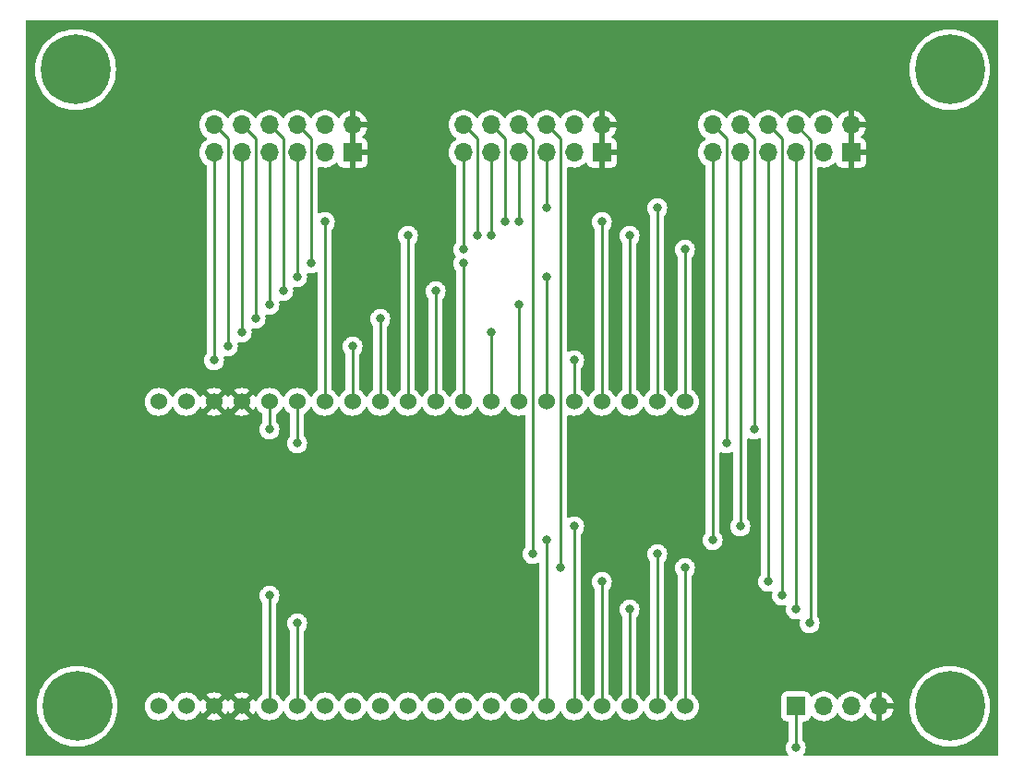
<source format=gbr>
%TF.GenerationSoftware,KiCad,Pcbnew,(6.0.5)*%
%TF.CreationDate,2022-07-15T12:34:28+02:00*%
%TF.ProjectId,pmod_bs3_baseboard,706d6f64-5f62-4733-935f-62617365626f,rev?*%
%TF.SameCoordinates,Original*%
%TF.FileFunction,Copper,L1,Top*%
%TF.FilePolarity,Positive*%
%FSLAX46Y46*%
G04 Gerber Fmt 4.6, Leading zero omitted, Abs format (unit mm)*
G04 Created by KiCad (PCBNEW (6.0.5)) date 2022-07-15 12:34:28*
%MOMM*%
%LPD*%
G01*
G04 APERTURE LIST*
%TA.AperFunction,ComponentPad*%
%ADD10R,1.700000X1.700000*%
%TD*%
%TA.AperFunction,ComponentPad*%
%ADD11O,1.700000X1.700000*%
%TD*%
%TA.AperFunction,ComponentPad*%
%ADD12C,0.800000*%
%TD*%
%TA.AperFunction,ComponentPad*%
%ADD13C,6.400000*%
%TD*%
%TA.AperFunction,ComponentPad*%
%ADD14C,1.524000*%
%TD*%
%TA.AperFunction,ViaPad*%
%ADD15C,0.800000*%
%TD*%
%TA.AperFunction,Conductor*%
%ADD16C,0.250000*%
%TD*%
G04 APERTURE END LIST*
D10*
%TO.P,PMOD2,1,Pin_1*%
%TO.N,3V3*%
X83820000Y-30480000D03*
D11*
%TO.P,PMOD2,2,Pin_2*%
X83820000Y-27940000D03*
%TO.P,PMOD2,3,Pin_3*%
%TO.N,GND*%
X81280000Y-30480000D03*
%TO.P,PMOD2,4,Pin_4*%
X81280000Y-27940000D03*
%TO.P,PMOD2,5,Pin_5*%
%TO.N,A5*%
X78740000Y-30480000D03*
%TO.P,PMOD2,6,Pin_6*%
%TO.N,B0*%
X78740000Y-27940000D03*
%TO.P,PMOD2,7,Pin_7*%
%TO.N,A6*%
X76200000Y-30480000D03*
%TO.P,PMOD2,8,Pin_8*%
%TO.N,B1*%
X76200000Y-27940000D03*
%TO.P,PMOD2,9,Pin_9*%
%TO.N,A7*%
X73660000Y-30480000D03*
%TO.P,PMOD2,10,Pin_10*%
%TO.N,B10*%
X73660000Y-27940000D03*
%TO.P,PMOD2,11,Pin_11*%
%TO.N,A4*%
X71120000Y-30480000D03*
%TO.P,PMOD2,12,Pin_12*%
%TO.N,B11*%
X71120000Y-27940000D03*
%TD*%
D10*
%TO.P,PMOD3,1,Pin_1*%
%TO.N,3V3*%
X106680000Y-30480000D03*
D11*
%TO.P,PMOD3,2,Pin_2*%
X106680000Y-27940000D03*
%TO.P,PMOD3,3,Pin_3*%
%TO.N,GND*%
X104140000Y-30480000D03*
%TO.P,PMOD3,4,Pin_4*%
X104140000Y-27940000D03*
%TO.P,PMOD3,5,Pin_5*%
%TO.N,A1*%
X101600000Y-30480000D03*
%TO.P,PMOD3,6,Pin_6*%
%TO.N,B9*%
X101600000Y-27940000D03*
%TO.P,PMOD3,7,Pin_7*%
%TO.N,A3*%
X99060000Y-30480000D03*
%TO.P,PMOD3,8,Pin_8*%
%TO.N,B8*%
X99060000Y-27940000D03*
%TO.P,PMOD3,9,Pin_9*%
%TO.N,A2*%
X96520000Y-30480000D03*
%TO.P,PMOD3,10,Pin_10*%
%TO.N,B12*%
X96520000Y-27940000D03*
%TO.P,PMOD3,11,Pin_11*%
%TO.N,A0*%
X93980000Y-30480000D03*
%TO.P,PMOD3,12,Pin_12*%
%TO.N,PMOD_UART_GPIO1_INT*%
X93980000Y-27940000D03*
%TD*%
D10*
%TO.P,PMOD1,1,Pin_1*%
%TO.N,3V3*%
X129540000Y-30480000D03*
D11*
%TO.P,PMOD1,2,Pin_2*%
X129540000Y-27940000D03*
%TO.P,PMOD1,3,Pin_3*%
%TO.N,GND*%
X127000000Y-30480000D03*
%TO.P,PMOD1,4,Pin_4*%
X127000000Y-27940000D03*
%TO.P,PMOD1,5,Pin_5*%
%TO.N,B7*%
X124460000Y-30480000D03*
%TO.P,PMOD1,6,Pin_6*%
%TO.N,A8*%
X124460000Y-27940000D03*
%TO.P,PMOD1,7,Pin_7*%
%TO.N,B6*%
X121920000Y-30480000D03*
%TO.P,PMOD1,8,Pin_8*%
%TO.N,B15*%
X121920000Y-27940000D03*
%TO.P,PMOD1,9,Pin_9*%
%TO.N,B5*%
X119380000Y-30480000D03*
%TO.P,PMOD1,10,Pin_10*%
%TO.N,B14*%
X119380000Y-27940000D03*
%TO.P,PMOD1,11,Pin_11*%
%TO.N,B4*%
X116840000Y-30480000D03*
%TO.P,PMOD1,12,Pin_12*%
%TO.N,B13*%
X116840000Y-27940000D03*
%TD*%
D12*
%TO.P,H1,1*%
%TO.N,N/C*%
X58420000Y-20460000D03*
X56722944Y-21162944D03*
X56722944Y-24557056D03*
X60820000Y-22860000D03*
D13*
X58420000Y-22860000D03*
D12*
X60117056Y-24557056D03*
X58420000Y-25260000D03*
X60117056Y-21162944D03*
X56020000Y-22860000D03*
%TD*%
%TO.P,H2,1*%
%TO.N,N/C*%
X140267056Y-21162944D03*
X136170000Y-22860000D03*
X136872944Y-21162944D03*
X138570000Y-20460000D03*
X140970000Y-22860000D03*
D13*
X138570000Y-22860000D03*
D12*
X138570000Y-25260000D03*
X140267056Y-24557056D03*
X136872944Y-24557056D03*
%TD*%
D13*
%TO.P,H3,1*%
%TO.N,N/C*%
X58560000Y-81280000D03*
D12*
X56160000Y-81280000D03*
X56862944Y-82977056D03*
X60257056Y-79582944D03*
X58560000Y-83680000D03*
X60960000Y-81280000D03*
X60257056Y-82977056D03*
X58560000Y-78880000D03*
X56862944Y-79582944D03*
%TD*%
%TO.P,H4,1*%
%TO.N,N/C*%
X138570000Y-78880000D03*
X136872944Y-79582944D03*
X136170000Y-81280000D03*
D13*
X138570000Y-81280000D03*
D12*
X140267056Y-82977056D03*
X140970000Y-81280000D03*
X138570000Y-83680000D03*
X136872944Y-82977056D03*
X140267056Y-79582944D03*
%TD*%
D10*
%TO.P,J5,1,Pin_1*%
%TO.N,GND*%
X124460000Y-81280000D03*
D11*
%TO.P,J5,2,Pin_2*%
%TO.N,A9*%
X127000000Y-81280000D03*
%TO.P,J5,3,Pin_3*%
%TO.N,A10*%
X129540000Y-81280000D03*
%TO.P,J5,4,Pin_4*%
%TO.N,3V3*%
X132080000Y-81280000D03*
%TD*%
D14*
%TO.P,U1,1,GND*%
%TO.N,GND*%
X66040000Y-81280000D03*
%TO.P,U1,2,GND*%
X68580000Y-81280000D03*
%TO.P,U1,3,VDD*%
%TO.N,3V3*%
X71120000Y-81280000D03*
%TO.P,U1,4,VDD*%
X73660000Y-81280000D03*
%TO.P,U1,5,PB15*%
%TO.N,B15*%
X76200000Y-81280000D03*
%TO.P,U1,6,PA8*%
%TO.N,A8*%
X78740000Y-81280000D03*
%TO.P,U1,7,PA9*%
%TO.N,A9*%
X81280000Y-81280000D03*
%TO.P,U1,8,PA10*%
%TO.N,A10*%
X83820000Y-81280000D03*
%TO.P,U1,9,PA11*%
%TO.N,A11*%
X86360000Y-81280000D03*
%TO.P,U1,10,PA12*%
%TO.N,A12*%
X88900000Y-81280000D03*
%TO.P,U1,11,PA13*%
%TO.N,unconnected-(U1-Pad11)*%
X91440000Y-81280000D03*
%TO.P,U1,12,PA14*%
%TO.N,unconnected-(U1-Pad12)*%
X93980000Y-81280000D03*
%TO.P,U1,13,PA15*%
%TO.N,A15*%
X96520000Y-81280000D03*
%TO.P,U1,14,PB3*%
%TO.N,B3*%
X99060000Y-81280000D03*
%TO.P,U1,15,PB4*%
%TO.N,B4*%
X101600000Y-81280000D03*
%TO.P,U1,16,PB5*%
%TO.N,B5*%
X104140000Y-81280000D03*
%TO.P,U1,17,PB6*%
%TO.N,B6*%
X106680000Y-81280000D03*
%TO.P,U1,18,PB7*%
%TO.N,B7*%
X109220000Y-81280000D03*
%TO.P,U1,19,PB8*%
%TO.N,B8*%
X111760000Y-81280000D03*
%TO.P,U1,20,PB9*%
%TO.N,B9*%
X114300000Y-81280000D03*
%TO.P,U1,21,PA0*%
%TO.N,A0*%
X114300000Y-53340000D03*
%TO.P,U1,22,PA1*%
%TO.N,A1*%
X111760000Y-53340000D03*
%TO.P,U1,23,PA2*%
%TO.N,A2*%
X109220000Y-53340000D03*
%TO.P,U1,24,PA3*%
%TO.N,A3*%
X106680000Y-53340000D03*
%TO.P,U1,25,PA4*%
%TO.N,A4*%
X104140000Y-53340000D03*
%TO.P,U1,26,PA5*%
%TO.N,A5*%
X101600000Y-53340000D03*
%TO.P,U1,27,PA6*%
%TO.N,A6*%
X99060000Y-53340000D03*
%TO.P,U1,28,PA7*%
%TO.N,A7*%
X96520000Y-53340000D03*
%TO.P,U1,29,PB0*%
%TO.N,B0*%
X93980000Y-53340000D03*
%TO.P,U1,30,PB1*%
%TO.N,B1*%
X91440000Y-53340000D03*
%TO.P,U1,31,PB2*%
%TO.N,PMOD_UART_GPIO1_INT*%
X88900000Y-53340000D03*
%TO.P,U1,32,PB10*%
%TO.N,B10*%
X86360000Y-53340000D03*
%TO.P,U1,33,PB11*%
%TO.N,B11*%
X83820000Y-53340000D03*
%TO.P,U1,34,PB12*%
%TO.N,B12*%
X81280000Y-53340000D03*
%TO.P,U1,35,PB13*%
%TO.N,B13*%
X78740000Y-53340000D03*
%TO.P,U1,36,PB15*%
%TO.N,B14*%
X76200000Y-53340000D03*
%TO.P,U1,37,VDD*%
%TO.N,3V3*%
X73660000Y-53340000D03*
%TO.P,U1,38,VDD*%
X71120000Y-53340000D03*
%TO.P,U1,39,GND*%
%TO.N,GND*%
X68580000Y-53340000D03*
%TO.P,U1,40,GND*%
X66040000Y-53340000D03*
%TD*%
D15*
%TO.N,B12*%
X97790000Y-36830000D03*
X81280000Y-36830000D03*
%TO.N,B13*%
X78740000Y-57150000D03*
X118110000Y-57150000D03*
%TO.N,B14*%
X76200000Y-55880000D03*
X120650000Y-55880000D03*
%TO.N,B15*%
X76200000Y-71120000D03*
X123190000Y-71120000D03*
%TO.N,A8*%
X125730000Y-73660000D03*
X78740000Y-73660000D03*
%TO.N,B4*%
X116840000Y-66040000D03*
X101600000Y-66040000D03*
%TO.N,B5*%
X104140000Y-64770000D03*
X119380000Y-64770000D03*
%TO.N,B6*%
X106680000Y-69850000D03*
X121920000Y-69850000D03*
%TO.N,B7*%
X124460000Y-72390000D03*
X109220000Y-72390000D03*
%TO.N,B8*%
X100330000Y-67310000D03*
X111760000Y-67310000D03*
%TO.N,B9*%
X114300000Y-68580000D03*
X102870000Y-68580000D03*
%TO.N,GND*%
X124460000Y-85090000D03*
%TO.N,A0*%
X114300000Y-39370000D03*
X93980000Y-39370000D03*
%TO.N,A1*%
X101600000Y-35560000D03*
X111760000Y-35560000D03*
%TO.N,A2*%
X96520000Y-38100000D03*
X109220000Y-38100000D03*
%TO.N,A3*%
X99060000Y-36830000D03*
X106680000Y-36830000D03*
%TO.N,A4*%
X104140000Y-49530000D03*
X71120000Y-49530000D03*
%TO.N,A5*%
X101600000Y-41910000D03*
X78740000Y-41910000D03*
%TO.N,A6*%
X99060000Y-44450000D03*
X76200000Y-44450000D03*
%TO.N,A7*%
X96520000Y-46990000D03*
X73660000Y-46990000D03*
%TO.N,B0*%
X93980000Y-40640000D03*
X80010000Y-40640000D03*
%TO.N,B1*%
X77470000Y-43180000D03*
X91440000Y-43180000D03*
%TO.N,B10*%
X74930000Y-45720000D03*
X86360000Y-45720000D03*
%TO.N,B11*%
X83820000Y-48260000D03*
X72390000Y-48260000D03*
%TO.N,PMOD_UART_GPIO1_INT*%
X95250000Y-38100000D03*
X88900000Y-38100000D03*
%TD*%
D16*
%TO.N,B12*%
X96520000Y-27940000D02*
X97790000Y-29210000D01*
X81280000Y-36830000D02*
X81280000Y-53340000D01*
X97790000Y-29210000D02*
X97790000Y-36830000D01*
%TO.N,B13*%
X118110000Y-29210000D02*
X118110000Y-57150000D01*
X78740000Y-57150000D02*
X78740000Y-53340000D01*
X116840000Y-27940000D02*
X118110000Y-29210000D01*
%TO.N,B14*%
X76200000Y-55880000D02*
X76200000Y-53340000D01*
X119380000Y-27940000D02*
X120650000Y-29210000D01*
X120650000Y-29210000D02*
X120650000Y-55880000D01*
%TO.N,B15*%
X123190000Y-29210000D02*
X123190000Y-71120000D01*
X121920000Y-27940000D02*
X123190000Y-29210000D01*
X76200000Y-71120000D02*
X76200000Y-81280000D01*
%TO.N,A8*%
X78740000Y-73660000D02*
X78740000Y-81280000D01*
X124460000Y-27940000D02*
X125825489Y-29305489D01*
X125825489Y-29305489D02*
X125825489Y-73564511D01*
X125825489Y-73564511D02*
X125730000Y-73660000D01*
%TO.N,B4*%
X116840000Y-30480000D02*
X116840000Y-66040000D01*
X101600000Y-66040000D02*
X101600000Y-81280000D01*
%TO.N,B5*%
X104140000Y-64770000D02*
X104140000Y-81280000D01*
X119380000Y-30480000D02*
X119380000Y-64770000D01*
%TO.N,B6*%
X121920000Y-30480000D02*
X121920000Y-69850000D01*
X106680000Y-69850000D02*
X106680000Y-81280000D01*
%TO.N,B7*%
X124460000Y-30480000D02*
X124460000Y-72390000D01*
X109220000Y-72390000D02*
X109220000Y-81280000D01*
%TO.N,B8*%
X100330000Y-29210000D02*
X100330000Y-67310000D01*
X111760000Y-67310000D02*
X111760000Y-81280000D01*
X99060000Y-27940000D02*
X100330000Y-29210000D01*
%TO.N,B9*%
X102870000Y-29210000D02*
X102870000Y-68580000D01*
X101600000Y-27940000D02*
X102870000Y-29210000D01*
X114300000Y-68580000D02*
X114300000Y-81280000D01*
%TO.N,GND*%
X124460000Y-81280000D02*
X124460000Y-85090000D01*
%TO.N,A0*%
X93980000Y-30480000D02*
X93980000Y-39370000D01*
X114300000Y-39370000D02*
X114300000Y-53340000D01*
%TO.N,A1*%
X101600000Y-30480000D02*
X101600000Y-35560000D01*
X111760000Y-35560000D02*
X111760000Y-53340000D01*
%TO.N,A2*%
X96520000Y-30480000D02*
X96520000Y-38100000D01*
X109220000Y-38100000D02*
X109220000Y-53340000D01*
%TO.N,A3*%
X99060000Y-30480000D02*
X99060000Y-36830000D01*
X106680000Y-36830000D02*
X106680000Y-53340000D01*
%TO.N,A4*%
X71120000Y-30480000D02*
X71120000Y-49530000D01*
X104140000Y-49530000D02*
X104140000Y-53340000D01*
%TO.N,A5*%
X101600000Y-41910000D02*
X101600000Y-53340000D01*
X78740000Y-30480000D02*
X78740000Y-41910000D01*
%TO.N,A6*%
X99060000Y-44450000D02*
X99060000Y-53340000D01*
X76200000Y-30480000D02*
X76200000Y-44450000D01*
%TO.N,A7*%
X96520000Y-46990000D02*
X96520000Y-53340000D01*
X73660000Y-30480000D02*
X73660000Y-46990000D01*
%TO.N,B0*%
X78740000Y-27940000D02*
X80010000Y-29210000D01*
X80010000Y-29210000D02*
X80010000Y-40640000D01*
X93980000Y-40640000D02*
X93980000Y-53340000D01*
%TO.N,B1*%
X77470000Y-29210000D02*
X77470000Y-43180000D01*
X91440000Y-43180000D02*
X91440000Y-53340000D01*
X76200000Y-27940000D02*
X77470000Y-29210000D01*
%TO.N,B10*%
X86360000Y-45720000D02*
X86360000Y-53340000D01*
X73660000Y-27940000D02*
X74930000Y-29210000D01*
X74930000Y-29210000D02*
X74930000Y-45720000D01*
%TO.N,B11*%
X72390000Y-29210000D02*
X72390000Y-48260000D01*
X71120000Y-27940000D02*
X72390000Y-29210000D01*
X83820000Y-48260000D02*
X83820000Y-53340000D01*
%TO.N,PMOD_UART_GPIO1_INT*%
X88900000Y-38100000D02*
X88900000Y-53340000D01*
X93980000Y-27940000D02*
X95250000Y-29210000D01*
X95250000Y-29210000D02*
X95250000Y-38100000D01*
%TD*%
%TA.AperFunction,Conductor*%
%TO.N,3V3*%
G36*
X142943621Y-18308502D02*
G01*
X142990114Y-18362158D01*
X143001500Y-18414500D01*
X143001500Y-85725500D01*
X142981498Y-85793621D01*
X142927842Y-85840114D01*
X142875500Y-85851500D01*
X125279849Y-85851500D01*
X125211728Y-85831498D01*
X125165235Y-85777842D01*
X125155131Y-85707568D01*
X125186211Y-85641192D01*
X125199040Y-85626944D01*
X125294527Y-85461556D01*
X125353542Y-85279928D01*
X125373504Y-85090000D01*
X125353542Y-84900072D01*
X125294527Y-84718444D01*
X125199040Y-84553056D01*
X125125863Y-84471785D01*
X125095147Y-84407779D01*
X125093500Y-84387476D01*
X125093500Y-82764500D01*
X125113502Y-82696379D01*
X125167158Y-82649886D01*
X125219500Y-82638500D01*
X125358134Y-82638500D01*
X125420316Y-82631745D01*
X125556705Y-82580615D01*
X125673261Y-82493261D01*
X125760615Y-82376705D01*
X125774834Y-82338777D01*
X125804598Y-82259382D01*
X125847240Y-82202618D01*
X125913802Y-82177918D01*
X125983150Y-82193126D01*
X126017817Y-82221114D01*
X126046250Y-82253938D01*
X126218126Y-82396632D01*
X126411000Y-82509338D01*
X126619692Y-82589030D01*
X126624760Y-82590061D01*
X126624763Y-82590062D01*
X126719862Y-82609410D01*
X126838597Y-82633567D01*
X126843772Y-82633757D01*
X126843774Y-82633757D01*
X127056673Y-82641564D01*
X127056677Y-82641564D01*
X127061837Y-82641753D01*
X127066957Y-82641097D01*
X127066959Y-82641097D01*
X127278288Y-82614025D01*
X127278289Y-82614025D01*
X127283416Y-82613368D01*
X127288366Y-82611883D01*
X127492429Y-82550661D01*
X127492434Y-82550659D01*
X127497384Y-82549174D01*
X127697994Y-82450896D01*
X127879860Y-82321173D01*
X128038096Y-82163489D01*
X128168453Y-81982077D01*
X128169776Y-81983028D01*
X128216645Y-81939857D01*
X128286580Y-81927625D01*
X128352026Y-81955144D01*
X128379875Y-81986994D01*
X128439987Y-82085088D01*
X128586250Y-82253938D01*
X128758126Y-82396632D01*
X128951000Y-82509338D01*
X129159692Y-82589030D01*
X129164760Y-82590061D01*
X129164763Y-82590062D01*
X129259862Y-82609410D01*
X129378597Y-82633567D01*
X129383772Y-82633757D01*
X129383774Y-82633757D01*
X129596673Y-82641564D01*
X129596677Y-82641564D01*
X129601837Y-82641753D01*
X129606957Y-82641097D01*
X129606959Y-82641097D01*
X129818288Y-82614025D01*
X129818289Y-82614025D01*
X129823416Y-82613368D01*
X129828366Y-82611883D01*
X130032429Y-82550661D01*
X130032434Y-82550659D01*
X130037384Y-82549174D01*
X130237994Y-82450896D01*
X130419860Y-82321173D01*
X130578096Y-82163489D01*
X130708453Y-81982077D01*
X130709640Y-81982930D01*
X130756960Y-81939362D01*
X130826897Y-81927145D01*
X130892338Y-81954678D01*
X130920166Y-81986511D01*
X130977694Y-82080388D01*
X130983777Y-82088699D01*
X131123213Y-82249667D01*
X131130580Y-82256883D01*
X131294434Y-82392916D01*
X131302881Y-82398831D01*
X131486756Y-82506279D01*
X131496042Y-82510729D01*
X131695001Y-82586703D01*
X131704899Y-82589579D01*
X131808250Y-82610606D01*
X131822299Y-82609410D01*
X131826000Y-82599065D01*
X131826000Y-82598517D01*
X132334000Y-82598517D01*
X132338064Y-82612359D01*
X132351478Y-82614393D01*
X132358184Y-82613534D01*
X132368262Y-82611392D01*
X132572255Y-82550191D01*
X132581842Y-82546433D01*
X132773095Y-82452739D01*
X132781945Y-82447464D01*
X132955328Y-82323792D01*
X132963200Y-82317139D01*
X133114052Y-82166812D01*
X133120730Y-82158965D01*
X133245003Y-81986020D01*
X133250313Y-81977183D01*
X133344670Y-81786267D01*
X133348469Y-81776672D01*
X133410377Y-81572910D01*
X133412555Y-81562837D01*
X133413986Y-81551962D01*
X133411775Y-81537778D01*
X133398617Y-81534000D01*
X132352115Y-81534000D01*
X132336876Y-81538475D01*
X132335671Y-81539865D01*
X132334000Y-81547548D01*
X132334000Y-82598517D01*
X131826000Y-82598517D01*
X131826000Y-81280000D01*
X134856411Y-81280000D01*
X134876754Y-81668176D01*
X134877267Y-81671416D01*
X134877268Y-81671424D01*
X134898747Y-81807035D01*
X134937562Y-82052099D01*
X135038167Y-82427562D01*
X135039352Y-82430650D01*
X135039353Y-82430652D01*
X135065452Y-82498642D01*
X135177468Y-82790453D01*
X135353938Y-83136794D01*
X135565643Y-83462793D01*
X135810266Y-83764876D01*
X136085124Y-84039734D01*
X136387207Y-84284357D01*
X136389970Y-84286152D01*
X136389971Y-84286152D01*
X136675825Y-84471787D01*
X136713205Y-84496062D01*
X136716139Y-84497557D01*
X136716146Y-84497561D01*
X136836284Y-84558774D01*
X137059547Y-84672532D01*
X137422438Y-84811833D01*
X137797901Y-84912438D01*
X138001793Y-84944732D01*
X138178576Y-84972732D01*
X138178584Y-84972733D01*
X138181824Y-84973246D01*
X138570000Y-84993589D01*
X138958176Y-84973246D01*
X138961416Y-84972733D01*
X138961424Y-84972732D01*
X139138207Y-84944732D01*
X139342099Y-84912438D01*
X139717562Y-84811833D01*
X140080453Y-84672532D01*
X140303716Y-84558774D01*
X140423854Y-84497561D01*
X140423861Y-84497557D01*
X140426795Y-84496062D01*
X140464176Y-84471787D01*
X140750029Y-84286152D01*
X140750030Y-84286152D01*
X140752793Y-84284357D01*
X141054876Y-84039734D01*
X141329734Y-83764876D01*
X141574357Y-83462793D01*
X141786062Y-83136794D01*
X141962532Y-82790453D01*
X142074548Y-82498642D01*
X142100647Y-82430652D01*
X142100648Y-82430650D01*
X142101833Y-82427562D01*
X142202438Y-82052099D01*
X142241253Y-81807035D01*
X142262732Y-81671424D01*
X142262733Y-81671416D01*
X142263246Y-81668176D01*
X142283589Y-81280000D01*
X142263246Y-80891824D01*
X142256482Y-80849114D01*
X142224558Y-80647559D01*
X142202438Y-80507901D01*
X142101833Y-80132438D01*
X142083195Y-80083883D01*
X142033206Y-79953660D01*
X141962532Y-79769547D01*
X141786062Y-79423206D01*
X141574357Y-79097207D01*
X141329734Y-78795124D01*
X141054876Y-78520266D01*
X140752793Y-78275643D01*
X140426795Y-78063938D01*
X140423861Y-78062443D01*
X140423854Y-78062439D01*
X140083393Y-77888966D01*
X140080453Y-77887468D01*
X139717562Y-77748167D01*
X139342099Y-77647562D01*
X139138207Y-77615268D01*
X138961424Y-77587268D01*
X138961416Y-77587267D01*
X138958176Y-77586754D01*
X138570000Y-77566411D01*
X138181824Y-77586754D01*
X138178584Y-77587267D01*
X138178576Y-77587268D01*
X138001793Y-77615268D01*
X137797901Y-77647562D01*
X137422438Y-77748167D01*
X137059547Y-77887468D01*
X137056607Y-77888966D01*
X136716147Y-78062439D01*
X136716140Y-78062443D01*
X136713206Y-78063938D01*
X136387207Y-78275643D01*
X136085124Y-78520266D01*
X135810266Y-78795124D01*
X135565643Y-79097207D01*
X135353938Y-79423206D01*
X135177468Y-79769547D01*
X135106794Y-79953660D01*
X135056806Y-80083883D01*
X135038167Y-80132438D01*
X134937562Y-80507901D01*
X134915442Y-80647559D01*
X134883519Y-80849114D01*
X134876754Y-80891824D01*
X134856411Y-81280000D01*
X131826000Y-81280000D01*
X131826000Y-81007885D01*
X132334000Y-81007885D01*
X132338475Y-81023124D01*
X132339865Y-81024329D01*
X132347548Y-81026000D01*
X133398344Y-81026000D01*
X133411875Y-81022027D01*
X133413180Y-81012947D01*
X133371214Y-80845875D01*
X133367894Y-80836124D01*
X133282972Y-80640814D01*
X133278105Y-80631739D01*
X133162426Y-80452926D01*
X133156136Y-80444757D01*
X133012806Y-80287240D01*
X133005273Y-80280215D01*
X132838139Y-80148222D01*
X132829552Y-80142517D01*
X132643117Y-80039599D01*
X132633705Y-80035369D01*
X132432959Y-79964280D01*
X132422988Y-79961646D01*
X132351837Y-79948972D01*
X132338540Y-79950432D01*
X132334000Y-79964989D01*
X132334000Y-81007885D01*
X131826000Y-81007885D01*
X131826000Y-79963102D01*
X131822082Y-79949758D01*
X131807806Y-79947771D01*
X131769324Y-79953660D01*
X131759288Y-79956051D01*
X131556868Y-80022212D01*
X131547359Y-80026209D01*
X131358463Y-80124542D01*
X131349738Y-80130036D01*
X131179433Y-80257905D01*
X131171726Y-80264748D01*
X131024590Y-80418717D01*
X131018109Y-80426722D01*
X130913498Y-80580074D01*
X130858587Y-80625076D01*
X130788062Y-80633247D01*
X130724315Y-80601993D01*
X130703618Y-80577509D01*
X130622822Y-80452617D01*
X130622820Y-80452614D01*
X130620014Y-80448277D01*
X130469670Y-80283051D01*
X130465619Y-80279852D01*
X130465615Y-80279848D01*
X130298414Y-80147800D01*
X130298410Y-80147798D01*
X130294359Y-80144598D01*
X130278114Y-80135630D01*
X130226243Y-80106996D01*
X130098789Y-80036638D01*
X130093920Y-80034914D01*
X130093916Y-80034912D01*
X129893087Y-79963795D01*
X129893083Y-79963794D01*
X129888212Y-79962069D01*
X129883119Y-79961162D01*
X129883116Y-79961161D01*
X129673373Y-79923800D01*
X129673367Y-79923799D01*
X129668284Y-79922894D01*
X129594452Y-79921992D01*
X129450081Y-79920228D01*
X129450079Y-79920228D01*
X129444911Y-79920165D01*
X129224091Y-79953955D01*
X129011756Y-80023357D01*
X128813607Y-80126507D01*
X128809474Y-80129610D01*
X128809471Y-80129612D01*
X128671775Y-80232997D01*
X128634965Y-80260635D01*
X128631393Y-80264373D01*
X128523729Y-80377037D01*
X128480629Y-80422138D01*
X128373201Y-80579621D01*
X128318293Y-80624621D01*
X128247768Y-80632792D01*
X128184021Y-80601538D01*
X128163324Y-80577054D01*
X128082822Y-80452617D01*
X128082820Y-80452614D01*
X128080014Y-80448277D01*
X127929670Y-80283051D01*
X127925619Y-80279852D01*
X127925615Y-80279848D01*
X127758414Y-80147800D01*
X127758410Y-80147798D01*
X127754359Y-80144598D01*
X127738114Y-80135630D01*
X127686243Y-80106996D01*
X127558789Y-80036638D01*
X127553920Y-80034914D01*
X127553916Y-80034912D01*
X127353087Y-79963795D01*
X127353083Y-79963794D01*
X127348212Y-79962069D01*
X127343119Y-79961162D01*
X127343116Y-79961161D01*
X127133373Y-79923800D01*
X127133367Y-79923799D01*
X127128284Y-79922894D01*
X127054452Y-79921992D01*
X126910081Y-79920228D01*
X126910079Y-79920228D01*
X126904911Y-79920165D01*
X126684091Y-79953955D01*
X126471756Y-80023357D01*
X126273607Y-80126507D01*
X126269474Y-80129610D01*
X126269471Y-80129612D01*
X126131775Y-80232997D01*
X126094965Y-80260635D01*
X126038537Y-80319684D01*
X126014283Y-80345064D01*
X125952759Y-80380494D01*
X125881846Y-80377037D01*
X125824060Y-80335791D01*
X125805207Y-80302243D01*
X125763767Y-80191703D01*
X125760615Y-80183295D01*
X125673261Y-80066739D01*
X125556705Y-79979385D01*
X125420316Y-79928255D01*
X125358134Y-79921500D01*
X123561866Y-79921500D01*
X123499684Y-79928255D01*
X123363295Y-79979385D01*
X123246739Y-80066739D01*
X123159385Y-80183295D01*
X123108255Y-80319684D01*
X123101500Y-80381866D01*
X123101500Y-82178134D01*
X123108255Y-82240316D01*
X123159385Y-82376705D01*
X123246739Y-82493261D01*
X123363295Y-82580615D01*
X123499684Y-82631745D01*
X123561866Y-82638500D01*
X123700500Y-82638500D01*
X123768621Y-82658502D01*
X123815114Y-82712158D01*
X123826500Y-82764500D01*
X123826500Y-84387476D01*
X123806498Y-84455597D01*
X123794142Y-84471779D01*
X123720960Y-84553056D01*
X123625473Y-84718444D01*
X123566458Y-84900072D01*
X123546496Y-85090000D01*
X123566458Y-85279928D01*
X123625473Y-85461556D01*
X123720960Y-85626944D01*
X123733789Y-85641192D01*
X123764505Y-85705198D01*
X123755740Y-85775651D01*
X123710277Y-85830182D01*
X123640151Y-85851500D01*
X53974500Y-85851500D01*
X53906379Y-85831498D01*
X53859886Y-85777842D01*
X53848500Y-85725500D01*
X53848500Y-81280000D01*
X54846411Y-81280000D01*
X54866754Y-81668176D01*
X54867267Y-81671416D01*
X54867268Y-81671424D01*
X54888747Y-81807035D01*
X54927562Y-82052099D01*
X55028167Y-82427562D01*
X55029352Y-82430650D01*
X55029353Y-82430652D01*
X55055452Y-82498642D01*
X55167468Y-82790453D01*
X55343938Y-83136794D01*
X55555643Y-83462793D01*
X55800266Y-83764876D01*
X56075124Y-84039734D01*
X56377207Y-84284357D01*
X56379970Y-84286152D01*
X56379971Y-84286152D01*
X56665825Y-84471787D01*
X56703205Y-84496062D01*
X56706139Y-84497557D01*
X56706146Y-84497561D01*
X56826284Y-84558774D01*
X57049547Y-84672532D01*
X57412438Y-84811833D01*
X57787901Y-84912438D01*
X57991793Y-84944732D01*
X58168576Y-84972732D01*
X58168584Y-84972733D01*
X58171824Y-84973246D01*
X58560000Y-84993589D01*
X58948176Y-84973246D01*
X58951416Y-84972733D01*
X58951424Y-84972732D01*
X59128207Y-84944732D01*
X59332099Y-84912438D01*
X59707562Y-84811833D01*
X60070453Y-84672532D01*
X60293716Y-84558774D01*
X60413854Y-84497561D01*
X60413861Y-84497557D01*
X60416795Y-84496062D01*
X60454176Y-84471787D01*
X60740029Y-84286152D01*
X60740030Y-84286152D01*
X60742793Y-84284357D01*
X61044876Y-84039734D01*
X61319734Y-83764876D01*
X61564357Y-83462793D01*
X61776062Y-83136794D01*
X61952532Y-82790453D01*
X62064548Y-82498642D01*
X62090647Y-82430652D01*
X62090648Y-82430650D01*
X62091833Y-82427562D01*
X62192438Y-82052099D01*
X62231253Y-81807035D01*
X62252732Y-81671424D01*
X62252733Y-81671416D01*
X62253246Y-81668176D01*
X62273589Y-81280000D01*
X64764647Y-81280000D01*
X64784022Y-81501463D01*
X64841560Y-81716196D01*
X64843882Y-81721177D01*
X64843883Y-81721178D01*
X64933186Y-81912689D01*
X64933189Y-81912694D01*
X64935512Y-81917676D01*
X64938668Y-81922183D01*
X64938669Y-81922185D01*
X65031869Y-82055288D01*
X65063023Y-82099781D01*
X65220219Y-82256977D01*
X65224727Y-82260134D01*
X65224730Y-82260136D01*
X65300495Y-82313187D01*
X65402323Y-82384488D01*
X65407305Y-82386811D01*
X65407310Y-82386814D01*
X65597810Y-82475645D01*
X65603804Y-82478440D01*
X65609112Y-82479862D01*
X65609114Y-82479863D01*
X65632320Y-82486081D01*
X65818537Y-82535978D01*
X66040000Y-82555353D01*
X66261463Y-82535978D01*
X66447680Y-82486081D01*
X66470886Y-82479863D01*
X66470888Y-82479862D01*
X66476196Y-82478440D01*
X66482190Y-82475645D01*
X66672690Y-82386814D01*
X66672695Y-82386811D01*
X66677677Y-82384488D01*
X66779505Y-82313187D01*
X66855270Y-82260136D01*
X66855273Y-82260134D01*
X66859781Y-82256977D01*
X67016977Y-82099781D01*
X67048132Y-82055288D01*
X67141331Y-81922185D01*
X67141332Y-81922183D01*
X67144488Y-81917676D01*
X67146811Y-81912694D01*
X67146814Y-81912689D01*
X67195805Y-81807627D01*
X67242723Y-81754342D01*
X67311000Y-81734881D01*
X67378960Y-81755423D01*
X67424195Y-81807627D01*
X67473186Y-81912689D01*
X67473189Y-81912694D01*
X67475512Y-81917676D01*
X67478668Y-81922183D01*
X67478669Y-81922185D01*
X67571869Y-82055288D01*
X67603023Y-82099781D01*
X67760219Y-82256977D01*
X67764727Y-82260134D01*
X67764730Y-82260136D01*
X67840495Y-82313187D01*
X67942323Y-82384488D01*
X67947305Y-82386811D01*
X67947310Y-82386814D01*
X68137810Y-82475645D01*
X68143804Y-82478440D01*
X68149112Y-82479862D01*
X68149114Y-82479863D01*
X68172320Y-82486081D01*
X68358537Y-82535978D01*
X68580000Y-82555353D01*
X68801463Y-82535978D01*
X68987680Y-82486081D01*
X69010886Y-82479863D01*
X69010888Y-82479862D01*
X69016196Y-82478440D01*
X69022190Y-82475645D01*
X69212690Y-82386814D01*
X69212695Y-82386811D01*
X69217677Y-82384488D01*
X69282959Y-82338777D01*
X70425777Y-82338777D01*
X70435074Y-82350793D01*
X70478069Y-82380898D01*
X70487555Y-82386376D01*
X70678993Y-82475645D01*
X70689285Y-82479391D01*
X70893309Y-82534059D01*
X70904104Y-82535962D01*
X71114525Y-82554372D01*
X71125475Y-82554372D01*
X71335896Y-82535962D01*
X71346691Y-82534059D01*
X71550715Y-82479391D01*
X71561007Y-82475645D01*
X71752445Y-82386376D01*
X71761931Y-82380898D01*
X71805764Y-82350207D01*
X71814139Y-82339729D01*
X71813639Y-82338777D01*
X72965777Y-82338777D01*
X72975074Y-82350793D01*
X73018069Y-82380898D01*
X73027555Y-82386376D01*
X73218993Y-82475645D01*
X73229285Y-82479391D01*
X73433309Y-82534059D01*
X73444104Y-82535962D01*
X73654525Y-82554372D01*
X73665475Y-82554372D01*
X73875896Y-82535962D01*
X73886691Y-82534059D01*
X74090715Y-82479391D01*
X74101007Y-82475645D01*
X74292445Y-82386376D01*
X74301931Y-82380898D01*
X74345764Y-82350207D01*
X74354139Y-82339729D01*
X74347071Y-82326281D01*
X73672812Y-81652022D01*
X73658868Y-81644408D01*
X73657035Y-81644539D01*
X73650420Y-81648790D01*
X72972207Y-82327003D01*
X72965777Y-82338777D01*
X71813639Y-82338777D01*
X71807071Y-82326281D01*
X71132812Y-81652022D01*
X71118868Y-81644408D01*
X71117035Y-81644539D01*
X71110420Y-81648790D01*
X70432207Y-82327003D01*
X70425777Y-82338777D01*
X69282959Y-82338777D01*
X69319505Y-82313187D01*
X69395270Y-82260136D01*
X69395273Y-82260134D01*
X69399781Y-82256977D01*
X69556977Y-82099781D01*
X69588132Y-82055288D01*
X69681331Y-81922185D01*
X69681332Y-81922183D01*
X69684488Y-81917676D01*
X69686811Y-81912694D01*
X69686814Y-81912689D01*
X69736081Y-81807035D01*
X69782999Y-81753750D01*
X69851276Y-81734289D01*
X69919236Y-81754831D01*
X69964471Y-81807035D01*
X70013623Y-81912441D01*
X70019103Y-81921932D01*
X70049794Y-81965765D01*
X70060271Y-81974140D01*
X70073718Y-81967072D01*
X70747978Y-81292812D01*
X70754356Y-81281132D01*
X71484408Y-81281132D01*
X71484539Y-81282965D01*
X71488790Y-81289580D01*
X72167003Y-81967793D01*
X72178777Y-81974223D01*
X72190793Y-81964926D01*
X72220897Y-81921932D01*
X72226377Y-81912441D01*
X72275805Y-81806443D01*
X72322722Y-81753158D01*
X72391000Y-81733697D01*
X72458960Y-81754239D01*
X72504195Y-81806443D01*
X72553623Y-81912441D01*
X72559103Y-81921932D01*
X72589794Y-81965765D01*
X72600271Y-81974140D01*
X72613718Y-81967072D01*
X73287978Y-81292812D01*
X73295592Y-81278868D01*
X73295461Y-81277035D01*
X73291210Y-81270420D01*
X72612997Y-80592207D01*
X72601223Y-80585777D01*
X72589207Y-80595074D01*
X72559103Y-80638068D01*
X72553623Y-80647559D01*
X72504195Y-80753557D01*
X72457278Y-80806842D01*
X72389000Y-80826303D01*
X72321040Y-80805761D01*
X72275805Y-80753557D01*
X72226377Y-80647559D01*
X72220897Y-80638068D01*
X72190206Y-80594235D01*
X72179729Y-80585860D01*
X72166282Y-80592928D01*
X71492022Y-81267188D01*
X71484408Y-81281132D01*
X70754356Y-81281132D01*
X70755592Y-81278868D01*
X70755461Y-81277035D01*
X70751210Y-81270420D01*
X70072997Y-80592207D01*
X70061223Y-80585777D01*
X70049207Y-80595074D01*
X70019103Y-80638068D01*
X70013623Y-80647559D01*
X69964471Y-80752965D01*
X69917553Y-80806250D01*
X69849276Y-80825711D01*
X69781316Y-80805169D01*
X69736081Y-80752965D01*
X69686814Y-80647311D01*
X69686811Y-80647306D01*
X69684488Y-80642324D01*
X69677814Y-80632792D01*
X69560136Y-80464730D01*
X69560134Y-80464727D01*
X69556977Y-80460219D01*
X69399781Y-80303023D01*
X69395273Y-80299866D01*
X69395270Y-80299864D01*
X69319505Y-80246813D01*
X69281599Y-80220271D01*
X70425860Y-80220271D01*
X70432928Y-80233718D01*
X71107188Y-80907978D01*
X71121132Y-80915592D01*
X71122965Y-80915461D01*
X71129580Y-80911210D01*
X71807793Y-80232997D01*
X71814223Y-80221223D01*
X71813486Y-80220271D01*
X72965860Y-80220271D01*
X72972928Y-80233718D01*
X73647188Y-80907978D01*
X73661132Y-80915592D01*
X73662965Y-80915461D01*
X73669580Y-80911210D01*
X74347793Y-80232997D01*
X74354223Y-80221223D01*
X74344926Y-80209207D01*
X74301931Y-80179102D01*
X74292445Y-80173624D01*
X74101007Y-80084355D01*
X74090715Y-80080609D01*
X73886691Y-80025941D01*
X73875896Y-80024038D01*
X73665475Y-80005628D01*
X73654525Y-80005628D01*
X73444104Y-80024038D01*
X73433309Y-80025941D01*
X73229285Y-80080609D01*
X73218993Y-80084355D01*
X73027559Y-80173623D01*
X73018068Y-80179103D01*
X72974235Y-80209794D01*
X72965860Y-80220271D01*
X71813486Y-80220271D01*
X71804926Y-80209207D01*
X71761931Y-80179102D01*
X71752445Y-80173624D01*
X71561007Y-80084355D01*
X71550715Y-80080609D01*
X71346691Y-80025941D01*
X71335896Y-80024038D01*
X71125475Y-80005628D01*
X71114525Y-80005628D01*
X70904104Y-80024038D01*
X70893309Y-80025941D01*
X70689285Y-80080609D01*
X70678993Y-80084355D01*
X70487559Y-80173623D01*
X70478068Y-80179103D01*
X70434235Y-80209794D01*
X70425860Y-80220271D01*
X69281599Y-80220271D01*
X69217677Y-80175512D01*
X69212695Y-80173189D01*
X69212690Y-80173186D01*
X69021178Y-80083883D01*
X69021177Y-80083882D01*
X69016196Y-80081560D01*
X69010888Y-80080138D01*
X69010886Y-80080137D01*
X68940802Y-80061358D01*
X68801463Y-80024022D01*
X68580000Y-80004647D01*
X68358537Y-80024022D01*
X68219198Y-80061358D01*
X68149114Y-80080137D01*
X68149112Y-80080138D01*
X68143804Y-80081560D01*
X68138823Y-80083882D01*
X68138822Y-80083883D01*
X67947311Y-80173186D01*
X67947306Y-80173189D01*
X67942324Y-80175512D01*
X67937817Y-80178668D01*
X67937815Y-80178669D01*
X67764730Y-80299864D01*
X67764727Y-80299866D01*
X67760219Y-80303023D01*
X67603023Y-80460219D01*
X67599866Y-80464727D01*
X67599864Y-80464730D01*
X67482186Y-80632792D01*
X67475512Y-80642324D01*
X67473189Y-80647306D01*
X67473186Y-80647311D01*
X67424195Y-80752373D01*
X67377277Y-80805658D01*
X67309000Y-80825119D01*
X67241040Y-80804577D01*
X67195805Y-80752373D01*
X67146814Y-80647311D01*
X67146811Y-80647306D01*
X67144488Y-80642324D01*
X67137814Y-80632792D01*
X67020136Y-80464730D01*
X67020134Y-80464727D01*
X67016977Y-80460219D01*
X66859781Y-80303023D01*
X66855273Y-80299866D01*
X66855270Y-80299864D01*
X66779505Y-80246813D01*
X66677677Y-80175512D01*
X66672695Y-80173189D01*
X66672690Y-80173186D01*
X66481178Y-80083883D01*
X66481177Y-80083882D01*
X66476196Y-80081560D01*
X66470888Y-80080138D01*
X66470886Y-80080137D01*
X66400802Y-80061358D01*
X66261463Y-80024022D01*
X66040000Y-80004647D01*
X65818537Y-80024022D01*
X65679198Y-80061358D01*
X65609114Y-80080137D01*
X65609112Y-80080138D01*
X65603804Y-80081560D01*
X65598823Y-80083882D01*
X65598822Y-80083883D01*
X65407311Y-80173186D01*
X65407306Y-80173189D01*
X65402324Y-80175512D01*
X65397817Y-80178668D01*
X65397815Y-80178669D01*
X65224730Y-80299864D01*
X65224727Y-80299866D01*
X65220219Y-80303023D01*
X65063023Y-80460219D01*
X65059866Y-80464727D01*
X65059864Y-80464730D01*
X64942186Y-80632792D01*
X64935512Y-80642324D01*
X64933189Y-80647306D01*
X64933186Y-80647311D01*
X64859852Y-80804577D01*
X64841560Y-80843804D01*
X64784022Y-81058537D01*
X64764647Y-81280000D01*
X62273589Y-81280000D01*
X62253246Y-80891824D01*
X62246482Y-80849114D01*
X62214558Y-80647559D01*
X62192438Y-80507901D01*
X62091833Y-80132438D01*
X62073195Y-80083883D01*
X62023206Y-79953660D01*
X61952532Y-79769547D01*
X61776062Y-79423206D01*
X61564357Y-79097207D01*
X61319734Y-78795124D01*
X61044876Y-78520266D01*
X60742793Y-78275643D01*
X60416795Y-78063938D01*
X60413861Y-78062443D01*
X60413854Y-78062439D01*
X60073393Y-77888966D01*
X60070453Y-77887468D01*
X59707562Y-77748167D01*
X59332099Y-77647562D01*
X59128207Y-77615268D01*
X58951424Y-77587268D01*
X58951416Y-77587267D01*
X58948176Y-77586754D01*
X58560000Y-77566411D01*
X58171824Y-77586754D01*
X58168584Y-77587267D01*
X58168576Y-77587268D01*
X57991793Y-77615268D01*
X57787901Y-77647562D01*
X57412438Y-77748167D01*
X57049547Y-77887468D01*
X57046607Y-77888966D01*
X56706147Y-78062439D01*
X56706140Y-78062443D01*
X56703206Y-78063938D01*
X56377207Y-78275643D01*
X56075124Y-78520266D01*
X55800266Y-78795124D01*
X55555643Y-79097207D01*
X55343938Y-79423206D01*
X55167468Y-79769547D01*
X55096794Y-79953660D01*
X55046806Y-80083883D01*
X55028167Y-80132438D01*
X54927562Y-80507901D01*
X54905442Y-80647559D01*
X54873519Y-80849114D01*
X54866754Y-80891824D01*
X54846411Y-81280000D01*
X53848500Y-81280000D01*
X53848500Y-53340000D01*
X64764647Y-53340000D01*
X64784022Y-53561463D01*
X64841560Y-53776196D01*
X64843882Y-53781177D01*
X64843883Y-53781178D01*
X64933186Y-53972689D01*
X64933189Y-53972694D01*
X64935512Y-53977676D01*
X64938668Y-53982183D01*
X64938669Y-53982185D01*
X64975107Y-54034223D01*
X65063023Y-54159781D01*
X65220219Y-54316977D01*
X65224727Y-54320134D01*
X65224730Y-54320136D01*
X65300495Y-54373187D01*
X65402323Y-54444488D01*
X65407305Y-54446811D01*
X65407310Y-54446814D01*
X65582751Y-54528623D01*
X65603804Y-54538440D01*
X65609112Y-54539862D01*
X65609114Y-54539863D01*
X65635526Y-54546940D01*
X65818537Y-54595978D01*
X66040000Y-54615353D01*
X66261463Y-54595978D01*
X66444474Y-54546940D01*
X66470886Y-54539863D01*
X66470888Y-54539862D01*
X66476196Y-54538440D01*
X66497249Y-54528623D01*
X66672690Y-54446814D01*
X66672695Y-54446811D01*
X66677677Y-54444488D01*
X66779505Y-54373187D01*
X66855270Y-54320136D01*
X66855273Y-54320134D01*
X66859781Y-54316977D01*
X67016977Y-54159781D01*
X67104894Y-54034223D01*
X67141331Y-53982185D01*
X67141332Y-53982183D01*
X67144488Y-53977676D01*
X67146811Y-53972694D01*
X67146814Y-53972689D01*
X67195805Y-53867627D01*
X67242723Y-53814342D01*
X67311000Y-53794881D01*
X67378960Y-53815423D01*
X67424195Y-53867627D01*
X67473186Y-53972689D01*
X67473189Y-53972694D01*
X67475512Y-53977676D01*
X67478668Y-53982183D01*
X67478669Y-53982185D01*
X67515107Y-54034223D01*
X67603023Y-54159781D01*
X67760219Y-54316977D01*
X67764727Y-54320134D01*
X67764730Y-54320136D01*
X67840495Y-54373187D01*
X67942323Y-54444488D01*
X67947305Y-54446811D01*
X67947310Y-54446814D01*
X68122751Y-54528623D01*
X68143804Y-54538440D01*
X68149112Y-54539862D01*
X68149114Y-54539863D01*
X68175526Y-54546940D01*
X68358537Y-54595978D01*
X68580000Y-54615353D01*
X68801463Y-54595978D01*
X68984474Y-54546940D01*
X69010886Y-54539863D01*
X69010888Y-54539862D01*
X69016196Y-54538440D01*
X69037249Y-54528623D01*
X69212690Y-54446814D01*
X69212695Y-54446811D01*
X69217677Y-54444488D01*
X69282959Y-54398777D01*
X70425777Y-54398777D01*
X70435074Y-54410793D01*
X70478069Y-54440898D01*
X70487555Y-54446376D01*
X70678993Y-54535645D01*
X70689285Y-54539391D01*
X70893309Y-54594059D01*
X70904104Y-54595962D01*
X71114525Y-54614372D01*
X71125475Y-54614372D01*
X71335896Y-54595962D01*
X71346691Y-54594059D01*
X71550715Y-54539391D01*
X71561007Y-54535645D01*
X71752445Y-54446376D01*
X71761931Y-54440898D01*
X71805764Y-54410207D01*
X71814139Y-54399729D01*
X71813639Y-54398777D01*
X72965777Y-54398777D01*
X72975074Y-54410793D01*
X73018069Y-54440898D01*
X73027555Y-54446376D01*
X73218993Y-54535645D01*
X73229285Y-54539391D01*
X73433309Y-54594059D01*
X73444104Y-54595962D01*
X73654525Y-54614372D01*
X73665475Y-54614372D01*
X73875896Y-54595962D01*
X73886691Y-54594059D01*
X74090715Y-54539391D01*
X74101007Y-54535645D01*
X74292445Y-54446376D01*
X74301931Y-54440898D01*
X74345764Y-54410207D01*
X74354139Y-54399729D01*
X74347071Y-54386281D01*
X73672812Y-53712022D01*
X73658868Y-53704408D01*
X73657035Y-53704539D01*
X73650420Y-53708790D01*
X72972207Y-54387003D01*
X72965777Y-54398777D01*
X71813639Y-54398777D01*
X71807071Y-54386281D01*
X71132812Y-53712022D01*
X71118868Y-53704408D01*
X71117035Y-53704539D01*
X71110420Y-53708790D01*
X70432207Y-54387003D01*
X70425777Y-54398777D01*
X69282959Y-54398777D01*
X69319505Y-54373187D01*
X69395270Y-54320136D01*
X69395273Y-54320134D01*
X69399781Y-54316977D01*
X69556977Y-54159781D01*
X69644894Y-54034223D01*
X69681331Y-53982185D01*
X69681332Y-53982183D01*
X69684488Y-53977676D01*
X69686811Y-53972694D01*
X69686814Y-53972689D01*
X69736081Y-53867035D01*
X69782999Y-53813750D01*
X69851276Y-53794289D01*
X69919236Y-53814831D01*
X69964471Y-53867035D01*
X70013623Y-53972441D01*
X70019103Y-53981932D01*
X70049794Y-54025765D01*
X70060271Y-54034140D01*
X70073718Y-54027072D01*
X70747978Y-53352812D01*
X70754356Y-53341132D01*
X71484408Y-53341132D01*
X71484539Y-53342965D01*
X71488790Y-53349580D01*
X72167003Y-54027793D01*
X72178777Y-54034223D01*
X72190793Y-54024926D01*
X72220897Y-53981932D01*
X72226377Y-53972441D01*
X72275805Y-53866443D01*
X72322722Y-53813158D01*
X72391000Y-53793697D01*
X72458960Y-53814239D01*
X72504195Y-53866443D01*
X72553623Y-53972441D01*
X72559103Y-53981932D01*
X72589794Y-54025765D01*
X72600271Y-54034140D01*
X72613718Y-54027072D01*
X73287978Y-53352812D01*
X73295592Y-53338868D01*
X73295461Y-53337035D01*
X73291210Y-53330420D01*
X72612997Y-52652207D01*
X72601223Y-52645777D01*
X72589207Y-52655074D01*
X72559103Y-52698068D01*
X72553623Y-52707559D01*
X72504195Y-52813557D01*
X72457278Y-52866842D01*
X72389000Y-52886303D01*
X72321040Y-52865761D01*
X72275805Y-52813557D01*
X72226377Y-52707559D01*
X72220897Y-52698068D01*
X72190206Y-52654235D01*
X72179729Y-52645860D01*
X72166282Y-52652928D01*
X71492022Y-53327188D01*
X71484408Y-53341132D01*
X70754356Y-53341132D01*
X70755592Y-53338868D01*
X70755461Y-53337035D01*
X70751210Y-53330420D01*
X70072997Y-52652207D01*
X70061223Y-52645777D01*
X70049207Y-52655074D01*
X70019103Y-52698068D01*
X70013623Y-52707559D01*
X69964471Y-52812965D01*
X69917553Y-52866250D01*
X69849276Y-52885711D01*
X69781316Y-52865169D01*
X69736081Y-52812965D01*
X69686814Y-52707311D01*
X69686811Y-52707306D01*
X69684488Y-52702324D01*
X69681331Y-52697815D01*
X69560136Y-52524730D01*
X69560134Y-52524727D01*
X69556977Y-52520219D01*
X69399781Y-52363023D01*
X69395273Y-52359866D01*
X69395270Y-52359864D01*
X69319505Y-52306813D01*
X69281599Y-52280271D01*
X70425860Y-52280271D01*
X70432928Y-52293718D01*
X71107188Y-52967978D01*
X71121132Y-52975592D01*
X71122965Y-52975461D01*
X71129580Y-52971210D01*
X71807793Y-52292997D01*
X71814223Y-52281223D01*
X71813486Y-52280271D01*
X72965860Y-52280271D01*
X72972928Y-52293718D01*
X73647188Y-52967978D01*
X73661132Y-52975592D01*
X73662965Y-52975461D01*
X73669580Y-52971210D01*
X74347793Y-52292997D01*
X74354223Y-52281223D01*
X74344926Y-52269207D01*
X74301931Y-52239102D01*
X74292445Y-52233624D01*
X74101007Y-52144355D01*
X74090715Y-52140609D01*
X73886691Y-52085941D01*
X73875896Y-52084038D01*
X73665475Y-52065628D01*
X73654525Y-52065628D01*
X73444104Y-52084038D01*
X73433309Y-52085941D01*
X73229285Y-52140609D01*
X73218993Y-52144355D01*
X73027559Y-52233623D01*
X73018068Y-52239103D01*
X72974235Y-52269794D01*
X72965860Y-52280271D01*
X71813486Y-52280271D01*
X71804926Y-52269207D01*
X71761931Y-52239102D01*
X71752445Y-52233624D01*
X71561007Y-52144355D01*
X71550715Y-52140609D01*
X71346691Y-52085941D01*
X71335896Y-52084038D01*
X71125475Y-52065628D01*
X71114525Y-52065628D01*
X70904104Y-52084038D01*
X70893309Y-52085941D01*
X70689285Y-52140609D01*
X70678993Y-52144355D01*
X70487559Y-52233623D01*
X70478068Y-52239103D01*
X70434235Y-52269794D01*
X70425860Y-52280271D01*
X69281599Y-52280271D01*
X69217677Y-52235512D01*
X69212695Y-52233189D01*
X69212690Y-52233186D01*
X69021178Y-52143883D01*
X69021177Y-52143882D01*
X69016196Y-52141560D01*
X69010888Y-52140138D01*
X69010886Y-52140137D01*
X68945051Y-52122497D01*
X68801463Y-52084022D01*
X68580000Y-52064647D01*
X68358537Y-52084022D01*
X68214949Y-52122497D01*
X68149114Y-52140137D01*
X68149112Y-52140138D01*
X68143804Y-52141560D01*
X68138823Y-52143882D01*
X68138822Y-52143883D01*
X67947311Y-52233186D01*
X67947306Y-52233189D01*
X67942324Y-52235512D01*
X67937817Y-52238668D01*
X67937815Y-52238669D01*
X67764730Y-52359864D01*
X67764727Y-52359866D01*
X67760219Y-52363023D01*
X67603023Y-52520219D01*
X67599866Y-52524727D01*
X67599864Y-52524730D01*
X67478669Y-52697815D01*
X67475512Y-52702324D01*
X67473189Y-52707306D01*
X67473186Y-52707311D01*
X67424195Y-52812373D01*
X67377277Y-52865658D01*
X67309000Y-52885119D01*
X67241040Y-52864577D01*
X67195805Y-52812373D01*
X67146814Y-52707311D01*
X67146811Y-52707306D01*
X67144488Y-52702324D01*
X67141331Y-52697815D01*
X67020136Y-52524730D01*
X67020134Y-52524727D01*
X67016977Y-52520219D01*
X66859781Y-52363023D01*
X66855273Y-52359866D01*
X66855270Y-52359864D01*
X66779505Y-52306813D01*
X66677677Y-52235512D01*
X66672695Y-52233189D01*
X66672690Y-52233186D01*
X66481178Y-52143883D01*
X66481177Y-52143882D01*
X66476196Y-52141560D01*
X66470888Y-52140138D01*
X66470886Y-52140137D01*
X66405051Y-52122497D01*
X66261463Y-52084022D01*
X66040000Y-52064647D01*
X65818537Y-52084022D01*
X65674949Y-52122497D01*
X65609114Y-52140137D01*
X65609112Y-52140138D01*
X65603804Y-52141560D01*
X65598823Y-52143882D01*
X65598822Y-52143883D01*
X65407311Y-52233186D01*
X65407306Y-52233189D01*
X65402324Y-52235512D01*
X65397817Y-52238668D01*
X65397815Y-52238669D01*
X65224730Y-52359864D01*
X65224727Y-52359866D01*
X65220219Y-52363023D01*
X65063023Y-52520219D01*
X65059866Y-52524727D01*
X65059864Y-52524730D01*
X64938669Y-52697815D01*
X64935512Y-52702324D01*
X64933189Y-52707306D01*
X64933186Y-52707311D01*
X64884195Y-52812373D01*
X64841560Y-52903804D01*
X64784022Y-53118537D01*
X64764647Y-53340000D01*
X53848500Y-53340000D01*
X53848500Y-30446695D01*
X69757251Y-30446695D01*
X69770110Y-30669715D01*
X69771247Y-30674761D01*
X69771248Y-30674767D01*
X69785606Y-30738475D01*
X69819222Y-30887639D01*
X69903266Y-31094616D01*
X70019987Y-31285088D01*
X70166250Y-31453938D01*
X70338126Y-31596632D01*
X70342593Y-31599242D01*
X70424070Y-31646853D01*
X70472794Y-31698491D01*
X70486500Y-31755641D01*
X70486500Y-48827476D01*
X70466498Y-48895597D01*
X70454142Y-48911779D01*
X70380960Y-48993056D01*
X70285473Y-49158444D01*
X70226458Y-49340072D01*
X70206496Y-49530000D01*
X70226458Y-49719928D01*
X70285473Y-49901556D01*
X70380960Y-50066944D01*
X70508747Y-50208866D01*
X70663248Y-50321118D01*
X70669276Y-50323802D01*
X70669278Y-50323803D01*
X70831681Y-50396109D01*
X70837712Y-50398794D01*
X70931113Y-50418647D01*
X71018056Y-50437128D01*
X71018061Y-50437128D01*
X71024513Y-50438500D01*
X71215487Y-50438500D01*
X71221939Y-50437128D01*
X71221944Y-50437128D01*
X71308888Y-50418647D01*
X71402288Y-50398794D01*
X71408319Y-50396109D01*
X71570722Y-50323803D01*
X71570724Y-50323802D01*
X71576752Y-50321118D01*
X71731253Y-50208866D01*
X71859040Y-50066944D01*
X71954527Y-49901556D01*
X72013542Y-49719928D01*
X72033504Y-49530000D01*
X72013542Y-49340072D01*
X72000254Y-49299176D01*
X71998226Y-49228209D01*
X72034889Y-49167411D01*
X72098601Y-49136085D01*
X72146284Y-49136993D01*
X72288056Y-49167128D01*
X72288061Y-49167128D01*
X72294513Y-49168500D01*
X72485487Y-49168500D01*
X72491939Y-49167128D01*
X72491944Y-49167128D01*
X72578888Y-49148647D01*
X72672288Y-49128794D01*
X72678319Y-49126109D01*
X72840722Y-49053803D01*
X72840724Y-49053802D01*
X72846752Y-49051118D01*
X73001253Y-48938866D01*
X73080247Y-48851134D01*
X73124621Y-48801852D01*
X73124625Y-48801847D01*
X73129040Y-48796944D01*
X73224527Y-48631556D01*
X73283542Y-48449928D01*
X73303504Y-48260000D01*
X73283542Y-48070072D01*
X73270254Y-48029176D01*
X73268226Y-47958209D01*
X73304889Y-47897411D01*
X73368601Y-47866085D01*
X73416284Y-47866993D01*
X73558056Y-47897128D01*
X73558061Y-47897128D01*
X73564513Y-47898500D01*
X73755487Y-47898500D01*
X73761939Y-47897128D01*
X73761944Y-47897128D01*
X73848888Y-47878647D01*
X73942288Y-47858794D01*
X73948319Y-47856109D01*
X74110722Y-47783803D01*
X74110724Y-47783802D01*
X74116752Y-47781118D01*
X74271253Y-47668866D01*
X74350247Y-47581134D01*
X74394621Y-47531852D01*
X74394625Y-47531847D01*
X74399040Y-47526944D01*
X74494527Y-47361556D01*
X74553542Y-47179928D01*
X74573504Y-46990000D01*
X74553542Y-46800072D01*
X74540254Y-46759176D01*
X74538226Y-46688209D01*
X74574889Y-46627411D01*
X74638601Y-46596085D01*
X74686284Y-46596993D01*
X74828056Y-46627128D01*
X74828061Y-46627128D01*
X74834513Y-46628500D01*
X75025487Y-46628500D01*
X75031939Y-46627128D01*
X75031944Y-46627128D01*
X75118888Y-46608647D01*
X75212288Y-46588794D01*
X75218319Y-46586109D01*
X75380722Y-46513803D01*
X75380724Y-46513802D01*
X75386752Y-46511118D01*
X75541253Y-46398866D01*
X75620247Y-46311134D01*
X75664621Y-46261852D01*
X75664625Y-46261847D01*
X75669040Y-46256944D01*
X75764527Y-46091556D01*
X75823542Y-45909928D01*
X75843504Y-45720000D01*
X75823542Y-45530072D01*
X75810254Y-45489176D01*
X75808226Y-45418209D01*
X75844889Y-45357411D01*
X75908601Y-45326085D01*
X75956284Y-45326993D01*
X76098056Y-45357128D01*
X76098061Y-45357128D01*
X76104513Y-45358500D01*
X76295487Y-45358500D01*
X76301939Y-45357128D01*
X76301944Y-45357128D01*
X76388888Y-45338647D01*
X76482288Y-45318794D01*
X76488319Y-45316109D01*
X76650722Y-45243803D01*
X76650724Y-45243802D01*
X76656752Y-45241118D01*
X76811253Y-45128866D01*
X76890247Y-45041134D01*
X76934621Y-44991852D01*
X76934625Y-44991847D01*
X76939040Y-44986944D01*
X77034527Y-44821556D01*
X77093542Y-44639928D01*
X77113504Y-44450000D01*
X77093542Y-44260072D01*
X77080254Y-44219176D01*
X77078226Y-44148209D01*
X77114889Y-44087411D01*
X77178601Y-44056085D01*
X77226284Y-44056993D01*
X77368056Y-44087128D01*
X77368061Y-44087128D01*
X77374513Y-44088500D01*
X77565487Y-44088500D01*
X77571939Y-44087128D01*
X77571944Y-44087128D01*
X77658887Y-44068647D01*
X77752288Y-44048794D01*
X77758319Y-44046109D01*
X77920722Y-43973803D01*
X77920724Y-43973802D01*
X77926752Y-43971118D01*
X78081253Y-43858866D01*
X78160247Y-43771134D01*
X78204621Y-43721852D01*
X78204625Y-43721847D01*
X78209040Y-43716944D01*
X78267314Y-43616010D01*
X78301223Y-43557279D01*
X78301224Y-43557278D01*
X78304527Y-43551556D01*
X78363542Y-43369928D01*
X78383504Y-43180000D01*
X78363542Y-42990072D01*
X78350254Y-42949176D01*
X78348226Y-42878209D01*
X78384889Y-42817411D01*
X78448601Y-42786085D01*
X78496284Y-42786993D01*
X78638056Y-42817128D01*
X78638061Y-42817128D01*
X78644513Y-42818500D01*
X78835487Y-42818500D01*
X78841939Y-42817128D01*
X78841944Y-42817128D01*
X78928887Y-42798647D01*
X79022288Y-42778794D01*
X79028319Y-42776109D01*
X79190722Y-42703803D01*
X79190724Y-42703802D01*
X79196752Y-42701118D01*
X79351253Y-42588866D01*
X79430247Y-42501134D01*
X79474621Y-42451852D01*
X79474622Y-42451851D01*
X79479040Y-42446944D01*
X79574527Y-42281556D01*
X79633542Y-42099928D01*
X79653504Y-41910000D01*
X79633542Y-41720072D01*
X79620254Y-41679176D01*
X79618226Y-41608209D01*
X79654889Y-41547411D01*
X79718601Y-41516085D01*
X79766284Y-41516993D01*
X79908056Y-41547128D01*
X79908061Y-41547128D01*
X79914513Y-41548500D01*
X80105487Y-41548500D01*
X80111939Y-41547128D01*
X80111944Y-41547128D01*
X80198888Y-41528647D01*
X80292288Y-41508794D01*
X80316656Y-41497945D01*
X80466752Y-41431118D01*
X80467677Y-41433196D01*
X80526488Y-41418924D01*
X80593581Y-41442141D01*
X80637472Y-41497945D01*
X80646500Y-41544782D01*
X80646500Y-52166996D01*
X80626498Y-52235117D01*
X80592771Y-52270209D01*
X80464730Y-52359864D01*
X80464727Y-52359866D01*
X80460219Y-52363023D01*
X80303023Y-52520219D01*
X80299866Y-52524727D01*
X80299864Y-52524730D01*
X80178669Y-52697815D01*
X80175512Y-52702324D01*
X80173189Y-52707306D01*
X80173186Y-52707311D01*
X80124195Y-52812373D01*
X80077277Y-52865658D01*
X80009000Y-52885119D01*
X79941040Y-52864577D01*
X79895805Y-52812373D01*
X79846814Y-52707311D01*
X79846811Y-52707306D01*
X79844488Y-52702324D01*
X79841331Y-52697815D01*
X79720136Y-52524730D01*
X79720134Y-52524727D01*
X79716977Y-52520219D01*
X79559781Y-52363023D01*
X79555273Y-52359866D01*
X79555270Y-52359864D01*
X79479505Y-52306813D01*
X79377677Y-52235512D01*
X79372695Y-52233189D01*
X79372690Y-52233186D01*
X79181178Y-52143883D01*
X79181177Y-52143882D01*
X79176196Y-52141560D01*
X79170888Y-52140138D01*
X79170886Y-52140137D01*
X79105051Y-52122497D01*
X78961463Y-52084022D01*
X78740000Y-52064647D01*
X78518537Y-52084022D01*
X78374949Y-52122497D01*
X78309114Y-52140137D01*
X78309112Y-52140138D01*
X78303804Y-52141560D01*
X78298823Y-52143882D01*
X78298822Y-52143883D01*
X78107311Y-52233186D01*
X78107306Y-52233189D01*
X78102324Y-52235512D01*
X78097817Y-52238668D01*
X78097815Y-52238669D01*
X77924730Y-52359864D01*
X77924727Y-52359866D01*
X77920219Y-52363023D01*
X77763023Y-52520219D01*
X77759866Y-52524727D01*
X77759864Y-52524730D01*
X77638669Y-52697815D01*
X77635512Y-52702324D01*
X77633189Y-52707306D01*
X77633186Y-52707311D01*
X77584195Y-52812373D01*
X77537277Y-52865658D01*
X77469000Y-52885119D01*
X77401040Y-52864577D01*
X77355805Y-52812373D01*
X77306814Y-52707311D01*
X77306811Y-52707306D01*
X77304488Y-52702324D01*
X77301331Y-52697815D01*
X77180136Y-52524730D01*
X77180134Y-52524727D01*
X77176977Y-52520219D01*
X77019781Y-52363023D01*
X77015273Y-52359866D01*
X77015270Y-52359864D01*
X76939505Y-52306813D01*
X76837677Y-52235512D01*
X76832695Y-52233189D01*
X76832690Y-52233186D01*
X76641178Y-52143883D01*
X76641177Y-52143882D01*
X76636196Y-52141560D01*
X76630888Y-52140138D01*
X76630886Y-52140137D01*
X76565051Y-52122497D01*
X76421463Y-52084022D01*
X76200000Y-52064647D01*
X75978537Y-52084022D01*
X75834949Y-52122497D01*
X75769114Y-52140137D01*
X75769112Y-52140138D01*
X75763804Y-52141560D01*
X75758823Y-52143882D01*
X75758822Y-52143883D01*
X75567311Y-52233186D01*
X75567306Y-52233189D01*
X75562324Y-52235512D01*
X75557817Y-52238668D01*
X75557815Y-52238669D01*
X75384730Y-52359864D01*
X75384727Y-52359866D01*
X75380219Y-52363023D01*
X75223023Y-52520219D01*
X75219866Y-52524727D01*
X75219864Y-52524730D01*
X75098669Y-52697815D01*
X75095512Y-52702324D01*
X75093189Y-52707306D01*
X75093186Y-52707311D01*
X75043919Y-52812965D01*
X74997001Y-52866250D01*
X74928724Y-52885711D01*
X74860764Y-52865169D01*
X74815529Y-52812965D01*
X74766377Y-52707559D01*
X74760897Y-52698068D01*
X74730206Y-52654235D01*
X74719729Y-52645860D01*
X74706282Y-52652928D01*
X74032022Y-53327188D01*
X74024408Y-53341132D01*
X74024539Y-53342965D01*
X74028790Y-53349580D01*
X74707003Y-54027793D01*
X74718777Y-54034223D01*
X74730793Y-54024926D01*
X74760897Y-53981932D01*
X74766377Y-53972441D01*
X74815529Y-53867035D01*
X74862447Y-53813750D01*
X74930724Y-53794289D01*
X74998684Y-53814831D01*
X75043919Y-53867035D01*
X75093186Y-53972689D01*
X75093189Y-53972694D01*
X75095512Y-53977676D01*
X75098668Y-53982183D01*
X75098669Y-53982185D01*
X75135107Y-54034223D01*
X75223023Y-54159781D01*
X75380219Y-54316977D01*
X75384727Y-54320134D01*
X75384730Y-54320136D01*
X75512771Y-54409791D01*
X75557099Y-54465248D01*
X75566500Y-54513004D01*
X75566500Y-55177476D01*
X75546498Y-55245597D01*
X75534142Y-55261779D01*
X75460960Y-55343056D01*
X75365473Y-55508444D01*
X75306458Y-55690072D01*
X75286496Y-55880000D01*
X75306458Y-56069928D01*
X75365473Y-56251556D01*
X75460960Y-56416944D01*
X75588747Y-56558866D01*
X75663333Y-56613056D01*
X75728034Y-56660064D01*
X75743248Y-56671118D01*
X75749276Y-56673802D01*
X75749278Y-56673803D01*
X75911681Y-56746109D01*
X75917712Y-56748794D01*
X76011112Y-56768647D01*
X76098056Y-56787128D01*
X76098061Y-56787128D01*
X76104513Y-56788500D01*
X76295487Y-56788500D01*
X76301939Y-56787128D01*
X76301944Y-56787128D01*
X76388887Y-56768647D01*
X76482288Y-56748794D01*
X76488319Y-56746109D01*
X76650722Y-56673803D01*
X76650724Y-56673802D01*
X76656752Y-56671118D01*
X76671967Y-56660064D01*
X76736667Y-56613056D01*
X76811253Y-56558866D01*
X76939040Y-56416944D01*
X77034527Y-56251556D01*
X77093542Y-56069928D01*
X77113504Y-55880000D01*
X77093542Y-55690072D01*
X77034527Y-55508444D01*
X76939040Y-55343056D01*
X76865863Y-55261785D01*
X76835147Y-55197779D01*
X76833500Y-55177476D01*
X76833500Y-54513004D01*
X76853502Y-54444883D01*
X76887229Y-54409791D01*
X77015270Y-54320136D01*
X77015273Y-54320134D01*
X77019781Y-54316977D01*
X77176977Y-54159781D01*
X77264894Y-54034223D01*
X77301331Y-53982185D01*
X77301332Y-53982183D01*
X77304488Y-53977676D01*
X77306811Y-53972694D01*
X77306814Y-53972689D01*
X77355805Y-53867627D01*
X77402723Y-53814342D01*
X77471000Y-53794881D01*
X77538960Y-53815423D01*
X77584195Y-53867627D01*
X77633186Y-53972689D01*
X77633189Y-53972694D01*
X77635512Y-53977676D01*
X77638668Y-53982183D01*
X77638669Y-53982185D01*
X77675107Y-54034223D01*
X77763023Y-54159781D01*
X77920219Y-54316977D01*
X77924727Y-54320134D01*
X77924730Y-54320136D01*
X78052771Y-54409791D01*
X78097099Y-54465248D01*
X78106500Y-54513004D01*
X78106500Y-56447476D01*
X78086498Y-56515597D01*
X78074142Y-56531779D01*
X78000960Y-56613056D01*
X77997659Y-56618774D01*
X77941144Y-56716661D01*
X77905473Y-56778444D01*
X77846458Y-56960072D01*
X77826496Y-57150000D01*
X77846458Y-57339928D01*
X77905473Y-57521556D01*
X78000960Y-57686944D01*
X78128747Y-57828866D01*
X78227843Y-57900864D01*
X78268034Y-57930064D01*
X78283248Y-57941118D01*
X78289276Y-57943802D01*
X78289278Y-57943803D01*
X78451681Y-58016109D01*
X78457712Y-58018794D01*
X78551112Y-58038647D01*
X78638056Y-58057128D01*
X78638061Y-58057128D01*
X78644513Y-58058500D01*
X78835487Y-58058500D01*
X78841939Y-58057128D01*
X78841944Y-58057128D01*
X78928888Y-58038647D01*
X79022288Y-58018794D01*
X79028319Y-58016109D01*
X79190722Y-57943803D01*
X79190724Y-57943802D01*
X79196752Y-57941118D01*
X79211967Y-57930064D01*
X79252157Y-57900864D01*
X79351253Y-57828866D01*
X79479040Y-57686944D01*
X79574527Y-57521556D01*
X79633542Y-57339928D01*
X79653504Y-57150000D01*
X79633542Y-56960072D01*
X79574527Y-56778444D01*
X79538857Y-56716661D01*
X79482341Y-56618774D01*
X79479040Y-56613056D01*
X79405863Y-56531785D01*
X79375147Y-56467779D01*
X79373500Y-56447476D01*
X79373500Y-54513004D01*
X79393502Y-54444883D01*
X79427229Y-54409791D01*
X79555270Y-54320136D01*
X79555273Y-54320134D01*
X79559781Y-54316977D01*
X79716977Y-54159781D01*
X79804894Y-54034223D01*
X79841331Y-53982185D01*
X79841332Y-53982183D01*
X79844488Y-53977676D01*
X79846811Y-53972694D01*
X79846814Y-53972689D01*
X79895805Y-53867627D01*
X79942723Y-53814342D01*
X80011000Y-53794881D01*
X80078960Y-53815423D01*
X80124195Y-53867627D01*
X80173186Y-53972689D01*
X80173189Y-53972694D01*
X80175512Y-53977676D01*
X80178668Y-53982183D01*
X80178669Y-53982185D01*
X80215107Y-54034223D01*
X80303023Y-54159781D01*
X80460219Y-54316977D01*
X80464727Y-54320134D01*
X80464730Y-54320136D01*
X80540495Y-54373187D01*
X80642323Y-54444488D01*
X80647305Y-54446811D01*
X80647310Y-54446814D01*
X80822751Y-54528623D01*
X80843804Y-54538440D01*
X80849112Y-54539862D01*
X80849114Y-54539863D01*
X80875526Y-54546940D01*
X81058537Y-54595978D01*
X81280000Y-54615353D01*
X81501463Y-54595978D01*
X81684474Y-54546940D01*
X81710886Y-54539863D01*
X81710888Y-54539862D01*
X81716196Y-54538440D01*
X81737249Y-54528623D01*
X81912690Y-54446814D01*
X81912695Y-54446811D01*
X81917677Y-54444488D01*
X82019505Y-54373187D01*
X82095270Y-54320136D01*
X82095273Y-54320134D01*
X82099781Y-54316977D01*
X82256977Y-54159781D01*
X82344894Y-54034223D01*
X82381331Y-53982185D01*
X82381332Y-53982183D01*
X82384488Y-53977676D01*
X82386811Y-53972694D01*
X82386814Y-53972689D01*
X82435805Y-53867627D01*
X82482723Y-53814342D01*
X82551000Y-53794881D01*
X82618960Y-53815423D01*
X82664195Y-53867627D01*
X82713186Y-53972689D01*
X82713189Y-53972694D01*
X82715512Y-53977676D01*
X82718668Y-53982183D01*
X82718669Y-53982185D01*
X82755107Y-54034223D01*
X82843023Y-54159781D01*
X83000219Y-54316977D01*
X83004727Y-54320134D01*
X83004730Y-54320136D01*
X83080495Y-54373187D01*
X83182323Y-54444488D01*
X83187305Y-54446811D01*
X83187310Y-54446814D01*
X83362751Y-54528623D01*
X83383804Y-54538440D01*
X83389112Y-54539862D01*
X83389114Y-54539863D01*
X83415526Y-54546940D01*
X83598537Y-54595978D01*
X83820000Y-54615353D01*
X84041463Y-54595978D01*
X84224474Y-54546940D01*
X84250886Y-54539863D01*
X84250888Y-54539862D01*
X84256196Y-54538440D01*
X84277249Y-54528623D01*
X84452690Y-54446814D01*
X84452695Y-54446811D01*
X84457677Y-54444488D01*
X84559505Y-54373187D01*
X84635270Y-54320136D01*
X84635273Y-54320134D01*
X84639781Y-54316977D01*
X84796977Y-54159781D01*
X84884894Y-54034223D01*
X84921331Y-53982185D01*
X84921332Y-53982183D01*
X84924488Y-53977676D01*
X84926811Y-53972694D01*
X84926814Y-53972689D01*
X84975805Y-53867627D01*
X85022723Y-53814342D01*
X85091000Y-53794881D01*
X85158960Y-53815423D01*
X85204195Y-53867627D01*
X85253186Y-53972689D01*
X85253189Y-53972694D01*
X85255512Y-53977676D01*
X85258668Y-53982183D01*
X85258669Y-53982185D01*
X85295107Y-54034223D01*
X85383023Y-54159781D01*
X85540219Y-54316977D01*
X85544727Y-54320134D01*
X85544730Y-54320136D01*
X85620495Y-54373187D01*
X85722323Y-54444488D01*
X85727305Y-54446811D01*
X85727310Y-54446814D01*
X85902751Y-54528623D01*
X85923804Y-54538440D01*
X85929112Y-54539862D01*
X85929114Y-54539863D01*
X85955526Y-54546940D01*
X86138537Y-54595978D01*
X86360000Y-54615353D01*
X86581463Y-54595978D01*
X86764474Y-54546940D01*
X86790886Y-54539863D01*
X86790888Y-54539862D01*
X86796196Y-54538440D01*
X86817249Y-54528623D01*
X86992690Y-54446814D01*
X86992695Y-54446811D01*
X86997677Y-54444488D01*
X87099505Y-54373187D01*
X87175270Y-54320136D01*
X87175273Y-54320134D01*
X87179781Y-54316977D01*
X87336977Y-54159781D01*
X87424894Y-54034223D01*
X87461331Y-53982185D01*
X87461332Y-53982183D01*
X87464488Y-53977676D01*
X87466811Y-53972694D01*
X87466814Y-53972689D01*
X87515805Y-53867627D01*
X87562723Y-53814342D01*
X87631000Y-53794881D01*
X87698960Y-53815423D01*
X87744195Y-53867627D01*
X87793186Y-53972689D01*
X87793189Y-53972694D01*
X87795512Y-53977676D01*
X87798668Y-53982183D01*
X87798669Y-53982185D01*
X87835107Y-54034223D01*
X87923023Y-54159781D01*
X88080219Y-54316977D01*
X88084727Y-54320134D01*
X88084730Y-54320136D01*
X88160495Y-54373187D01*
X88262323Y-54444488D01*
X88267305Y-54446811D01*
X88267310Y-54446814D01*
X88442751Y-54528623D01*
X88463804Y-54538440D01*
X88469112Y-54539862D01*
X88469114Y-54539863D01*
X88495526Y-54546940D01*
X88678537Y-54595978D01*
X88900000Y-54615353D01*
X89121463Y-54595978D01*
X89304474Y-54546940D01*
X89330886Y-54539863D01*
X89330888Y-54539862D01*
X89336196Y-54538440D01*
X89357249Y-54528623D01*
X89532690Y-54446814D01*
X89532695Y-54446811D01*
X89537677Y-54444488D01*
X89639505Y-54373187D01*
X89715270Y-54320136D01*
X89715273Y-54320134D01*
X89719781Y-54316977D01*
X89876977Y-54159781D01*
X89964894Y-54034223D01*
X90001331Y-53982185D01*
X90001332Y-53982183D01*
X90004488Y-53977676D01*
X90006811Y-53972694D01*
X90006814Y-53972689D01*
X90055805Y-53867627D01*
X90102723Y-53814342D01*
X90171000Y-53794881D01*
X90238960Y-53815423D01*
X90284195Y-53867627D01*
X90333186Y-53972689D01*
X90333189Y-53972694D01*
X90335512Y-53977676D01*
X90338668Y-53982183D01*
X90338669Y-53982185D01*
X90375107Y-54034223D01*
X90463023Y-54159781D01*
X90620219Y-54316977D01*
X90624727Y-54320134D01*
X90624730Y-54320136D01*
X90700495Y-54373187D01*
X90802323Y-54444488D01*
X90807305Y-54446811D01*
X90807310Y-54446814D01*
X90982751Y-54528623D01*
X91003804Y-54538440D01*
X91009112Y-54539862D01*
X91009114Y-54539863D01*
X91035526Y-54546940D01*
X91218537Y-54595978D01*
X91440000Y-54615353D01*
X91661463Y-54595978D01*
X91844474Y-54546940D01*
X91870886Y-54539863D01*
X91870888Y-54539862D01*
X91876196Y-54538440D01*
X91897249Y-54528623D01*
X92072690Y-54446814D01*
X92072695Y-54446811D01*
X92077677Y-54444488D01*
X92179505Y-54373187D01*
X92255270Y-54320136D01*
X92255273Y-54320134D01*
X92259781Y-54316977D01*
X92416977Y-54159781D01*
X92504894Y-54034223D01*
X92541331Y-53982185D01*
X92541332Y-53982183D01*
X92544488Y-53977676D01*
X92546811Y-53972694D01*
X92546814Y-53972689D01*
X92595805Y-53867627D01*
X92642723Y-53814342D01*
X92711000Y-53794881D01*
X92778960Y-53815423D01*
X92824195Y-53867627D01*
X92873186Y-53972689D01*
X92873189Y-53972694D01*
X92875512Y-53977676D01*
X92878668Y-53982183D01*
X92878669Y-53982185D01*
X92915107Y-54034223D01*
X93003023Y-54159781D01*
X93160219Y-54316977D01*
X93164727Y-54320134D01*
X93164730Y-54320136D01*
X93240495Y-54373187D01*
X93342323Y-54444488D01*
X93347305Y-54446811D01*
X93347310Y-54446814D01*
X93522751Y-54528623D01*
X93543804Y-54538440D01*
X93549112Y-54539862D01*
X93549114Y-54539863D01*
X93575526Y-54546940D01*
X93758537Y-54595978D01*
X93980000Y-54615353D01*
X94201463Y-54595978D01*
X94384474Y-54546940D01*
X94410886Y-54539863D01*
X94410888Y-54539862D01*
X94416196Y-54538440D01*
X94437249Y-54528623D01*
X94612690Y-54446814D01*
X94612695Y-54446811D01*
X94617677Y-54444488D01*
X94719505Y-54373187D01*
X94795270Y-54320136D01*
X94795273Y-54320134D01*
X94799781Y-54316977D01*
X94956977Y-54159781D01*
X95044894Y-54034223D01*
X95081331Y-53982185D01*
X95081332Y-53982183D01*
X95084488Y-53977676D01*
X95086811Y-53972694D01*
X95086814Y-53972689D01*
X95135805Y-53867627D01*
X95182723Y-53814342D01*
X95251000Y-53794881D01*
X95318960Y-53815423D01*
X95364195Y-53867627D01*
X95413186Y-53972689D01*
X95413189Y-53972694D01*
X95415512Y-53977676D01*
X95418668Y-53982183D01*
X95418669Y-53982185D01*
X95455107Y-54034223D01*
X95543023Y-54159781D01*
X95700219Y-54316977D01*
X95704727Y-54320134D01*
X95704730Y-54320136D01*
X95780495Y-54373187D01*
X95882323Y-54444488D01*
X95887305Y-54446811D01*
X95887310Y-54446814D01*
X96062751Y-54528623D01*
X96083804Y-54538440D01*
X96089112Y-54539862D01*
X96089114Y-54539863D01*
X96115526Y-54546940D01*
X96298537Y-54595978D01*
X96520000Y-54615353D01*
X96741463Y-54595978D01*
X96924474Y-54546940D01*
X96950886Y-54539863D01*
X96950888Y-54539862D01*
X96956196Y-54538440D01*
X96977249Y-54528623D01*
X97152690Y-54446814D01*
X97152695Y-54446811D01*
X97157677Y-54444488D01*
X97259505Y-54373187D01*
X97335270Y-54320136D01*
X97335273Y-54320134D01*
X97339781Y-54316977D01*
X97496977Y-54159781D01*
X97584894Y-54034223D01*
X97621331Y-53982185D01*
X97621332Y-53982183D01*
X97624488Y-53977676D01*
X97626811Y-53972694D01*
X97626814Y-53972689D01*
X97675805Y-53867627D01*
X97722723Y-53814342D01*
X97791000Y-53794881D01*
X97858960Y-53815423D01*
X97904195Y-53867627D01*
X97953186Y-53972689D01*
X97953189Y-53972694D01*
X97955512Y-53977676D01*
X97958668Y-53982183D01*
X97958669Y-53982185D01*
X97995107Y-54034223D01*
X98083023Y-54159781D01*
X98240219Y-54316977D01*
X98244727Y-54320134D01*
X98244730Y-54320136D01*
X98320495Y-54373187D01*
X98422323Y-54444488D01*
X98427305Y-54446811D01*
X98427310Y-54446814D01*
X98602751Y-54528623D01*
X98623804Y-54538440D01*
X98629112Y-54539862D01*
X98629114Y-54539863D01*
X98655526Y-54546940D01*
X98838537Y-54595978D01*
X99060000Y-54615353D01*
X99281463Y-54595978D01*
X99464474Y-54546940D01*
X99490886Y-54539863D01*
X99490888Y-54539862D01*
X99496196Y-54538440D01*
X99501178Y-54536117D01*
X99501183Y-54536115D01*
X99517249Y-54528623D01*
X99587440Y-54517961D01*
X99652253Y-54546940D01*
X99691110Y-54606359D01*
X99696500Y-54642817D01*
X99696500Y-66607476D01*
X99676498Y-66675597D01*
X99664142Y-66691779D01*
X99590960Y-66773056D01*
X99495473Y-66938444D01*
X99436458Y-67120072D01*
X99416496Y-67310000D01*
X99436458Y-67499928D01*
X99495473Y-67681556D01*
X99590960Y-67846944D01*
X99595375Y-67851847D01*
X99595379Y-67851852D01*
X99639753Y-67901134D01*
X99718747Y-67988866D01*
X99873248Y-68101118D01*
X99879276Y-68103802D01*
X99879278Y-68103803D01*
X100041681Y-68176109D01*
X100047712Y-68178794D01*
X100141112Y-68198647D01*
X100228056Y-68217128D01*
X100228061Y-68217128D01*
X100234513Y-68218500D01*
X100425487Y-68218500D01*
X100431939Y-68217128D01*
X100431944Y-68217128D01*
X100518888Y-68198647D01*
X100612288Y-68178794D01*
X100636656Y-68167945D01*
X100786752Y-68101118D01*
X100787677Y-68103196D01*
X100846488Y-68088924D01*
X100913581Y-68112141D01*
X100957472Y-68167945D01*
X100966500Y-68214782D01*
X100966500Y-80106996D01*
X100946498Y-80175117D01*
X100912771Y-80210209D01*
X100784730Y-80299864D01*
X100784727Y-80299866D01*
X100780219Y-80303023D01*
X100623023Y-80460219D01*
X100619866Y-80464727D01*
X100619864Y-80464730D01*
X100502186Y-80632792D01*
X100495512Y-80642324D01*
X100493189Y-80647306D01*
X100493186Y-80647311D01*
X100444195Y-80752373D01*
X100397277Y-80805658D01*
X100329000Y-80825119D01*
X100261040Y-80804577D01*
X100215805Y-80752373D01*
X100166814Y-80647311D01*
X100166811Y-80647306D01*
X100164488Y-80642324D01*
X100157814Y-80632792D01*
X100040136Y-80464730D01*
X100040134Y-80464727D01*
X100036977Y-80460219D01*
X99879781Y-80303023D01*
X99875273Y-80299866D01*
X99875270Y-80299864D01*
X99799505Y-80246813D01*
X99697677Y-80175512D01*
X99692695Y-80173189D01*
X99692690Y-80173186D01*
X99501178Y-80083883D01*
X99501177Y-80083882D01*
X99496196Y-80081560D01*
X99490888Y-80080138D01*
X99490886Y-80080137D01*
X99420802Y-80061358D01*
X99281463Y-80024022D01*
X99060000Y-80004647D01*
X98838537Y-80024022D01*
X98699198Y-80061358D01*
X98629114Y-80080137D01*
X98629112Y-80080138D01*
X98623804Y-80081560D01*
X98618823Y-80083882D01*
X98618822Y-80083883D01*
X98427311Y-80173186D01*
X98427306Y-80173189D01*
X98422324Y-80175512D01*
X98417817Y-80178668D01*
X98417815Y-80178669D01*
X98244730Y-80299864D01*
X98244727Y-80299866D01*
X98240219Y-80303023D01*
X98083023Y-80460219D01*
X98079866Y-80464727D01*
X98079864Y-80464730D01*
X97962186Y-80632792D01*
X97955512Y-80642324D01*
X97953189Y-80647306D01*
X97953186Y-80647311D01*
X97904195Y-80752373D01*
X97857277Y-80805658D01*
X97789000Y-80825119D01*
X97721040Y-80804577D01*
X97675805Y-80752373D01*
X97626814Y-80647311D01*
X97626811Y-80647306D01*
X97624488Y-80642324D01*
X97617814Y-80632792D01*
X97500136Y-80464730D01*
X97500134Y-80464727D01*
X97496977Y-80460219D01*
X97339781Y-80303023D01*
X97335273Y-80299866D01*
X97335270Y-80299864D01*
X97259505Y-80246813D01*
X97157677Y-80175512D01*
X97152695Y-80173189D01*
X97152690Y-80173186D01*
X96961178Y-80083883D01*
X96961177Y-80083882D01*
X96956196Y-80081560D01*
X96950888Y-80080138D01*
X96950886Y-80080137D01*
X96880802Y-80061358D01*
X96741463Y-80024022D01*
X96520000Y-80004647D01*
X96298537Y-80024022D01*
X96159198Y-80061358D01*
X96089114Y-80080137D01*
X96089112Y-80080138D01*
X96083804Y-80081560D01*
X96078823Y-80083882D01*
X96078822Y-80083883D01*
X95887311Y-80173186D01*
X95887306Y-80173189D01*
X95882324Y-80175512D01*
X95877817Y-80178668D01*
X95877815Y-80178669D01*
X95704730Y-80299864D01*
X95704727Y-80299866D01*
X95700219Y-80303023D01*
X95543023Y-80460219D01*
X95539866Y-80464727D01*
X95539864Y-80464730D01*
X95422186Y-80632792D01*
X95415512Y-80642324D01*
X95413189Y-80647306D01*
X95413186Y-80647311D01*
X95364195Y-80752373D01*
X95317277Y-80805658D01*
X95249000Y-80825119D01*
X95181040Y-80804577D01*
X95135805Y-80752373D01*
X95086814Y-80647311D01*
X95086811Y-80647306D01*
X95084488Y-80642324D01*
X95077814Y-80632792D01*
X94960136Y-80464730D01*
X94960134Y-80464727D01*
X94956977Y-80460219D01*
X94799781Y-80303023D01*
X94795273Y-80299866D01*
X94795270Y-80299864D01*
X94719505Y-80246813D01*
X94617677Y-80175512D01*
X94612695Y-80173189D01*
X94612690Y-80173186D01*
X94421178Y-80083883D01*
X94421177Y-80083882D01*
X94416196Y-80081560D01*
X94410888Y-80080138D01*
X94410886Y-80080137D01*
X94340802Y-80061358D01*
X94201463Y-80024022D01*
X93980000Y-80004647D01*
X93758537Y-80024022D01*
X93619198Y-80061358D01*
X93549114Y-80080137D01*
X93549112Y-80080138D01*
X93543804Y-80081560D01*
X93538823Y-80083882D01*
X93538822Y-80083883D01*
X93347311Y-80173186D01*
X93347306Y-80173189D01*
X93342324Y-80175512D01*
X93337817Y-80178668D01*
X93337815Y-80178669D01*
X93164730Y-80299864D01*
X93164727Y-80299866D01*
X93160219Y-80303023D01*
X93003023Y-80460219D01*
X92999866Y-80464727D01*
X92999864Y-80464730D01*
X92882186Y-80632792D01*
X92875512Y-80642324D01*
X92873189Y-80647306D01*
X92873186Y-80647311D01*
X92824195Y-80752373D01*
X92777277Y-80805658D01*
X92709000Y-80825119D01*
X92641040Y-80804577D01*
X92595805Y-80752373D01*
X92546814Y-80647311D01*
X92546811Y-80647306D01*
X92544488Y-80642324D01*
X92537814Y-80632792D01*
X92420136Y-80464730D01*
X92420134Y-80464727D01*
X92416977Y-80460219D01*
X92259781Y-80303023D01*
X92255273Y-80299866D01*
X92255270Y-80299864D01*
X92179505Y-80246813D01*
X92077677Y-80175512D01*
X92072695Y-80173189D01*
X92072690Y-80173186D01*
X91881178Y-80083883D01*
X91881177Y-80083882D01*
X91876196Y-80081560D01*
X91870888Y-80080138D01*
X91870886Y-80080137D01*
X91800802Y-80061358D01*
X91661463Y-80024022D01*
X91440000Y-80004647D01*
X91218537Y-80024022D01*
X91079198Y-80061358D01*
X91009114Y-80080137D01*
X91009112Y-80080138D01*
X91003804Y-80081560D01*
X90998823Y-80083882D01*
X90998822Y-80083883D01*
X90807311Y-80173186D01*
X90807306Y-80173189D01*
X90802324Y-80175512D01*
X90797817Y-80178668D01*
X90797815Y-80178669D01*
X90624730Y-80299864D01*
X90624727Y-80299866D01*
X90620219Y-80303023D01*
X90463023Y-80460219D01*
X90459866Y-80464727D01*
X90459864Y-80464730D01*
X90342186Y-80632792D01*
X90335512Y-80642324D01*
X90333189Y-80647306D01*
X90333186Y-80647311D01*
X90284195Y-80752373D01*
X90237277Y-80805658D01*
X90169000Y-80825119D01*
X90101040Y-80804577D01*
X90055805Y-80752373D01*
X90006814Y-80647311D01*
X90006811Y-80647306D01*
X90004488Y-80642324D01*
X89997814Y-80632792D01*
X89880136Y-80464730D01*
X89880134Y-80464727D01*
X89876977Y-80460219D01*
X89719781Y-80303023D01*
X89715273Y-80299866D01*
X89715270Y-80299864D01*
X89639505Y-80246813D01*
X89537677Y-80175512D01*
X89532695Y-80173189D01*
X89532690Y-80173186D01*
X89341178Y-80083883D01*
X89341177Y-80083882D01*
X89336196Y-80081560D01*
X89330888Y-80080138D01*
X89330886Y-80080137D01*
X89260802Y-80061358D01*
X89121463Y-80024022D01*
X88900000Y-80004647D01*
X88678537Y-80024022D01*
X88539198Y-80061358D01*
X88469114Y-80080137D01*
X88469112Y-80080138D01*
X88463804Y-80081560D01*
X88458823Y-80083882D01*
X88458822Y-80083883D01*
X88267311Y-80173186D01*
X88267306Y-80173189D01*
X88262324Y-80175512D01*
X88257817Y-80178668D01*
X88257815Y-80178669D01*
X88084730Y-80299864D01*
X88084727Y-80299866D01*
X88080219Y-80303023D01*
X87923023Y-80460219D01*
X87919866Y-80464727D01*
X87919864Y-80464730D01*
X87802186Y-80632792D01*
X87795512Y-80642324D01*
X87793189Y-80647306D01*
X87793186Y-80647311D01*
X87744195Y-80752373D01*
X87697277Y-80805658D01*
X87629000Y-80825119D01*
X87561040Y-80804577D01*
X87515805Y-80752373D01*
X87466814Y-80647311D01*
X87466811Y-80647306D01*
X87464488Y-80642324D01*
X87457814Y-80632792D01*
X87340136Y-80464730D01*
X87340134Y-80464727D01*
X87336977Y-80460219D01*
X87179781Y-80303023D01*
X87175273Y-80299866D01*
X87175270Y-80299864D01*
X87099505Y-80246813D01*
X86997677Y-80175512D01*
X86992695Y-80173189D01*
X86992690Y-80173186D01*
X86801178Y-80083883D01*
X86801177Y-80083882D01*
X86796196Y-80081560D01*
X86790888Y-80080138D01*
X86790886Y-80080137D01*
X86720802Y-80061358D01*
X86581463Y-80024022D01*
X86360000Y-80004647D01*
X86138537Y-80024022D01*
X85999198Y-80061358D01*
X85929114Y-80080137D01*
X85929112Y-80080138D01*
X85923804Y-80081560D01*
X85918823Y-80083882D01*
X85918822Y-80083883D01*
X85727311Y-80173186D01*
X85727306Y-80173189D01*
X85722324Y-80175512D01*
X85717817Y-80178668D01*
X85717815Y-80178669D01*
X85544730Y-80299864D01*
X85544727Y-80299866D01*
X85540219Y-80303023D01*
X85383023Y-80460219D01*
X85379866Y-80464727D01*
X85379864Y-80464730D01*
X85262186Y-80632792D01*
X85255512Y-80642324D01*
X85253189Y-80647306D01*
X85253186Y-80647311D01*
X85204195Y-80752373D01*
X85157277Y-80805658D01*
X85089000Y-80825119D01*
X85021040Y-80804577D01*
X84975805Y-80752373D01*
X84926814Y-80647311D01*
X84926811Y-80647306D01*
X84924488Y-80642324D01*
X84917814Y-80632792D01*
X84800136Y-80464730D01*
X84800134Y-80464727D01*
X84796977Y-80460219D01*
X84639781Y-80303023D01*
X84635273Y-80299866D01*
X84635270Y-80299864D01*
X84559505Y-80246813D01*
X84457677Y-80175512D01*
X84452695Y-80173189D01*
X84452690Y-80173186D01*
X84261178Y-80083883D01*
X84261177Y-80083882D01*
X84256196Y-80081560D01*
X84250888Y-80080138D01*
X84250886Y-80080137D01*
X84180802Y-80061358D01*
X84041463Y-80024022D01*
X83820000Y-80004647D01*
X83598537Y-80024022D01*
X83459198Y-80061358D01*
X83389114Y-80080137D01*
X83389112Y-80080138D01*
X83383804Y-80081560D01*
X83378823Y-80083882D01*
X83378822Y-80083883D01*
X83187311Y-80173186D01*
X83187306Y-80173189D01*
X83182324Y-80175512D01*
X83177817Y-80178668D01*
X83177815Y-80178669D01*
X83004730Y-80299864D01*
X83004727Y-80299866D01*
X83000219Y-80303023D01*
X82843023Y-80460219D01*
X82839866Y-80464727D01*
X82839864Y-80464730D01*
X82722186Y-80632792D01*
X82715512Y-80642324D01*
X82713189Y-80647306D01*
X82713186Y-80647311D01*
X82664195Y-80752373D01*
X82617277Y-80805658D01*
X82549000Y-80825119D01*
X82481040Y-80804577D01*
X82435805Y-80752373D01*
X82386814Y-80647311D01*
X82386811Y-80647306D01*
X82384488Y-80642324D01*
X82377814Y-80632792D01*
X82260136Y-80464730D01*
X82260134Y-80464727D01*
X82256977Y-80460219D01*
X82099781Y-80303023D01*
X82095273Y-80299866D01*
X82095270Y-80299864D01*
X82019505Y-80246813D01*
X81917677Y-80175512D01*
X81912695Y-80173189D01*
X81912690Y-80173186D01*
X81721178Y-80083883D01*
X81721177Y-80083882D01*
X81716196Y-80081560D01*
X81710888Y-80080138D01*
X81710886Y-80080137D01*
X81640802Y-80061358D01*
X81501463Y-80024022D01*
X81280000Y-80004647D01*
X81058537Y-80024022D01*
X80919198Y-80061358D01*
X80849114Y-80080137D01*
X80849112Y-80080138D01*
X80843804Y-80081560D01*
X80838823Y-80083882D01*
X80838822Y-80083883D01*
X80647311Y-80173186D01*
X80647306Y-80173189D01*
X80642324Y-80175512D01*
X80637817Y-80178668D01*
X80637815Y-80178669D01*
X80464730Y-80299864D01*
X80464727Y-80299866D01*
X80460219Y-80303023D01*
X80303023Y-80460219D01*
X80299866Y-80464727D01*
X80299864Y-80464730D01*
X80182186Y-80632792D01*
X80175512Y-80642324D01*
X80173189Y-80647306D01*
X80173186Y-80647311D01*
X80124195Y-80752373D01*
X80077277Y-80805658D01*
X80009000Y-80825119D01*
X79941040Y-80804577D01*
X79895805Y-80752373D01*
X79846814Y-80647311D01*
X79846811Y-80647306D01*
X79844488Y-80642324D01*
X79837814Y-80632792D01*
X79720136Y-80464730D01*
X79720134Y-80464727D01*
X79716977Y-80460219D01*
X79559781Y-80303023D01*
X79555273Y-80299866D01*
X79555270Y-80299864D01*
X79474275Y-80243151D01*
X79427229Y-80210209D01*
X79382901Y-80154752D01*
X79373500Y-80106996D01*
X79373500Y-74362524D01*
X79393502Y-74294403D01*
X79405858Y-74278221D01*
X79479040Y-74196944D01*
X79574527Y-74031556D01*
X79633542Y-73849928D01*
X79653504Y-73660000D01*
X79633542Y-73470072D01*
X79574527Y-73288444D01*
X79479040Y-73123056D01*
X79433744Y-73072749D01*
X79355675Y-72986045D01*
X79355674Y-72986044D01*
X79351253Y-72981134D01*
X79196752Y-72868882D01*
X79190724Y-72866198D01*
X79190722Y-72866197D01*
X79028319Y-72793891D01*
X79028318Y-72793891D01*
X79022288Y-72791206D01*
X78909721Y-72767279D01*
X78841944Y-72752872D01*
X78841939Y-72752872D01*
X78835487Y-72751500D01*
X78644513Y-72751500D01*
X78638061Y-72752872D01*
X78638056Y-72752872D01*
X78570279Y-72767279D01*
X78457712Y-72791206D01*
X78451682Y-72793891D01*
X78451681Y-72793891D01*
X78289278Y-72866197D01*
X78289276Y-72866198D01*
X78283248Y-72868882D01*
X78128747Y-72981134D01*
X78124326Y-72986044D01*
X78124325Y-72986045D01*
X78046257Y-73072749D01*
X78000960Y-73123056D01*
X77905473Y-73288444D01*
X77846458Y-73470072D01*
X77826496Y-73660000D01*
X77846458Y-73849928D01*
X77905473Y-74031556D01*
X78000960Y-74196944D01*
X78074137Y-74278215D01*
X78104853Y-74342221D01*
X78106500Y-74362524D01*
X78106500Y-80106996D01*
X78086498Y-80175117D01*
X78052771Y-80210209D01*
X77924730Y-80299864D01*
X77924727Y-80299866D01*
X77920219Y-80303023D01*
X77763023Y-80460219D01*
X77759866Y-80464727D01*
X77759864Y-80464730D01*
X77642186Y-80632792D01*
X77635512Y-80642324D01*
X77633189Y-80647306D01*
X77633186Y-80647311D01*
X77584195Y-80752373D01*
X77537277Y-80805658D01*
X77469000Y-80825119D01*
X77401040Y-80804577D01*
X77355805Y-80752373D01*
X77306814Y-80647311D01*
X77306811Y-80647306D01*
X77304488Y-80642324D01*
X77297814Y-80632792D01*
X77180136Y-80464730D01*
X77180134Y-80464727D01*
X77176977Y-80460219D01*
X77019781Y-80303023D01*
X77015273Y-80299866D01*
X77015270Y-80299864D01*
X76934275Y-80243151D01*
X76887229Y-80210209D01*
X76842901Y-80154752D01*
X76833500Y-80106996D01*
X76833500Y-71822524D01*
X76853502Y-71754403D01*
X76865858Y-71738221D01*
X76939040Y-71656944D01*
X77034527Y-71491556D01*
X77093542Y-71309928D01*
X77113504Y-71120000D01*
X77093542Y-70930072D01*
X77034527Y-70748444D01*
X76939040Y-70583056D01*
X76893744Y-70532749D01*
X76815675Y-70446045D01*
X76815674Y-70446044D01*
X76811253Y-70441134D01*
X76656752Y-70328882D01*
X76650724Y-70326198D01*
X76650722Y-70326197D01*
X76488319Y-70253891D01*
X76488318Y-70253891D01*
X76482288Y-70251206D01*
X76369721Y-70227279D01*
X76301944Y-70212872D01*
X76301939Y-70212872D01*
X76295487Y-70211500D01*
X76104513Y-70211500D01*
X76098061Y-70212872D01*
X76098056Y-70212872D01*
X76030279Y-70227279D01*
X75917712Y-70251206D01*
X75911682Y-70253891D01*
X75911681Y-70253891D01*
X75749278Y-70326197D01*
X75749276Y-70326198D01*
X75743248Y-70328882D01*
X75588747Y-70441134D01*
X75584326Y-70446044D01*
X75584325Y-70446045D01*
X75506257Y-70532749D01*
X75460960Y-70583056D01*
X75365473Y-70748444D01*
X75306458Y-70930072D01*
X75286496Y-71120000D01*
X75306458Y-71309928D01*
X75365473Y-71491556D01*
X75460960Y-71656944D01*
X75534137Y-71738215D01*
X75564853Y-71802221D01*
X75566500Y-71822524D01*
X75566500Y-80106996D01*
X75546498Y-80175117D01*
X75512771Y-80210209D01*
X75384730Y-80299864D01*
X75384727Y-80299866D01*
X75380219Y-80303023D01*
X75223023Y-80460219D01*
X75219866Y-80464727D01*
X75219864Y-80464730D01*
X75102186Y-80632792D01*
X75095512Y-80642324D01*
X75093189Y-80647306D01*
X75093186Y-80647311D01*
X75043919Y-80752965D01*
X74997001Y-80806250D01*
X74928724Y-80825711D01*
X74860764Y-80805169D01*
X74815529Y-80752965D01*
X74766377Y-80647559D01*
X74760897Y-80638068D01*
X74730206Y-80594235D01*
X74719729Y-80585860D01*
X74706282Y-80592928D01*
X74032022Y-81267188D01*
X74024408Y-81281132D01*
X74024539Y-81282965D01*
X74028790Y-81289580D01*
X74707003Y-81967793D01*
X74718777Y-81974223D01*
X74730793Y-81964926D01*
X74760897Y-81921932D01*
X74766377Y-81912441D01*
X74815529Y-81807035D01*
X74862447Y-81753750D01*
X74930724Y-81734289D01*
X74998684Y-81754831D01*
X75043919Y-81807035D01*
X75093186Y-81912689D01*
X75093189Y-81912694D01*
X75095512Y-81917676D01*
X75098668Y-81922183D01*
X75098669Y-81922185D01*
X75191869Y-82055288D01*
X75223023Y-82099781D01*
X75380219Y-82256977D01*
X75384727Y-82260134D01*
X75384730Y-82260136D01*
X75460495Y-82313187D01*
X75562323Y-82384488D01*
X75567305Y-82386811D01*
X75567310Y-82386814D01*
X75757810Y-82475645D01*
X75763804Y-82478440D01*
X75769112Y-82479862D01*
X75769114Y-82479863D01*
X75792320Y-82486081D01*
X75978537Y-82535978D01*
X76200000Y-82555353D01*
X76421463Y-82535978D01*
X76607680Y-82486081D01*
X76630886Y-82479863D01*
X76630888Y-82479862D01*
X76636196Y-82478440D01*
X76642190Y-82475645D01*
X76832690Y-82386814D01*
X76832695Y-82386811D01*
X76837677Y-82384488D01*
X76939505Y-82313187D01*
X77015270Y-82260136D01*
X77015273Y-82260134D01*
X77019781Y-82256977D01*
X77176977Y-82099781D01*
X77208132Y-82055288D01*
X77301331Y-81922185D01*
X77301332Y-81922183D01*
X77304488Y-81917676D01*
X77306811Y-81912694D01*
X77306814Y-81912689D01*
X77355805Y-81807627D01*
X77402723Y-81754342D01*
X77471000Y-81734881D01*
X77538960Y-81755423D01*
X77584195Y-81807627D01*
X77633186Y-81912689D01*
X77633189Y-81912694D01*
X77635512Y-81917676D01*
X77638668Y-81922183D01*
X77638669Y-81922185D01*
X77731869Y-82055288D01*
X77763023Y-82099781D01*
X77920219Y-82256977D01*
X77924727Y-82260134D01*
X77924730Y-82260136D01*
X78000495Y-82313187D01*
X78102323Y-82384488D01*
X78107305Y-82386811D01*
X78107310Y-82386814D01*
X78297810Y-82475645D01*
X78303804Y-82478440D01*
X78309112Y-82479862D01*
X78309114Y-82479863D01*
X78332320Y-82486081D01*
X78518537Y-82535978D01*
X78740000Y-82555353D01*
X78961463Y-82535978D01*
X79147680Y-82486081D01*
X79170886Y-82479863D01*
X79170888Y-82479862D01*
X79176196Y-82478440D01*
X79182190Y-82475645D01*
X79372690Y-82386814D01*
X79372695Y-82386811D01*
X79377677Y-82384488D01*
X79479505Y-82313187D01*
X79555270Y-82260136D01*
X79555273Y-82260134D01*
X79559781Y-82256977D01*
X79716977Y-82099781D01*
X79748132Y-82055288D01*
X79841331Y-81922185D01*
X79841332Y-81922183D01*
X79844488Y-81917676D01*
X79846811Y-81912694D01*
X79846814Y-81912689D01*
X79895805Y-81807627D01*
X79942723Y-81754342D01*
X80011000Y-81734881D01*
X80078960Y-81755423D01*
X80124195Y-81807627D01*
X80173186Y-81912689D01*
X80173189Y-81912694D01*
X80175512Y-81917676D01*
X80178668Y-81922183D01*
X80178669Y-81922185D01*
X80271869Y-82055288D01*
X80303023Y-82099781D01*
X80460219Y-82256977D01*
X80464727Y-82260134D01*
X80464730Y-82260136D01*
X80540495Y-82313187D01*
X80642323Y-82384488D01*
X80647305Y-82386811D01*
X80647310Y-82386814D01*
X80837810Y-82475645D01*
X80843804Y-82478440D01*
X80849112Y-82479862D01*
X80849114Y-82479863D01*
X80872320Y-82486081D01*
X81058537Y-82535978D01*
X81280000Y-82555353D01*
X81501463Y-82535978D01*
X81687680Y-82486081D01*
X81710886Y-82479863D01*
X81710888Y-82479862D01*
X81716196Y-82478440D01*
X81722190Y-82475645D01*
X81912690Y-82386814D01*
X81912695Y-82386811D01*
X81917677Y-82384488D01*
X82019505Y-82313187D01*
X82095270Y-82260136D01*
X82095273Y-82260134D01*
X82099781Y-82256977D01*
X82256977Y-82099781D01*
X82288132Y-82055288D01*
X82381331Y-81922185D01*
X82381332Y-81922183D01*
X82384488Y-81917676D01*
X82386811Y-81912694D01*
X82386814Y-81912689D01*
X82435805Y-81807627D01*
X82482723Y-81754342D01*
X82551000Y-81734881D01*
X82618960Y-81755423D01*
X82664195Y-81807627D01*
X82713186Y-81912689D01*
X82713189Y-81912694D01*
X82715512Y-81917676D01*
X82718668Y-81922183D01*
X82718669Y-81922185D01*
X82811869Y-82055288D01*
X82843023Y-82099781D01*
X83000219Y-82256977D01*
X83004727Y-82260134D01*
X83004730Y-82260136D01*
X83080495Y-82313187D01*
X83182323Y-82384488D01*
X83187305Y-82386811D01*
X83187310Y-82386814D01*
X83377810Y-82475645D01*
X83383804Y-82478440D01*
X83389112Y-82479862D01*
X83389114Y-82479863D01*
X83412320Y-82486081D01*
X83598537Y-82535978D01*
X83820000Y-82555353D01*
X84041463Y-82535978D01*
X84227680Y-82486081D01*
X84250886Y-82479863D01*
X84250888Y-82479862D01*
X84256196Y-82478440D01*
X84262190Y-82475645D01*
X84452690Y-82386814D01*
X84452695Y-82386811D01*
X84457677Y-82384488D01*
X84559505Y-82313187D01*
X84635270Y-82260136D01*
X84635273Y-82260134D01*
X84639781Y-82256977D01*
X84796977Y-82099781D01*
X84828132Y-82055288D01*
X84921331Y-81922185D01*
X84921332Y-81922183D01*
X84924488Y-81917676D01*
X84926811Y-81912694D01*
X84926814Y-81912689D01*
X84975805Y-81807627D01*
X85022723Y-81754342D01*
X85091000Y-81734881D01*
X85158960Y-81755423D01*
X85204195Y-81807627D01*
X85253186Y-81912689D01*
X85253189Y-81912694D01*
X85255512Y-81917676D01*
X85258668Y-81922183D01*
X85258669Y-81922185D01*
X85351869Y-82055288D01*
X85383023Y-82099781D01*
X85540219Y-82256977D01*
X85544727Y-82260134D01*
X85544730Y-82260136D01*
X85620495Y-82313187D01*
X85722323Y-82384488D01*
X85727305Y-82386811D01*
X85727310Y-82386814D01*
X85917810Y-82475645D01*
X85923804Y-82478440D01*
X85929112Y-82479862D01*
X85929114Y-82479863D01*
X85952320Y-82486081D01*
X86138537Y-82535978D01*
X86360000Y-82555353D01*
X86581463Y-82535978D01*
X86767680Y-82486081D01*
X86790886Y-82479863D01*
X86790888Y-82479862D01*
X86796196Y-82478440D01*
X86802190Y-82475645D01*
X86992690Y-82386814D01*
X86992695Y-82386811D01*
X86997677Y-82384488D01*
X87099505Y-82313187D01*
X87175270Y-82260136D01*
X87175273Y-82260134D01*
X87179781Y-82256977D01*
X87336977Y-82099781D01*
X87368132Y-82055288D01*
X87461331Y-81922185D01*
X87461332Y-81922183D01*
X87464488Y-81917676D01*
X87466811Y-81912694D01*
X87466814Y-81912689D01*
X87515805Y-81807627D01*
X87562723Y-81754342D01*
X87631000Y-81734881D01*
X87698960Y-81755423D01*
X87744195Y-81807627D01*
X87793186Y-81912689D01*
X87793189Y-81912694D01*
X87795512Y-81917676D01*
X87798668Y-81922183D01*
X87798669Y-81922185D01*
X87891869Y-82055288D01*
X87923023Y-82099781D01*
X88080219Y-82256977D01*
X88084727Y-82260134D01*
X88084730Y-82260136D01*
X88160495Y-82313187D01*
X88262323Y-82384488D01*
X88267305Y-82386811D01*
X88267310Y-82386814D01*
X88457810Y-82475645D01*
X88463804Y-82478440D01*
X88469112Y-82479862D01*
X88469114Y-82479863D01*
X88492320Y-82486081D01*
X88678537Y-82535978D01*
X88900000Y-82555353D01*
X89121463Y-82535978D01*
X89307680Y-82486081D01*
X89330886Y-82479863D01*
X89330888Y-82479862D01*
X89336196Y-82478440D01*
X89342190Y-82475645D01*
X89532690Y-82386814D01*
X89532695Y-82386811D01*
X89537677Y-82384488D01*
X89639505Y-82313187D01*
X89715270Y-82260136D01*
X89715273Y-82260134D01*
X89719781Y-82256977D01*
X89876977Y-82099781D01*
X89908132Y-82055288D01*
X90001331Y-81922185D01*
X90001332Y-81922183D01*
X90004488Y-81917676D01*
X90006811Y-81912694D01*
X90006814Y-81912689D01*
X90055805Y-81807627D01*
X90102723Y-81754342D01*
X90171000Y-81734881D01*
X90238960Y-81755423D01*
X90284195Y-81807627D01*
X90333186Y-81912689D01*
X90333189Y-81912694D01*
X90335512Y-81917676D01*
X90338668Y-81922183D01*
X90338669Y-81922185D01*
X90431869Y-82055288D01*
X90463023Y-82099781D01*
X90620219Y-82256977D01*
X90624727Y-82260134D01*
X90624730Y-82260136D01*
X90700495Y-82313187D01*
X90802323Y-82384488D01*
X90807305Y-82386811D01*
X90807310Y-82386814D01*
X90997810Y-82475645D01*
X91003804Y-82478440D01*
X91009112Y-82479862D01*
X91009114Y-82479863D01*
X91032320Y-82486081D01*
X91218537Y-82535978D01*
X91440000Y-82555353D01*
X91661463Y-82535978D01*
X91847680Y-82486081D01*
X91870886Y-82479863D01*
X91870888Y-82479862D01*
X91876196Y-82478440D01*
X91882190Y-82475645D01*
X92072690Y-82386814D01*
X92072695Y-82386811D01*
X92077677Y-82384488D01*
X92179505Y-82313187D01*
X92255270Y-82260136D01*
X92255273Y-82260134D01*
X92259781Y-82256977D01*
X92416977Y-82099781D01*
X92448132Y-82055288D01*
X92541331Y-81922185D01*
X92541332Y-81922183D01*
X92544488Y-81917676D01*
X92546811Y-81912694D01*
X92546814Y-81912689D01*
X92595805Y-81807627D01*
X92642723Y-81754342D01*
X92711000Y-81734881D01*
X92778960Y-81755423D01*
X92824195Y-81807627D01*
X92873186Y-81912689D01*
X92873189Y-81912694D01*
X92875512Y-81917676D01*
X92878668Y-81922183D01*
X92878669Y-81922185D01*
X92971869Y-82055288D01*
X93003023Y-82099781D01*
X93160219Y-82256977D01*
X93164727Y-82260134D01*
X93164730Y-82260136D01*
X93240495Y-82313187D01*
X93342323Y-82384488D01*
X93347305Y-82386811D01*
X93347310Y-82386814D01*
X93537810Y-82475645D01*
X93543804Y-82478440D01*
X93549112Y-82479862D01*
X93549114Y-82479863D01*
X93572320Y-82486081D01*
X93758537Y-82535978D01*
X93980000Y-82555353D01*
X94201463Y-82535978D01*
X94387680Y-82486081D01*
X94410886Y-82479863D01*
X94410888Y-82479862D01*
X94416196Y-82478440D01*
X94422190Y-82475645D01*
X94612690Y-82386814D01*
X94612695Y-82386811D01*
X94617677Y-82384488D01*
X94719505Y-82313187D01*
X94795270Y-82260136D01*
X94795273Y-82260134D01*
X94799781Y-82256977D01*
X94956977Y-82099781D01*
X94988132Y-82055288D01*
X95081331Y-81922185D01*
X95081332Y-81922183D01*
X95084488Y-81917676D01*
X95086811Y-81912694D01*
X95086814Y-81912689D01*
X95135805Y-81807627D01*
X95182723Y-81754342D01*
X95251000Y-81734881D01*
X95318960Y-81755423D01*
X95364195Y-81807627D01*
X95413186Y-81912689D01*
X95413189Y-81912694D01*
X95415512Y-81917676D01*
X95418668Y-81922183D01*
X95418669Y-81922185D01*
X95511869Y-82055288D01*
X95543023Y-82099781D01*
X95700219Y-82256977D01*
X95704727Y-82260134D01*
X95704730Y-82260136D01*
X95780495Y-82313187D01*
X95882323Y-82384488D01*
X95887305Y-82386811D01*
X95887310Y-82386814D01*
X96077810Y-82475645D01*
X96083804Y-82478440D01*
X96089112Y-82479862D01*
X96089114Y-82479863D01*
X96112320Y-82486081D01*
X96298537Y-82535978D01*
X96520000Y-82555353D01*
X96741463Y-82535978D01*
X96927680Y-82486081D01*
X96950886Y-82479863D01*
X96950888Y-82479862D01*
X96956196Y-82478440D01*
X96962190Y-82475645D01*
X97152690Y-82386814D01*
X97152695Y-82386811D01*
X97157677Y-82384488D01*
X97259505Y-82313187D01*
X97335270Y-82260136D01*
X97335273Y-82260134D01*
X97339781Y-82256977D01*
X97496977Y-82099781D01*
X97528132Y-82055288D01*
X97621331Y-81922185D01*
X97621332Y-81922183D01*
X97624488Y-81917676D01*
X97626811Y-81912694D01*
X97626814Y-81912689D01*
X97675805Y-81807627D01*
X97722723Y-81754342D01*
X97791000Y-81734881D01*
X97858960Y-81755423D01*
X97904195Y-81807627D01*
X97953186Y-81912689D01*
X97953189Y-81912694D01*
X97955512Y-81917676D01*
X97958668Y-81922183D01*
X97958669Y-81922185D01*
X98051869Y-82055288D01*
X98083023Y-82099781D01*
X98240219Y-82256977D01*
X98244727Y-82260134D01*
X98244730Y-82260136D01*
X98320495Y-82313187D01*
X98422323Y-82384488D01*
X98427305Y-82386811D01*
X98427310Y-82386814D01*
X98617810Y-82475645D01*
X98623804Y-82478440D01*
X98629112Y-82479862D01*
X98629114Y-82479863D01*
X98652320Y-82486081D01*
X98838537Y-82535978D01*
X99060000Y-82555353D01*
X99281463Y-82535978D01*
X99467680Y-82486081D01*
X99490886Y-82479863D01*
X99490888Y-82479862D01*
X99496196Y-82478440D01*
X99502190Y-82475645D01*
X99692690Y-82386814D01*
X99692695Y-82386811D01*
X99697677Y-82384488D01*
X99799505Y-82313187D01*
X99875270Y-82260136D01*
X99875273Y-82260134D01*
X99879781Y-82256977D01*
X100036977Y-82099781D01*
X100068132Y-82055288D01*
X100161331Y-81922185D01*
X100161332Y-81922183D01*
X100164488Y-81917676D01*
X100166811Y-81912694D01*
X100166814Y-81912689D01*
X100215805Y-81807627D01*
X100262723Y-81754342D01*
X100331000Y-81734881D01*
X100398960Y-81755423D01*
X100444195Y-81807627D01*
X100493186Y-81912689D01*
X100493189Y-81912694D01*
X100495512Y-81917676D01*
X100498668Y-81922183D01*
X100498669Y-81922185D01*
X100591869Y-82055288D01*
X100623023Y-82099781D01*
X100780219Y-82256977D01*
X100784727Y-82260134D01*
X100784730Y-82260136D01*
X100860495Y-82313187D01*
X100962323Y-82384488D01*
X100967305Y-82386811D01*
X100967310Y-82386814D01*
X101157810Y-82475645D01*
X101163804Y-82478440D01*
X101169112Y-82479862D01*
X101169114Y-82479863D01*
X101192320Y-82486081D01*
X101378537Y-82535978D01*
X101600000Y-82555353D01*
X101821463Y-82535978D01*
X102007680Y-82486081D01*
X102030886Y-82479863D01*
X102030888Y-82479862D01*
X102036196Y-82478440D01*
X102042190Y-82475645D01*
X102232690Y-82386814D01*
X102232695Y-82386811D01*
X102237677Y-82384488D01*
X102339505Y-82313187D01*
X102415270Y-82260136D01*
X102415273Y-82260134D01*
X102419781Y-82256977D01*
X102576977Y-82099781D01*
X102608132Y-82055288D01*
X102701331Y-81922185D01*
X102701332Y-81922183D01*
X102704488Y-81917676D01*
X102706811Y-81912694D01*
X102706814Y-81912689D01*
X102755805Y-81807627D01*
X102802723Y-81754342D01*
X102871000Y-81734881D01*
X102938960Y-81755423D01*
X102984195Y-81807627D01*
X103033186Y-81912689D01*
X103033189Y-81912694D01*
X103035512Y-81917676D01*
X103038668Y-81922183D01*
X103038669Y-81922185D01*
X103131869Y-82055288D01*
X103163023Y-82099781D01*
X103320219Y-82256977D01*
X103324727Y-82260134D01*
X103324730Y-82260136D01*
X103400495Y-82313187D01*
X103502323Y-82384488D01*
X103507305Y-82386811D01*
X103507310Y-82386814D01*
X103697810Y-82475645D01*
X103703804Y-82478440D01*
X103709112Y-82479862D01*
X103709114Y-82479863D01*
X103732320Y-82486081D01*
X103918537Y-82535978D01*
X104140000Y-82555353D01*
X104361463Y-82535978D01*
X104547680Y-82486081D01*
X104570886Y-82479863D01*
X104570888Y-82479862D01*
X104576196Y-82478440D01*
X104582190Y-82475645D01*
X104772690Y-82386814D01*
X104772695Y-82386811D01*
X104777677Y-82384488D01*
X104879505Y-82313187D01*
X104955270Y-82260136D01*
X104955273Y-82260134D01*
X104959781Y-82256977D01*
X105116977Y-82099781D01*
X105148132Y-82055288D01*
X105241331Y-81922185D01*
X105241332Y-81922183D01*
X105244488Y-81917676D01*
X105246811Y-81912694D01*
X105246814Y-81912689D01*
X105295805Y-81807627D01*
X105342723Y-81754342D01*
X105411000Y-81734881D01*
X105478960Y-81755423D01*
X105524195Y-81807627D01*
X105573186Y-81912689D01*
X105573189Y-81912694D01*
X105575512Y-81917676D01*
X105578668Y-81922183D01*
X105578669Y-81922185D01*
X105671869Y-82055288D01*
X105703023Y-82099781D01*
X105860219Y-82256977D01*
X105864727Y-82260134D01*
X105864730Y-82260136D01*
X105940495Y-82313187D01*
X106042323Y-82384488D01*
X106047305Y-82386811D01*
X106047310Y-82386814D01*
X106237810Y-82475645D01*
X106243804Y-82478440D01*
X106249112Y-82479862D01*
X106249114Y-82479863D01*
X106272320Y-82486081D01*
X106458537Y-82535978D01*
X106680000Y-82555353D01*
X106901463Y-82535978D01*
X107087680Y-82486081D01*
X107110886Y-82479863D01*
X107110888Y-82479862D01*
X107116196Y-82478440D01*
X107122190Y-82475645D01*
X107312690Y-82386814D01*
X107312695Y-82386811D01*
X107317677Y-82384488D01*
X107419505Y-82313187D01*
X107495270Y-82260136D01*
X107495273Y-82260134D01*
X107499781Y-82256977D01*
X107656977Y-82099781D01*
X107688132Y-82055288D01*
X107781331Y-81922185D01*
X107781332Y-81922183D01*
X107784488Y-81917676D01*
X107786811Y-81912694D01*
X107786814Y-81912689D01*
X107835805Y-81807627D01*
X107882723Y-81754342D01*
X107951000Y-81734881D01*
X108018960Y-81755423D01*
X108064195Y-81807627D01*
X108113186Y-81912689D01*
X108113189Y-81912694D01*
X108115512Y-81917676D01*
X108118668Y-81922183D01*
X108118669Y-81922185D01*
X108211869Y-82055288D01*
X108243023Y-82099781D01*
X108400219Y-82256977D01*
X108404727Y-82260134D01*
X108404730Y-82260136D01*
X108480495Y-82313187D01*
X108582323Y-82384488D01*
X108587305Y-82386811D01*
X108587310Y-82386814D01*
X108777810Y-82475645D01*
X108783804Y-82478440D01*
X108789112Y-82479862D01*
X108789114Y-82479863D01*
X108812320Y-82486081D01*
X108998537Y-82535978D01*
X109220000Y-82555353D01*
X109441463Y-82535978D01*
X109627680Y-82486081D01*
X109650886Y-82479863D01*
X109650888Y-82479862D01*
X109656196Y-82478440D01*
X109662190Y-82475645D01*
X109852690Y-82386814D01*
X109852695Y-82386811D01*
X109857677Y-82384488D01*
X109959505Y-82313187D01*
X110035270Y-82260136D01*
X110035273Y-82260134D01*
X110039781Y-82256977D01*
X110196977Y-82099781D01*
X110228132Y-82055288D01*
X110321331Y-81922185D01*
X110321332Y-81922183D01*
X110324488Y-81917676D01*
X110326811Y-81912694D01*
X110326814Y-81912689D01*
X110375805Y-81807627D01*
X110422723Y-81754342D01*
X110491000Y-81734881D01*
X110558960Y-81755423D01*
X110604195Y-81807627D01*
X110653186Y-81912689D01*
X110653189Y-81912694D01*
X110655512Y-81917676D01*
X110658668Y-81922183D01*
X110658669Y-81922185D01*
X110751869Y-82055288D01*
X110783023Y-82099781D01*
X110940219Y-82256977D01*
X110944727Y-82260134D01*
X110944730Y-82260136D01*
X111020495Y-82313187D01*
X111122323Y-82384488D01*
X111127305Y-82386811D01*
X111127310Y-82386814D01*
X111317810Y-82475645D01*
X111323804Y-82478440D01*
X111329112Y-82479862D01*
X111329114Y-82479863D01*
X111352320Y-82486081D01*
X111538537Y-82535978D01*
X111760000Y-82555353D01*
X111981463Y-82535978D01*
X112167680Y-82486081D01*
X112190886Y-82479863D01*
X112190888Y-82479862D01*
X112196196Y-82478440D01*
X112202190Y-82475645D01*
X112392690Y-82386814D01*
X112392695Y-82386811D01*
X112397677Y-82384488D01*
X112499505Y-82313187D01*
X112575270Y-82260136D01*
X112575273Y-82260134D01*
X112579781Y-82256977D01*
X112736977Y-82099781D01*
X112768132Y-82055288D01*
X112861331Y-81922185D01*
X112861332Y-81922183D01*
X112864488Y-81917676D01*
X112866811Y-81912694D01*
X112866814Y-81912689D01*
X112915805Y-81807627D01*
X112962723Y-81754342D01*
X113031000Y-81734881D01*
X113098960Y-81755423D01*
X113144195Y-81807627D01*
X113193186Y-81912689D01*
X113193189Y-81912694D01*
X113195512Y-81917676D01*
X113198668Y-81922183D01*
X113198669Y-81922185D01*
X113291869Y-82055288D01*
X113323023Y-82099781D01*
X113480219Y-82256977D01*
X113484727Y-82260134D01*
X113484730Y-82260136D01*
X113560495Y-82313187D01*
X113662323Y-82384488D01*
X113667305Y-82386811D01*
X113667310Y-82386814D01*
X113857810Y-82475645D01*
X113863804Y-82478440D01*
X113869112Y-82479862D01*
X113869114Y-82479863D01*
X113892320Y-82486081D01*
X114078537Y-82535978D01*
X114300000Y-82555353D01*
X114521463Y-82535978D01*
X114707680Y-82486081D01*
X114730886Y-82479863D01*
X114730888Y-82479862D01*
X114736196Y-82478440D01*
X114742190Y-82475645D01*
X114932690Y-82386814D01*
X114932695Y-82386811D01*
X114937677Y-82384488D01*
X115039505Y-82313187D01*
X115115270Y-82260136D01*
X115115273Y-82260134D01*
X115119781Y-82256977D01*
X115276977Y-82099781D01*
X115308132Y-82055288D01*
X115401331Y-81922185D01*
X115401332Y-81922183D01*
X115404488Y-81917676D01*
X115406811Y-81912694D01*
X115406814Y-81912689D01*
X115496117Y-81721178D01*
X115496118Y-81721177D01*
X115498440Y-81716196D01*
X115555978Y-81501463D01*
X115575353Y-81280000D01*
X115555978Y-81058537D01*
X115498440Y-80843804D01*
X115480148Y-80804577D01*
X115406814Y-80647311D01*
X115406811Y-80647306D01*
X115404488Y-80642324D01*
X115397814Y-80632792D01*
X115280136Y-80464730D01*
X115280134Y-80464727D01*
X115276977Y-80460219D01*
X115119781Y-80303023D01*
X115115273Y-80299866D01*
X115115270Y-80299864D01*
X115034275Y-80243151D01*
X114987229Y-80210209D01*
X114942901Y-80154752D01*
X114933500Y-80106996D01*
X114933500Y-69282524D01*
X114953502Y-69214403D01*
X114965858Y-69198221D01*
X115039040Y-69116944D01*
X115134527Y-68951556D01*
X115193542Y-68769928D01*
X115213504Y-68580000D01*
X115193542Y-68390072D01*
X115134527Y-68208444D01*
X115039040Y-68043056D01*
X114993744Y-67992749D01*
X114915675Y-67906045D01*
X114915674Y-67906044D01*
X114911253Y-67901134D01*
X114756752Y-67788882D01*
X114750724Y-67786198D01*
X114750722Y-67786197D01*
X114588319Y-67713891D01*
X114588318Y-67713891D01*
X114582288Y-67711206D01*
X114469721Y-67687279D01*
X114401944Y-67672872D01*
X114401939Y-67672872D01*
X114395487Y-67671500D01*
X114204513Y-67671500D01*
X114198061Y-67672872D01*
X114198056Y-67672872D01*
X114130279Y-67687279D01*
X114017712Y-67711206D01*
X114011682Y-67713891D01*
X114011681Y-67713891D01*
X113849278Y-67786197D01*
X113849276Y-67786198D01*
X113843248Y-67788882D01*
X113688747Y-67901134D01*
X113684326Y-67906044D01*
X113684325Y-67906045D01*
X113606257Y-67992749D01*
X113560960Y-68043056D01*
X113465473Y-68208444D01*
X113406458Y-68390072D01*
X113386496Y-68580000D01*
X113406458Y-68769928D01*
X113465473Y-68951556D01*
X113560960Y-69116944D01*
X113634137Y-69198215D01*
X113664853Y-69262221D01*
X113666500Y-69282524D01*
X113666500Y-80106996D01*
X113646498Y-80175117D01*
X113612771Y-80210209D01*
X113484730Y-80299864D01*
X113484727Y-80299866D01*
X113480219Y-80303023D01*
X113323023Y-80460219D01*
X113319866Y-80464727D01*
X113319864Y-80464730D01*
X113202186Y-80632792D01*
X113195512Y-80642324D01*
X113193189Y-80647306D01*
X113193186Y-80647311D01*
X113144195Y-80752373D01*
X113097277Y-80805658D01*
X113029000Y-80825119D01*
X112961040Y-80804577D01*
X112915805Y-80752373D01*
X112866814Y-80647311D01*
X112866811Y-80647306D01*
X112864488Y-80642324D01*
X112857814Y-80632792D01*
X112740136Y-80464730D01*
X112740134Y-80464727D01*
X112736977Y-80460219D01*
X112579781Y-80303023D01*
X112575273Y-80299866D01*
X112575270Y-80299864D01*
X112494275Y-80243151D01*
X112447229Y-80210209D01*
X112402901Y-80154752D01*
X112393500Y-80106996D01*
X112393500Y-68012524D01*
X112413502Y-67944403D01*
X112425858Y-67928221D01*
X112499040Y-67846944D01*
X112594527Y-67681556D01*
X112653542Y-67499928D01*
X112673504Y-67310000D01*
X112653542Y-67120072D01*
X112594527Y-66938444D01*
X112499040Y-66773056D01*
X112453744Y-66722749D01*
X112375675Y-66636045D01*
X112375674Y-66636044D01*
X112371253Y-66631134D01*
X112216752Y-66518882D01*
X112210724Y-66516198D01*
X112210722Y-66516197D01*
X112048319Y-66443891D01*
X112048318Y-66443891D01*
X112042288Y-66441206D01*
X111929721Y-66417279D01*
X111861944Y-66402872D01*
X111861939Y-66402872D01*
X111855487Y-66401500D01*
X111664513Y-66401500D01*
X111658061Y-66402872D01*
X111658056Y-66402872D01*
X111590279Y-66417279D01*
X111477712Y-66441206D01*
X111471682Y-66443891D01*
X111471681Y-66443891D01*
X111309278Y-66516197D01*
X111309276Y-66516198D01*
X111303248Y-66518882D01*
X111148747Y-66631134D01*
X111144326Y-66636044D01*
X111144325Y-66636045D01*
X111066257Y-66722749D01*
X111020960Y-66773056D01*
X110925473Y-66938444D01*
X110866458Y-67120072D01*
X110846496Y-67310000D01*
X110866458Y-67499928D01*
X110925473Y-67681556D01*
X111020960Y-67846944D01*
X111094137Y-67928215D01*
X111124853Y-67992221D01*
X111126500Y-68012524D01*
X111126500Y-80106996D01*
X111106498Y-80175117D01*
X111072771Y-80210209D01*
X110944730Y-80299864D01*
X110944727Y-80299866D01*
X110940219Y-80303023D01*
X110783023Y-80460219D01*
X110779866Y-80464727D01*
X110779864Y-80464730D01*
X110662186Y-80632792D01*
X110655512Y-80642324D01*
X110653189Y-80647306D01*
X110653186Y-80647311D01*
X110604195Y-80752373D01*
X110557277Y-80805658D01*
X110489000Y-80825119D01*
X110421040Y-80804577D01*
X110375805Y-80752373D01*
X110326814Y-80647311D01*
X110326811Y-80647306D01*
X110324488Y-80642324D01*
X110317814Y-80632792D01*
X110200136Y-80464730D01*
X110200134Y-80464727D01*
X110196977Y-80460219D01*
X110039781Y-80303023D01*
X110035273Y-80299866D01*
X110035270Y-80299864D01*
X109954275Y-80243151D01*
X109907229Y-80210209D01*
X109862901Y-80154752D01*
X109853500Y-80106996D01*
X109853500Y-73092524D01*
X109873502Y-73024403D01*
X109885858Y-73008221D01*
X109959040Y-72926944D01*
X110054527Y-72761556D01*
X110113542Y-72579928D01*
X110133504Y-72390000D01*
X110113542Y-72200072D01*
X110054527Y-72018444D01*
X109959040Y-71853056D01*
X109913744Y-71802749D01*
X109835675Y-71716045D01*
X109835674Y-71716044D01*
X109831253Y-71711134D01*
X109676752Y-71598882D01*
X109670724Y-71596198D01*
X109670722Y-71596197D01*
X109508319Y-71523891D01*
X109508318Y-71523891D01*
X109502288Y-71521206D01*
X109389721Y-71497279D01*
X109321944Y-71482872D01*
X109321939Y-71482872D01*
X109315487Y-71481500D01*
X109124513Y-71481500D01*
X109118061Y-71482872D01*
X109118056Y-71482872D01*
X109050279Y-71497279D01*
X108937712Y-71521206D01*
X108931682Y-71523891D01*
X108931681Y-71523891D01*
X108769278Y-71596197D01*
X108769276Y-71596198D01*
X108763248Y-71598882D01*
X108608747Y-71711134D01*
X108604326Y-71716044D01*
X108604325Y-71716045D01*
X108526257Y-71802749D01*
X108480960Y-71853056D01*
X108385473Y-72018444D01*
X108326458Y-72200072D01*
X108306496Y-72390000D01*
X108326458Y-72579928D01*
X108385473Y-72761556D01*
X108480960Y-72926944D01*
X108554137Y-73008215D01*
X108584853Y-73072221D01*
X108586500Y-73092524D01*
X108586500Y-80106996D01*
X108566498Y-80175117D01*
X108532771Y-80210209D01*
X108404730Y-80299864D01*
X108404727Y-80299866D01*
X108400219Y-80303023D01*
X108243023Y-80460219D01*
X108239866Y-80464727D01*
X108239864Y-80464730D01*
X108122186Y-80632792D01*
X108115512Y-80642324D01*
X108113189Y-80647306D01*
X108113186Y-80647311D01*
X108064195Y-80752373D01*
X108017277Y-80805658D01*
X107949000Y-80825119D01*
X107881040Y-80804577D01*
X107835805Y-80752373D01*
X107786814Y-80647311D01*
X107786811Y-80647306D01*
X107784488Y-80642324D01*
X107777814Y-80632792D01*
X107660136Y-80464730D01*
X107660134Y-80464727D01*
X107656977Y-80460219D01*
X107499781Y-80303023D01*
X107495273Y-80299866D01*
X107495270Y-80299864D01*
X107414275Y-80243151D01*
X107367229Y-80210209D01*
X107322901Y-80154752D01*
X107313500Y-80106996D01*
X107313500Y-70552524D01*
X107333502Y-70484403D01*
X107345858Y-70468221D01*
X107419040Y-70386944D01*
X107514527Y-70221556D01*
X107573542Y-70039928D01*
X107593504Y-69850000D01*
X107573542Y-69660072D01*
X107514527Y-69478444D01*
X107478857Y-69416661D01*
X107422341Y-69318774D01*
X107419040Y-69313056D01*
X107291253Y-69171134D01*
X107136752Y-69058882D01*
X107130724Y-69056198D01*
X107130722Y-69056197D01*
X106968319Y-68983891D01*
X106968318Y-68983891D01*
X106962288Y-68981206D01*
X106849721Y-68957279D01*
X106781944Y-68942872D01*
X106781939Y-68942872D01*
X106775487Y-68941500D01*
X106584513Y-68941500D01*
X106578061Y-68942872D01*
X106578056Y-68942872D01*
X106510279Y-68957279D01*
X106397712Y-68981206D01*
X106391682Y-68983891D01*
X106391681Y-68983891D01*
X106229278Y-69056197D01*
X106229276Y-69056198D01*
X106223248Y-69058882D01*
X106068747Y-69171134D01*
X105940960Y-69313056D01*
X105937659Y-69318774D01*
X105881144Y-69416661D01*
X105845473Y-69478444D01*
X105786458Y-69660072D01*
X105766496Y-69850000D01*
X105786458Y-70039928D01*
X105845473Y-70221556D01*
X105940960Y-70386944D01*
X106014137Y-70468215D01*
X106044853Y-70532221D01*
X106046500Y-70552524D01*
X106046500Y-80106996D01*
X106026498Y-80175117D01*
X105992771Y-80210209D01*
X105864730Y-80299864D01*
X105864727Y-80299866D01*
X105860219Y-80303023D01*
X105703023Y-80460219D01*
X105699866Y-80464727D01*
X105699864Y-80464730D01*
X105582186Y-80632792D01*
X105575512Y-80642324D01*
X105573189Y-80647306D01*
X105573186Y-80647311D01*
X105524195Y-80752373D01*
X105477277Y-80805658D01*
X105409000Y-80825119D01*
X105341040Y-80804577D01*
X105295805Y-80752373D01*
X105246814Y-80647311D01*
X105246811Y-80647306D01*
X105244488Y-80642324D01*
X105237814Y-80632792D01*
X105120136Y-80464730D01*
X105120134Y-80464727D01*
X105116977Y-80460219D01*
X104959781Y-80303023D01*
X104955273Y-80299866D01*
X104955270Y-80299864D01*
X104874275Y-80243151D01*
X104827229Y-80210209D01*
X104782901Y-80154752D01*
X104773500Y-80106996D01*
X104773500Y-65472524D01*
X104793502Y-65404403D01*
X104805858Y-65388221D01*
X104879040Y-65306944D01*
X104937314Y-65206010D01*
X104971223Y-65147279D01*
X104971224Y-65147278D01*
X104974527Y-65141556D01*
X105033542Y-64959928D01*
X105053504Y-64770000D01*
X105033542Y-64580072D01*
X104974527Y-64398444D01*
X104879040Y-64233056D01*
X104751253Y-64091134D01*
X104596752Y-63978882D01*
X104590724Y-63976198D01*
X104590722Y-63976197D01*
X104428319Y-63903891D01*
X104428318Y-63903891D01*
X104422288Y-63901206D01*
X104328888Y-63881353D01*
X104241944Y-63862872D01*
X104241939Y-63862872D01*
X104235487Y-63861500D01*
X104044513Y-63861500D01*
X104038061Y-63862872D01*
X104038056Y-63862872D01*
X103951112Y-63881353D01*
X103857712Y-63901206D01*
X103851682Y-63903891D01*
X103851681Y-63903891D01*
X103708006Y-63967859D01*
X103683248Y-63978882D01*
X103682323Y-63976804D01*
X103623512Y-63991076D01*
X103556419Y-63967859D01*
X103512528Y-63912055D01*
X103503500Y-63865218D01*
X103503500Y-54642817D01*
X103523502Y-54574696D01*
X103577158Y-54528203D01*
X103647432Y-54518099D01*
X103682751Y-54528623D01*
X103698817Y-54536115D01*
X103698822Y-54536117D01*
X103703804Y-54538440D01*
X103709112Y-54539862D01*
X103709114Y-54539863D01*
X103735526Y-54546940D01*
X103918537Y-54595978D01*
X104140000Y-54615353D01*
X104361463Y-54595978D01*
X104544474Y-54546940D01*
X104570886Y-54539863D01*
X104570888Y-54539862D01*
X104576196Y-54538440D01*
X104597249Y-54528623D01*
X104772690Y-54446814D01*
X104772695Y-54446811D01*
X104777677Y-54444488D01*
X104879505Y-54373187D01*
X104955270Y-54320136D01*
X104955273Y-54320134D01*
X104959781Y-54316977D01*
X105116977Y-54159781D01*
X105204894Y-54034223D01*
X105241331Y-53982185D01*
X105241332Y-53982183D01*
X105244488Y-53977676D01*
X105246811Y-53972694D01*
X105246814Y-53972689D01*
X105295805Y-53867627D01*
X105342723Y-53814342D01*
X105411000Y-53794881D01*
X105478960Y-53815423D01*
X105524195Y-53867627D01*
X105573186Y-53972689D01*
X105573189Y-53972694D01*
X105575512Y-53977676D01*
X105578668Y-53982183D01*
X105578669Y-53982185D01*
X105615107Y-54034223D01*
X105703023Y-54159781D01*
X105860219Y-54316977D01*
X105864727Y-54320134D01*
X105864730Y-54320136D01*
X105940495Y-54373187D01*
X106042323Y-54444488D01*
X106047305Y-54446811D01*
X106047310Y-54446814D01*
X106222751Y-54528623D01*
X106243804Y-54538440D01*
X106249112Y-54539862D01*
X106249114Y-54539863D01*
X106275526Y-54546940D01*
X106458537Y-54595978D01*
X106680000Y-54615353D01*
X106901463Y-54595978D01*
X107084474Y-54546940D01*
X107110886Y-54539863D01*
X107110888Y-54539862D01*
X107116196Y-54538440D01*
X107137249Y-54528623D01*
X107312690Y-54446814D01*
X107312695Y-54446811D01*
X107317677Y-54444488D01*
X107419505Y-54373187D01*
X107495270Y-54320136D01*
X107495273Y-54320134D01*
X107499781Y-54316977D01*
X107656977Y-54159781D01*
X107744894Y-54034223D01*
X107781331Y-53982185D01*
X107781332Y-53982183D01*
X107784488Y-53977676D01*
X107786811Y-53972694D01*
X107786814Y-53972689D01*
X107835805Y-53867627D01*
X107882723Y-53814342D01*
X107951000Y-53794881D01*
X108018960Y-53815423D01*
X108064195Y-53867627D01*
X108113186Y-53972689D01*
X108113189Y-53972694D01*
X108115512Y-53977676D01*
X108118668Y-53982183D01*
X108118669Y-53982185D01*
X108155107Y-54034223D01*
X108243023Y-54159781D01*
X108400219Y-54316977D01*
X108404727Y-54320134D01*
X108404730Y-54320136D01*
X108480495Y-54373187D01*
X108582323Y-54444488D01*
X108587305Y-54446811D01*
X108587310Y-54446814D01*
X108762751Y-54528623D01*
X108783804Y-54538440D01*
X108789112Y-54539862D01*
X108789114Y-54539863D01*
X108815526Y-54546940D01*
X108998537Y-54595978D01*
X109220000Y-54615353D01*
X109441463Y-54595978D01*
X109624474Y-54546940D01*
X109650886Y-54539863D01*
X109650888Y-54539862D01*
X109656196Y-54538440D01*
X109677249Y-54528623D01*
X109852690Y-54446814D01*
X109852695Y-54446811D01*
X109857677Y-54444488D01*
X109959505Y-54373187D01*
X110035270Y-54320136D01*
X110035273Y-54320134D01*
X110039781Y-54316977D01*
X110196977Y-54159781D01*
X110284894Y-54034223D01*
X110321331Y-53982185D01*
X110321332Y-53982183D01*
X110324488Y-53977676D01*
X110326811Y-53972694D01*
X110326814Y-53972689D01*
X110375805Y-53867627D01*
X110422723Y-53814342D01*
X110491000Y-53794881D01*
X110558960Y-53815423D01*
X110604195Y-53867627D01*
X110653186Y-53972689D01*
X110653189Y-53972694D01*
X110655512Y-53977676D01*
X110658668Y-53982183D01*
X110658669Y-53982185D01*
X110695107Y-54034223D01*
X110783023Y-54159781D01*
X110940219Y-54316977D01*
X110944727Y-54320134D01*
X110944730Y-54320136D01*
X111020495Y-54373187D01*
X111122323Y-54444488D01*
X111127305Y-54446811D01*
X111127310Y-54446814D01*
X111302751Y-54528623D01*
X111323804Y-54538440D01*
X111329112Y-54539862D01*
X111329114Y-54539863D01*
X111355526Y-54546940D01*
X111538537Y-54595978D01*
X111760000Y-54615353D01*
X111981463Y-54595978D01*
X112164474Y-54546940D01*
X112190886Y-54539863D01*
X112190888Y-54539862D01*
X112196196Y-54538440D01*
X112217249Y-54528623D01*
X112392690Y-54446814D01*
X112392695Y-54446811D01*
X112397677Y-54444488D01*
X112499505Y-54373187D01*
X112575270Y-54320136D01*
X112575273Y-54320134D01*
X112579781Y-54316977D01*
X112736977Y-54159781D01*
X112824894Y-54034223D01*
X112861331Y-53982185D01*
X112861332Y-53982183D01*
X112864488Y-53977676D01*
X112866811Y-53972694D01*
X112866814Y-53972689D01*
X112915805Y-53867627D01*
X112962723Y-53814342D01*
X113031000Y-53794881D01*
X113098960Y-53815423D01*
X113144195Y-53867627D01*
X113193186Y-53972689D01*
X113193189Y-53972694D01*
X113195512Y-53977676D01*
X113198668Y-53982183D01*
X113198669Y-53982185D01*
X113235107Y-54034223D01*
X113323023Y-54159781D01*
X113480219Y-54316977D01*
X113484727Y-54320134D01*
X113484730Y-54320136D01*
X113560495Y-54373187D01*
X113662323Y-54444488D01*
X113667305Y-54446811D01*
X113667310Y-54446814D01*
X113842751Y-54528623D01*
X113863804Y-54538440D01*
X113869112Y-54539862D01*
X113869114Y-54539863D01*
X113895526Y-54546940D01*
X114078537Y-54595978D01*
X114300000Y-54615353D01*
X114521463Y-54595978D01*
X114704474Y-54546940D01*
X114730886Y-54539863D01*
X114730888Y-54539862D01*
X114736196Y-54538440D01*
X114757249Y-54528623D01*
X114932690Y-54446814D01*
X114932695Y-54446811D01*
X114937677Y-54444488D01*
X115039505Y-54373187D01*
X115115270Y-54320136D01*
X115115273Y-54320134D01*
X115119781Y-54316977D01*
X115276977Y-54159781D01*
X115364894Y-54034223D01*
X115401331Y-53982185D01*
X115401332Y-53982183D01*
X115404488Y-53977676D01*
X115406811Y-53972694D01*
X115406814Y-53972689D01*
X115496117Y-53781178D01*
X115496118Y-53781177D01*
X115498440Y-53776196D01*
X115555978Y-53561463D01*
X115575353Y-53340000D01*
X115555978Y-53118537D01*
X115498440Y-52903804D01*
X115455805Y-52812373D01*
X115406814Y-52707311D01*
X115406811Y-52707306D01*
X115404488Y-52702324D01*
X115401331Y-52697815D01*
X115280136Y-52524730D01*
X115280134Y-52524727D01*
X115276977Y-52520219D01*
X115119781Y-52363023D01*
X115115273Y-52359866D01*
X115115270Y-52359864D01*
X115034275Y-52303151D01*
X114987229Y-52270209D01*
X114942901Y-52214752D01*
X114933500Y-52166996D01*
X114933500Y-40072524D01*
X114953502Y-40004403D01*
X114965858Y-39988221D01*
X115039040Y-39906944D01*
X115134527Y-39741556D01*
X115193542Y-39559928D01*
X115213504Y-39370000D01*
X115193542Y-39180072D01*
X115134527Y-38998444D01*
X115039040Y-38833056D01*
X115023162Y-38815421D01*
X114915675Y-38696045D01*
X114915674Y-38696044D01*
X114911253Y-38691134D01*
X114756752Y-38578882D01*
X114750724Y-38576198D01*
X114750722Y-38576197D01*
X114588319Y-38503891D01*
X114588318Y-38503891D01*
X114582288Y-38501206D01*
X114469721Y-38477279D01*
X114401944Y-38462872D01*
X114401939Y-38462872D01*
X114395487Y-38461500D01*
X114204513Y-38461500D01*
X114198061Y-38462872D01*
X114198056Y-38462872D01*
X114130279Y-38477279D01*
X114017712Y-38501206D01*
X114011682Y-38503891D01*
X114011681Y-38503891D01*
X113849278Y-38576197D01*
X113849276Y-38576198D01*
X113843248Y-38578882D01*
X113688747Y-38691134D01*
X113684326Y-38696044D01*
X113684325Y-38696045D01*
X113576839Y-38815421D01*
X113560960Y-38833056D01*
X113465473Y-38998444D01*
X113406458Y-39180072D01*
X113386496Y-39370000D01*
X113406458Y-39559928D01*
X113465473Y-39741556D01*
X113560960Y-39906944D01*
X113634137Y-39988215D01*
X113664853Y-40052221D01*
X113666500Y-40072524D01*
X113666500Y-52166996D01*
X113646498Y-52235117D01*
X113612771Y-52270209D01*
X113484730Y-52359864D01*
X113484727Y-52359866D01*
X113480219Y-52363023D01*
X113323023Y-52520219D01*
X113319866Y-52524727D01*
X113319864Y-52524730D01*
X113198669Y-52697815D01*
X113195512Y-52702324D01*
X113193189Y-52707306D01*
X113193186Y-52707311D01*
X113144195Y-52812373D01*
X113097277Y-52865658D01*
X113029000Y-52885119D01*
X112961040Y-52864577D01*
X112915805Y-52812373D01*
X112866814Y-52707311D01*
X112866811Y-52707306D01*
X112864488Y-52702324D01*
X112861331Y-52697815D01*
X112740136Y-52524730D01*
X112740134Y-52524727D01*
X112736977Y-52520219D01*
X112579781Y-52363023D01*
X112575273Y-52359866D01*
X112575270Y-52359864D01*
X112494275Y-52303151D01*
X112447229Y-52270209D01*
X112402901Y-52214752D01*
X112393500Y-52166996D01*
X112393500Y-36262524D01*
X112413502Y-36194403D01*
X112425858Y-36178221D01*
X112499040Y-36096944D01*
X112594527Y-35931556D01*
X112653542Y-35749928D01*
X112673504Y-35560000D01*
X112653542Y-35370072D01*
X112594527Y-35188444D01*
X112499040Y-35023056D01*
X112371253Y-34881134D01*
X112216752Y-34768882D01*
X112210724Y-34766198D01*
X112210722Y-34766197D01*
X112048319Y-34693891D01*
X112048318Y-34693891D01*
X112042288Y-34691206D01*
X111948888Y-34671353D01*
X111861944Y-34652872D01*
X111861939Y-34652872D01*
X111855487Y-34651500D01*
X111664513Y-34651500D01*
X111658061Y-34652872D01*
X111658056Y-34652872D01*
X111571113Y-34671353D01*
X111477712Y-34691206D01*
X111471682Y-34693891D01*
X111471681Y-34693891D01*
X111309278Y-34766197D01*
X111309276Y-34766198D01*
X111303248Y-34768882D01*
X111148747Y-34881134D01*
X111020960Y-35023056D01*
X110925473Y-35188444D01*
X110866458Y-35370072D01*
X110846496Y-35560000D01*
X110866458Y-35749928D01*
X110925473Y-35931556D01*
X111020960Y-36096944D01*
X111094137Y-36178215D01*
X111124853Y-36242221D01*
X111126500Y-36262524D01*
X111126500Y-52166996D01*
X111106498Y-52235117D01*
X111072771Y-52270209D01*
X110944730Y-52359864D01*
X110944727Y-52359866D01*
X110940219Y-52363023D01*
X110783023Y-52520219D01*
X110779866Y-52524727D01*
X110779864Y-52524730D01*
X110658669Y-52697815D01*
X110655512Y-52702324D01*
X110653189Y-52707306D01*
X110653186Y-52707311D01*
X110604195Y-52812373D01*
X110557277Y-52865658D01*
X110489000Y-52885119D01*
X110421040Y-52864577D01*
X110375805Y-52812373D01*
X110326814Y-52707311D01*
X110326811Y-52707306D01*
X110324488Y-52702324D01*
X110321331Y-52697815D01*
X110200136Y-52524730D01*
X110200134Y-52524727D01*
X110196977Y-52520219D01*
X110039781Y-52363023D01*
X110035273Y-52359866D01*
X110035270Y-52359864D01*
X109954275Y-52303151D01*
X109907229Y-52270209D01*
X109862901Y-52214752D01*
X109853500Y-52166996D01*
X109853500Y-38802524D01*
X109873502Y-38734403D01*
X109885858Y-38718221D01*
X109959040Y-38636944D01*
X110054527Y-38471556D01*
X110113542Y-38289928D01*
X110133504Y-38100000D01*
X110113542Y-37910072D01*
X110054527Y-37728444D01*
X109959040Y-37563056D01*
X109943162Y-37545421D01*
X109835675Y-37426045D01*
X109835674Y-37426044D01*
X109831253Y-37421134D01*
X109676752Y-37308882D01*
X109670724Y-37306198D01*
X109670722Y-37306197D01*
X109508319Y-37233891D01*
X109508318Y-37233891D01*
X109502288Y-37231206D01*
X109389721Y-37207279D01*
X109321944Y-37192872D01*
X109321939Y-37192872D01*
X109315487Y-37191500D01*
X109124513Y-37191500D01*
X109118061Y-37192872D01*
X109118056Y-37192872D01*
X109050279Y-37207279D01*
X108937712Y-37231206D01*
X108931682Y-37233891D01*
X108931681Y-37233891D01*
X108769278Y-37306197D01*
X108769276Y-37306198D01*
X108763248Y-37308882D01*
X108608747Y-37421134D01*
X108604326Y-37426044D01*
X108604325Y-37426045D01*
X108496839Y-37545421D01*
X108480960Y-37563056D01*
X108385473Y-37728444D01*
X108326458Y-37910072D01*
X108306496Y-38100000D01*
X108326458Y-38289928D01*
X108385473Y-38471556D01*
X108480960Y-38636944D01*
X108554137Y-38718215D01*
X108584853Y-38782221D01*
X108586500Y-38802524D01*
X108586500Y-52166996D01*
X108566498Y-52235117D01*
X108532771Y-52270209D01*
X108404730Y-52359864D01*
X108404727Y-52359866D01*
X108400219Y-52363023D01*
X108243023Y-52520219D01*
X108239866Y-52524727D01*
X108239864Y-52524730D01*
X108118669Y-52697815D01*
X108115512Y-52702324D01*
X108113189Y-52707306D01*
X108113186Y-52707311D01*
X108064195Y-52812373D01*
X108017277Y-52865658D01*
X107949000Y-52885119D01*
X107881040Y-52864577D01*
X107835805Y-52812373D01*
X107786814Y-52707311D01*
X107786811Y-52707306D01*
X107784488Y-52702324D01*
X107781331Y-52697815D01*
X107660136Y-52524730D01*
X107660134Y-52524727D01*
X107656977Y-52520219D01*
X107499781Y-52363023D01*
X107495273Y-52359866D01*
X107495270Y-52359864D01*
X107414275Y-52303151D01*
X107367229Y-52270209D01*
X107322901Y-52214752D01*
X107313500Y-52166996D01*
X107313500Y-37532524D01*
X107333502Y-37464403D01*
X107345858Y-37448221D01*
X107419040Y-37366944D01*
X107514527Y-37201556D01*
X107573542Y-37019928D01*
X107593504Y-36830000D01*
X107573542Y-36640072D01*
X107514527Y-36458444D01*
X107478857Y-36396661D01*
X107422341Y-36298774D01*
X107419040Y-36293056D01*
X107291253Y-36151134D01*
X107136752Y-36038882D01*
X107130724Y-36036198D01*
X107130722Y-36036197D01*
X106968319Y-35963891D01*
X106968318Y-35963891D01*
X106962288Y-35961206D01*
X106849721Y-35937279D01*
X106781944Y-35922872D01*
X106781939Y-35922872D01*
X106775487Y-35921500D01*
X106584513Y-35921500D01*
X106578061Y-35922872D01*
X106578056Y-35922872D01*
X106510279Y-35937279D01*
X106397712Y-35961206D01*
X106391682Y-35963891D01*
X106391681Y-35963891D01*
X106229278Y-36036197D01*
X106229276Y-36036198D01*
X106223248Y-36038882D01*
X106068747Y-36151134D01*
X105940960Y-36293056D01*
X105937659Y-36298774D01*
X105881144Y-36396661D01*
X105845473Y-36458444D01*
X105786458Y-36640072D01*
X105766496Y-36830000D01*
X105786458Y-37019928D01*
X105845473Y-37201556D01*
X105940960Y-37366944D01*
X106014137Y-37448215D01*
X106044853Y-37512221D01*
X106046500Y-37532524D01*
X106046500Y-52166996D01*
X106026498Y-52235117D01*
X105992771Y-52270209D01*
X105864730Y-52359864D01*
X105864727Y-52359866D01*
X105860219Y-52363023D01*
X105703023Y-52520219D01*
X105699866Y-52524727D01*
X105699864Y-52524730D01*
X105578669Y-52697815D01*
X105575512Y-52702324D01*
X105573189Y-52707306D01*
X105573186Y-52707311D01*
X105524195Y-52812373D01*
X105477277Y-52865658D01*
X105409000Y-52885119D01*
X105341040Y-52864577D01*
X105295805Y-52812373D01*
X105246814Y-52707311D01*
X105246811Y-52707306D01*
X105244488Y-52702324D01*
X105241331Y-52697815D01*
X105120136Y-52524730D01*
X105120134Y-52524727D01*
X105116977Y-52520219D01*
X104959781Y-52363023D01*
X104955273Y-52359866D01*
X104955270Y-52359864D01*
X104874275Y-52303151D01*
X104827229Y-52270209D01*
X104782901Y-52214752D01*
X104773500Y-52166996D01*
X104773500Y-50232524D01*
X104793502Y-50164403D01*
X104805858Y-50148221D01*
X104879040Y-50066944D01*
X104974527Y-49901556D01*
X105033542Y-49719928D01*
X105053504Y-49530000D01*
X105033542Y-49340072D01*
X104974527Y-49158444D01*
X104879040Y-48993056D01*
X104833744Y-48942749D01*
X104755675Y-48856045D01*
X104755674Y-48856044D01*
X104751253Y-48851134D01*
X104596752Y-48738882D01*
X104590724Y-48736198D01*
X104590722Y-48736197D01*
X104428319Y-48663891D01*
X104428318Y-48663891D01*
X104422288Y-48661206D01*
X104309721Y-48637279D01*
X104241944Y-48622872D01*
X104241939Y-48622872D01*
X104235487Y-48621500D01*
X104044513Y-48621500D01*
X104038061Y-48622872D01*
X104038056Y-48622872D01*
X103970279Y-48637279D01*
X103857712Y-48661206D01*
X103851682Y-48663891D01*
X103851681Y-48663891D01*
X103708006Y-48727859D01*
X103683248Y-48738882D01*
X103682323Y-48736804D01*
X103623512Y-48751076D01*
X103556419Y-48727859D01*
X103512528Y-48672055D01*
X103503500Y-48625218D01*
X103503500Y-31874189D01*
X103523502Y-31806068D01*
X103577158Y-31759575D01*
X103647432Y-31749471D01*
X103674449Y-31756479D01*
X103682557Y-31759575D01*
X103759692Y-31789030D01*
X103764760Y-31790061D01*
X103764763Y-31790062D01*
X103843436Y-31806068D01*
X103978597Y-31833567D01*
X103983772Y-31833757D01*
X103983774Y-31833757D01*
X104196673Y-31841564D01*
X104196677Y-31841564D01*
X104201837Y-31841753D01*
X104206957Y-31841097D01*
X104206959Y-31841097D01*
X104418288Y-31814025D01*
X104418289Y-31814025D01*
X104423416Y-31813368D01*
X104447748Y-31806068D01*
X104632429Y-31750661D01*
X104632434Y-31750659D01*
X104637384Y-31749174D01*
X104837994Y-31650896D01*
X105019860Y-31521173D01*
X105087331Y-31453938D01*
X105128479Y-31412933D01*
X105190851Y-31379017D01*
X105261658Y-31384205D01*
X105318419Y-31426851D01*
X105335401Y-31457954D01*
X105376676Y-31568054D01*
X105385214Y-31583649D01*
X105461715Y-31685724D01*
X105474276Y-31698285D01*
X105576351Y-31774786D01*
X105591946Y-31783324D01*
X105712394Y-31828478D01*
X105727649Y-31832105D01*
X105778514Y-31837631D01*
X105785328Y-31838000D01*
X106407885Y-31838000D01*
X106423124Y-31833525D01*
X106424329Y-31832135D01*
X106426000Y-31824452D01*
X106426000Y-31819884D01*
X106934000Y-31819884D01*
X106938475Y-31835123D01*
X106939865Y-31836328D01*
X106947548Y-31837999D01*
X107574669Y-31837999D01*
X107581490Y-31837629D01*
X107632352Y-31832105D01*
X107647604Y-31828479D01*
X107768054Y-31783324D01*
X107783649Y-31774786D01*
X107885724Y-31698285D01*
X107898285Y-31685724D01*
X107974786Y-31583649D01*
X107983324Y-31568054D01*
X108028478Y-31447606D01*
X108032105Y-31432351D01*
X108037631Y-31381486D01*
X108038000Y-31374672D01*
X108038000Y-30752115D01*
X108033525Y-30736876D01*
X108032135Y-30735671D01*
X108024452Y-30734000D01*
X106952115Y-30734000D01*
X106936876Y-30738475D01*
X106935671Y-30739865D01*
X106934000Y-30747548D01*
X106934000Y-31819884D01*
X106426000Y-31819884D01*
X106426000Y-30446695D01*
X115477251Y-30446695D01*
X115490110Y-30669715D01*
X115491247Y-30674761D01*
X115491248Y-30674767D01*
X115505606Y-30738475D01*
X115539222Y-30887639D01*
X115623266Y-31094616D01*
X115739987Y-31285088D01*
X115886250Y-31453938D01*
X116058126Y-31596632D01*
X116062593Y-31599242D01*
X116144070Y-31646853D01*
X116192794Y-31698491D01*
X116206500Y-31755641D01*
X116206500Y-65337476D01*
X116186498Y-65405597D01*
X116174142Y-65421779D01*
X116100960Y-65503056D01*
X116005473Y-65668444D01*
X115946458Y-65850072D01*
X115926496Y-66040000D01*
X115946458Y-66229928D01*
X116005473Y-66411556D01*
X116100960Y-66576944D01*
X116105378Y-66581851D01*
X116105379Y-66581852D01*
X116149753Y-66631134D01*
X116228747Y-66718866D01*
X116383248Y-66831118D01*
X116389276Y-66833802D01*
X116389278Y-66833803D01*
X116551681Y-66906109D01*
X116557712Y-66908794D01*
X116651112Y-66928647D01*
X116738056Y-66947128D01*
X116738061Y-66947128D01*
X116744513Y-66948500D01*
X116935487Y-66948500D01*
X116941939Y-66947128D01*
X116941944Y-66947128D01*
X117028888Y-66928647D01*
X117122288Y-66908794D01*
X117128319Y-66906109D01*
X117290722Y-66833803D01*
X117290724Y-66833802D01*
X117296752Y-66831118D01*
X117451253Y-66718866D01*
X117530247Y-66631134D01*
X117574621Y-66581852D01*
X117574622Y-66581851D01*
X117579040Y-66576944D01*
X117674527Y-66411556D01*
X117733542Y-66229928D01*
X117753504Y-66040000D01*
X117733542Y-65850072D01*
X117674527Y-65668444D01*
X117579040Y-65503056D01*
X117505863Y-65421785D01*
X117475147Y-65357779D01*
X117473500Y-65337476D01*
X117473500Y-58054782D01*
X117493502Y-57986661D01*
X117547158Y-57940168D01*
X117617432Y-57930064D01*
X117652730Y-57942282D01*
X117653248Y-57941118D01*
X117803345Y-58007945D01*
X117827712Y-58018794D01*
X117921112Y-58038647D01*
X118008056Y-58057128D01*
X118008061Y-58057128D01*
X118014513Y-58058500D01*
X118205487Y-58058500D01*
X118211939Y-58057128D01*
X118211944Y-58057128D01*
X118298888Y-58038647D01*
X118392288Y-58018794D01*
X118416656Y-58007945D01*
X118566752Y-57941118D01*
X118567677Y-57943196D01*
X118626488Y-57928924D01*
X118693581Y-57952141D01*
X118737472Y-58007945D01*
X118746500Y-58054782D01*
X118746500Y-64067476D01*
X118726498Y-64135597D01*
X118714142Y-64151779D01*
X118640960Y-64233056D01*
X118545473Y-64398444D01*
X118486458Y-64580072D01*
X118466496Y-64770000D01*
X118486458Y-64959928D01*
X118545473Y-65141556D01*
X118548776Y-65147278D01*
X118548777Y-65147279D01*
X118582686Y-65206010D01*
X118640960Y-65306944D01*
X118768747Y-65448866D01*
X118923248Y-65561118D01*
X118929276Y-65563802D01*
X118929278Y-65563803D01*
X119091681Y-65636109D01*
X119097712Y-65638794D01*
X119191112Y-65658647D01*
X119278056Y-65677128D01*
X119278061Y-65677128D01*
X119284513Y-65678500D01*
X119475487Y-65678500D01*
X119481939Y-65677128D01*
X119481944Y-65677128D01*
X119568888Y-65658647D01*
X119662288Y-65638794D01*
X119668319Y-65636109D01*
X119830722Y-65563803D01*
X119830724Y-65563802D01*
X119836752Y-65561118D01*
X119991253Y-65448866D01*
X120119040Y-65306944D01*
X120177314Y-65206010D01*
X120211223Y-65147279D01*
X120211224Y-65147278D01*
X120214527Y-65141556D01*
X120273542Y-64959928D01*
X120293504Y-64770000D01*
X120273542Y-64580072D01*
X120214527Y-64398444D01*
X120119040Y-64233056D01*
X120045863Y-64151785D01*
X120015147Y-64087779D01*
X120013500Y-64067476D01*
X120013500Y-56784782D01*
X120033502Y-56716661D01*
X120087158Y-56670168D01*
X120157432Y-56660064D01*
X120192730Y-56672282D01*
X120193248Y-56671118D01*
X120343345Y-56737945D01*
X120367712Y-56748794D01*
X120461112Y-56768647D01*
X120548056Y-56787128D01*
X120548061Y-56787128D01*
X120554513Y-56788500D01*
X120745487Y-56788500D01*
X120751939Y-56787128D01*
X120751944Y-56787128D01*
X120838887Y-56768647D01*
X120932288Y-56748794D01*
X120956656Y-56737945D01*
X121106752Y-56671118D01*
X121107677Y-56673196D01*
X121166488Y-56658924D01*
X121233581Y-56682141D01*
X121277472Y-56737945D01*
X121286500Y-56784782D01*
X121286500Y-69147476D01*
X121266498Y-69215597D01*
X121254142Y-69231779D01*
X121180960Y-69313056D01*
X121177659Y-69318774D01*
X121121144Y-69416661D01*
X121085473Y-69478444D01*
X121026458Y-69660072D01*
X121006496Y-69850000D01*
X121026458Y-70039928D01*
X121085473Y-70221556D01*
X121180960Y-70386944D01*
X121185375Y-70391847D01*
X121185379Y-70391852D01*
X121229753Y-70441134D01*
X121308747Y-70528866D01*
X121463248Y-70641118D01*
X121469276Y-70643802D01*
X121469278Y-70643803D01*
X121631681Y-70716109D01*
X121637712Y-70718794D01*
X121731113Y-70738647D01*
X121818056Y-70757128D01*
X121818061Y-70757128D01*
X121824513Y-70758500D01*
X122015487Y-70758500D01*
X122021939Y-70757128D01*
X122021944Y-70757128D01*
X122163716Y-70726993D01*
X122234507Y-70732395D01*
X122291139Y-70775212D01*
X122315633Y-70841850D01*
X122309746Y-70889176D01*
X122296458Y-70930072D01*
X122276496Y-71120000D01*
X122296458Y-71309928D01*
X122355473Y-71491556D01*
X122450960Y-71656944D01*
X122455375Y-71661847D01*
X122455379Y-71661852D01*
X122499753Y-71711134D01*
X122578747Y-71798866D01*
X122733248Y-71911118D01*
X122739276Y-71913802D01*
X122739278Y-71913803D01*
X122901681Y-71986109D01*
X122907712Y-71988794D01*
X123001112Y-72008647D01*
X123088056Y-72027128D01*
X123088061Y-72027128D01*
X123094513Y-72028500D01*
X123285487Y-72028500D01*
X123291939Y-72027128D01*
X123291944Y-72027128D01*
X123433716Y-71996993D01*
X123504507Y-72002395D01*
X123561139Y-72045212D01*
X123585633Y-72111850D01*
X123579746Y-72159176D01*
X123566458Y-72200072D01*
X123546496Y-72390000D01*
X123566458Y-72579928D01*
X123625473Y-72761556D01*
X123720960Y-72926944D01*
X123725375Y-72931847D01*
X123725379Y-72931852D01*
X123769753Y-72981134D01*
X123848747Y-73068866D01*
X124003248Y-73181118D01*
X124009276Y-73183802D01*
X124009278Y-73183803D01*
X124171681Y-73256109D01*
X124177712Y-73258794D01*
X124271113Y-73278647D01*
X124358056Y-73297128D01*
X124358061Y-73297128D01*
X124364513Y-73298500D01*
X124555487Y-73298500D01*
X124561939Y-73297128D01*
X124561944Y-73297128D01*
X124703716Y-73266993D01*
X124774507Y-73272395D01*
X124831139Y-73315212D01*
X124855633Y-73381850D01*
X124849746Y-73429176D01*
X124836458Y-73470072D01*
X124816496Y-73660000D01*
X124836458Y-73849928D01*
X124895473Y-74031556D01*
X124990960Y-74196944D01*
X125118747Y-74338866D01*
X125273248Y-74451118D01*
X125279276Y-74453802D01*
X125279278Y-74453803D01*
X125441681Y-74526109D01*
X125447712Y-74528794D01*
X125541113Y-74548647D01*
X125628056Y-74567128D01*
X125628061Y-74567128D01*
X125634513Y-74568500D01*
X125825487Y-74568500D01*
X125831939Y-74567128D01*
X125831944Y-74567128D01*
X125918887Y-74548647D01*
X126012288Y-74528794D01*
X126018319Y-74526109D01*
X126180722Y-74453803D01*
X126180724Y-74453802D01*
X126186752Y-74451118D01*
X126341253Y-74338866D01*
X126469040Y-74196944D01*
X126564527Y-74031556D01*
X126623542Y-73849928D01*
X126643504Y-73660000D01*
X126623542Y-73470072D01*
X126564527Y-73288444D01*
X126475870Y-73134886D01*
X126458989Y-73071886D01*
X126458989Y-31909716D01*
X126478991Y-31841595D01*
X126532647Y-31795102D01*
X126602921Y-31784998D01*
X126617233Y-31788091D01*
X126619692Y-31789030D01*
X126624758Y-31790061D01*
X126624759Y-31790061D01*
X126681565Y-31801618D01*
X126838597Y-31833567D01*
X126843772Y-31833757D01*
X126843774Y-31833757D01*
X127056673Y-31841564D01*
X127056677Y-31841564D01*
X127061837Y-31841753D01*
X127066957Y-31841097D01*
X127066959Y-31841097D01*
X127278288Y-31814025D01*
X127278289Y-31814025D01*
X127283416Y-31813368D01*
X127307748Y-31806068D01*
X127492429Y-31750661D01*
X127492434Y-31750659D01*
X127497384Y-31749174D01*
X127697994Y-31650896D01*
X127879860Y-31521173D01*
X127947331Y-31453938D01*
X127988479Y-31412933D01*
X128050851Y-31379017D01*
X128121658Y-31384205D01*
X128178419Y-31426851D01*
X128195401Y-31457954D01*
X128236676Y-31568054D01*
X128245214Y-31583649D01*
X128321715Y-31685724D01*
X128334276Y-31698285D01*
X128436351Y-31774786D01*
X128451946Y-31783324D01*
X128572394Y-31828478D01*
X128587649Y-31832105D01*
X128638514Y-31837631D01*
X128645328Y-31838000D01*
X129267885Y-31838000D01*
X129283124Y-31833525D01*
X129284329Y-31832135D01*
X129286000Y-31824452D01*
X129286000Y-31819884D01*
X129794000Y-31819884D01*
X129798475Y-31835123D01*
X129799865Y-31836328D01*
X129807548Y-31837999D01*
X130434669Y-31837999D01*
X130441490Y-31837629D01*
X130492352Y-31832105D01*
X130507604Y-31828479D01*
X130628054Y-31783324D01*
X130643649Y-31774786D01*
X130745724Y-31698285D01*
X130758285Y-31685724D01*
X130834786Y-31583649D01*
X130843324Y-31568054D01*
X130888478Y-31447606D01*
X130892105Y-31432351D01*
X130897631Y-31381486D01*
X130898000Y-31374672D01*
X130898000Y-30752115D01*
X130893525Y-30736876D01*
X130892135Y-30735671D01*
X130884452Y-30734000D01*
X129812115Y-30734000D01*
X129796876Y-30738475D01*
X129795671Y-30739865D01*
X129794000Y-30747548D01*
X129794000Y-31819884D01*
X129286000Y-31819884D01*
X129286000Y-30207885D01*
X129794000Y-30207885D01*
X129798475Y-30223124D01*
X129799865Y-30224329D01*
X129807548Y-30226000D01*
X130879884Y-30226000D01*
X130895123Y-30221525D01*
X130896328Y-30220135D01*
X130897999Y-30212452D01*
X130897999Y-29585331D01*
X130897629Y-29578510D01*
X130892105Y-29527648D01*
X130888479Y-29512396D01*
X130843324Y-29391946D01*
X130834786Y-29376351D01*
X130758285Y-29274276D01*
X130745724Y-29261715D01*
X130643649Y-29185214D01*
X130628054Y-29176676D01*
X130517297Y-29135155D01*
X130460533Y-29092513D01*
X130435833Y-29025952D01*
X130451040Y-28956603D01*
X130472587Y-28927922D01*
X130574057Y-28826805D01*
X130580730Y-28818965D01*
X130705003Y-28646020D01*
X130710313Y-28637183D01*
X130804670Y-28446267D01*
X130808469Y-28436672D01*
X130870377Y-28232910D01*
X130872555Y-28222837D01*
X130873986Y-28211962D01*
X130871775Y-28197778D01*
X130858617Y-28194000D01*
X129812115Y-28194000D01*
X129796876Y-28198475D01*
X129795671Y-28199865D01*
X129794000Y-28207548D01*
X129794000Y-30207885D01*
X129286000Y-30207885D01*
X129286000Y-27667885D01*
X129794000Y-27667885D01*
X129798475Y-27683124D01*
X129799865Y-27684329D01*
X129807548Y-27686000D01*
X130858344Y-27686000D01*
X130871875Y-27682027D01*
X130873180Y-27672947D01*
X130831214Y-27505875D01*
X130827894Y-27496124D01*
X130742972Y-27300814D01*
X130738105Y-27291739D01*
X130622426Y-27112926D01*
X130616136Y-27104757D01*
X130472806Y-26947240D01*
X130465273Y-26940215D01*
X130298139Y-26808222D01*
X130289552Y-26802517D01*
X130103117Y-26699599D01*
X130093705Y-26695369D01*
X129892959Y-26624280D01*
X129882988Y-26621646D01*
X129811837Y-26608972D01*
X129798540Y-26610432D01*
X129794000Y-26624989D01*
X129794000Y-27667885D01*
X129286000Y-27667885D01*
X129286000Y-26623102D01*
X129282082Y-26609758D01*
X129267806Y-26607771D01*
X129229324Y-26613660D01*
X129219288Y-26616051D01*
X129016868Y-26682212D01*
X129007359Y-26686209D01*
X128818463Y-26784542D01*
X128809738Y-26790036D01*
X128639433Y-26917905D01*
X128631726Y-26924748D01*
X128484590Y-27078717D01*
X128478109Y-27086722D01*
X128373498Y-27240074D01*
X128318587Y-27285076D01*
X128248062Y-27293247D01*
X128184315Y-27261993D01*
X128163618Y-27237509D01*
X128082822Y-27112617D01*
X128082820Y-27112614D01*
X128080014Y-27108277D01*
X127929670Y-26943051D01*
X127925619Y-26939852D01*
X127925615Y-26939848D01*
X127758414Y-26807800D01*
X127758410Y-26807798D01*
X127754359Y-26804598D01*
X127718028Y-26784542D01*
X127702136Y-26775769D01*
X127558789Y-26696638D01*
X127553920Y-26694914D01*
X127553916Y-26694912D01*
X127353087Y-26623795D01*
X127353083Y-26623794D01*
X127348212Y-26622069D01*
X127343119Y-26621162D01*
X127343116Y-26621161D01*
X127133373Y-26583800D01*
X127133367Y-26583799D01*
X127128284Y-26582894D01*
X127054452Y-26581992D01*
X126910081Y-26580228D01*
X126910079Y-26580228D01*
X126904911Y-26580165D01*
X126684091Y-26613955D01*
X126471756Y-26683357D01*
X126273607Y-26786507D01*
X126269474Y-26789610D01*
X126269471Y-26789612D01*
X126245247Y-26807800D01*
X126094965Y-26920635D01*
X125940629Y-27082138D01*
X125833201Y-27239621D01*
X125778293Y-27284621D01*
X125707768Y-27292792D01*
X125644021Y-27261538D01*
X125623324Y-27237054D01*
X125542822Y-27112617D01*
X125542820Y-27112614D01*
X125540014Y-27108277D01*
X125389670Y-26943051D01*
X125385619Y-26939852D01*
X125385615Y-26939848D01*
X125218414Y-26807800D01*
X125218410Y-26807798D01*
X125214359Y-26804598D01*
X125178028Y-26784542D01*
X125162136Y-26775769D01*
X125018789Y-26696638D01*
X125013920Y-26694914D01*
X125013916Y-26694912D01*
X124813087Y-26623795D01*
X124813083Y-26623794D01*
X124808212Y-26622069D01*
X124803119Y-26621162D01*
X124803116Y-26621161D01*
X124593373Y-26583800D01*
X124593367Y-26583799D01*
X124588284Y-26582894D01*
X124514452Y-26581992D01*
X124370081Y-26580228D01*
X124370079Y-26580228D01*
X124364911Y-26580165D01*
X124144091Y-26613955D01*
X123931756Y-26683357D01*
X123733607Y-26786507D01*
X123729474Y-26789610D01*
X123729471Y-26789612D01*
X123705247Y-26807800D01*
X123554965Y-26920635D01*
X123400629Y-27082138D01*
X123293201Y-27239621D01*
X123238293Y-27284621D01*
X123167768Y-27292792D01*
X123104021Y-27261538D01*
X123083324Y-27237054D01*
X123002822Y-27112617D01*
X123002820Y-27112614D01*
X123000014Y-27108277D01*
X122849670Y-26943051D01*
X122845619Y-26939852D01*
X122845615Y-26939848D01*
X122678414Y-26807800D01*
X122678410Y-26807798D01*
X122674359Y-26804598D01*
X122638028Y-26784542D01*
X122622136Y-26775769D01*
X122478789Y-26696638D01*
X122473920Y-26694914D01*
X122473916Y-26694912D01*
X122273087Y-26623795D01*
X122273083Y-26623794D01*
X122268212Y-26622069D01*
X122263119Y-26621162D01*
X122263116Y-26621161D01*
X122053373Y-26583800D01*
X122053367Y-26583799D01*
X122048284Y-26582894D01*
X121974452Y-26581992D01*
X121830081Y-26580228D01*
X121830079Y-26580228D01*
X121824911Y-26580165D01*
X121604091Y-26613955D01*
X121391756Y-26683357D01*
X121193607Y-26786507D01*
X121189474Y-26789610D01*
X121189471Y-26789612D01*
X121165247Y-26807800D01*
X121014965Y-26920635D01*
X120860629Y-27082138D01*
X120753201Y-27239621D01*
X120698293Y-27284621D01*
X120627768Y-27292792D01*
X120564021Y-27261538D01*
X120543324Y-27237054D01*
X120462822Y-27112617D01*
X120462820Y-27112614D01*
X120460014Y-27108277D01*
X120309670Y-26943051D01*
X120305619Y-26939852D01*
X120305615Y-26939848D01*
X120138414Y-26807800D01*
X120138410Y-26807798D01*
X120134359Y-26804598D01*
X120098028Y-26784542D01*
X120082136Y-26775769D01*
X119938789Y-26696638D01*
X119933920Y-26694914D01*
X119933916Y-26694912D01*
X119733087Y-26623795D01*
X119733083Y-26623794D01*
X119728212Y-26622069D01*
X119723119Y-26621162D01*
X119723116Y-26621161D01*
X119513373Y-26583800D01*
X119513367Y-26583799D01*
X119508284Y-26582894D01*
X119434452Y-26581992D01*
X119290081Y-26580228D01*
X119290079Y-26580228D01*
X119284911Y-26580165D01*
X119064091Y-26613955D01*
X118851756Y-26683357D01*
X118653607Y-26786507D01*
X118649474Y-26789610D01*
X118649471Y-26789612D01*
X118625247Y-26807800D01*
X118474965Y-26920635D01*
X118320629Y-27082138D01*
X118213201Y-27239621D01*
X118158293Y-27284621D01*
X118087768Y-27292792D01*
X118024021Y-27261538D01*
X118003324Y-27237054D01*
X117922822Y-27112617D01*
X117922820Y-27112614D01*
X117920014Y-27108277D01*
X117769670Y-26943051D01*
X117765619Y-26939852D01*
X117765615Y-26939848D01*
X117598414Y-26807800D01*
X117598410Y-26807798D01*
X117594359Y-26804598D01*
X117558028Y-26784542D01*
X117542136Y-26775769D01*
X117398789Y-26696638D01*
X117393920Y-26694914D01*
X117393916Y-26694912D01*
X117193087Y-26623795D01*
X117193083Y-26623794D01*
X117188212Y-26622069D01*
X117183119Y-26621162D01*
X117183116Y-26621161D01*
X116973373Y-26583800D01*
X116973367Y-26583799D01*
X116968284Y-26582894D01*
X116894452Y-26581992D01*
X116750081Y-26580228D01*
X116750079Y-26580228D01*
X116744911Y-26580165D01*
X116524091Y-26613955D01*
X116311756Y-26683357D01*
X116113607Y-26786507D01*
X116109474Y-26789610D01*
X116109471Y-26789612D01*
X116085247Y-26807800D01*
X115934965Y-26920635D01*
X115780629Y-27082138D01*
X115654743Y-27266680D01*
X115560688Y-27469305D01*
X115500989Y-27684570D01*
X115477251Y-27906695D01*
X115490110Y-28129715D01*
X115491247Y-28134761D01*
X115491248Y-28134767D01*
X115504597Y-28194000D01*
X115539222Y-28347639D01*
X115623266Y-28554616D01*
X115739987Y-28745088D01*
X115886250Y-28913938D01*
X116058126Y-29056632D01*
X116119529Y-29092513D01*
X116131445Y-29099476D01*
X116180169Y-29151114D01*
X116193240Y-29220897D01*
X116166509Y-29286669D01*
X116126055Y-29320027D01*
X116113607Y-29326507D01*
X116109474Y-29329610D01*
X116109471Y-29329612D01*
X116026450Y-29391946D01*
X115934965Y-29460635D01*
X115780629Y-29622138D01*
X115654743Y-29806680D01*
X115560688Y-30009305D01*
X115500989Y-30224570D01*
X115477251Y-30446695D01*
X106426000Y-30446695D01*
X106426000Y-30207885D01*
X106934000Y-30207885D01*
X106938475Y-30223124D01*
X106939865Y-30224329D01*
X106947548Y-30226000D01*
X108019884Y-30226000D01*
X108035123Y-30221525D01*
X108036328Y-30220135D01*
X108037999Y-30212452D01*
X108037999Y-29585331D01*
X108037629Y-29578510D01*
X108032105Y-29527648D01*
X108028479Y-29512396D01*
X107983324Y-29391946D01*
X107974786Y-29376351D01*
X107898285Y-29274276D01*
X107885724Y-29261715D01*
X107783649Y-29185214D01*
X107768054Y-29176676D01*
X107657297Y-29135155D01*
X107600533Y-29092513D01*
X107575833Y-29025952D01*
X107591040Y-28956603D01*
X107612587Y-28927922D01*
X107714057Y-28826805D01*
X107720730Y-28818965D01*
X107845003Y-28646020D01*
X107850313Y-28637183D01*
X107944670Y-28446267D01*
X107948469Y-28436672D01*
X108010377Y-28232910D01*
X108012555Y-28222837D01*
X108013986Y-28211962D01*
X108011775Y-28197778D01*
X107998617Y-28194000D01*
X106952115Y-28194000D01*
X106936876Y-28198475D01*
X106935671Y-28199865D01*
X106934000Y-28207548D01*
X106934000Y-30207885D01*
X106426000Y-30207885D01*
X106426000Y-27667885D01*
X106934000Y-27667885D01*
X106938475Y-27683124D01*
X106939865Y-27684329D01*
X106947548Y-27686000D01*
X107998344Y-27686000D01*
X108011875Y-27682027D01*
X108013180Y-27672947D01*
X107971214Y-27505875D01*
X107967894Y-27496124D01*
X107882972Y-27300814D01*
X107878105Y-27291739D01*
X107762426Y-27112926D01*
X107756136Y-27104757D01*
X107612806Y-26947240D01*
X107605273Y-26940215D01*
X107438139Y-26808222D01*
X107429552Y-26802517D01*
X107243117Y-26699599D01*
X107233705Y-26695369D01*
X107032959Y-26624280D01*
X107022988Y-26621646D01*
X106951837Y-26608972D01*
X106938540Y-26610432D01*
X106934000Y-26624989D01*
X106934000Y-27667885D01*
X106426000Y-27667885D01*
X106426000Y-26623102D01*
X106422082Y-26609758D01*
X106407806Y-26607771D01*
X106369324Y-26613660D01*
X106359288Y-26616051D01*
X106156868Y-26682212D01*
X106147359Y-26686209D01*
X105958463Y-26784542D01*
X105949738Y-26790036D01*
X105779433Y-26917905D01*
X105771726Y-26924748D01*
X105624590Y-27078717D01*
X105618109Y-27086722D01*
X105513498Y-27240074D01*
X105458587Y-27285076D01*
X105388062Y-27293247D01*
X105324315Y-27261993D01*
X105303618Y-27237509D01*
X105222822Y-27112617D01*
X105222820Y-27112614D01*
X105220014Y-27108277D01*
X105069670Y-26943051D01*
X105065619Y-26939852D01*
X105065615Y-26939848D01*
X104898414Y-26807800D01*
X104898410Y-26807798D01*
X104894359Y-26804598D01*
X104858028Y-26784542D01*
X104842136Y-26775769D01*
X104698789Y-26696638D01*
X104693920Y-26694914D01*
X104693916Y-26694912D01*
X104493087Y-26623795D01*
X104493083Y-26623794D01*
X104488212Y-26622069D01*
X104483119Y-26621162D01*
X104483116Y-26621161D01*
X104273373Y-26583800D01*
X104273367Y-26583799D01*
X104268284Y-26582894D01*
X104194452Y-26581992D01*
X104050081Y-26580228D01*
X104050079Y-26580228D01*
X104044911Y-26580165D01*
X103824091Y-26613955D01*
X103611756Y-26683357D01*
X103413607Y-26786507D01*
X103409474Y-26789610D01*
X103409471Y-26789612D01*
X103385247Y-26807800D01*
X103234965Y-26920635D01*
X103080629Y-27082138D01*
X102973201Y-27239621D01*
X102918293Y-27284621D01*
X102847768Y-27292792D01*
X102784021Y-27261538D01*
X102763324Y-27237054D01*
X102682822Y-27112617D01*
X102682820Y-27112614D01*
X102680014Y-27108277D01*
X102529670Y-26943051D01*
X102525619Y-26939852D01*
X102525615Y-26939848D01*
X102358414Y-26807800D01*
X102358410Y-26807798D01*
X102354359Y-26804598D01*
X102318028Y-26784542D01*
X102302136Y-26775769D01*
X102158789Y-26696638D01*
X102153920Y-26694914D01*
X102153916Y-26694912D01*
X101953087Y-26623795D01*
X101953083Y-26623794D01*
X101948212Y-26622069D01*
X101943119Y-26621162D01*
X101943116Y-26621161D01*
X101733373Y-26583800D01*
X101733367Y-26583799D01*
X101728284Y-26582894D01*
X101654452Y-26581992D01*
X101510081Y-26580228D01*
X101510079Y-26580228D01*
X101504911Y-26580165D01*
X101284091Y-26613955D01*
X101071756Y-26683357D01*
X100873607Y-26786507D01*
X100869474Y-26789610D01*
X100869471Y-26789612D01*
X100845247Y-26807800D01*
X100694965Y-26920635D01*
X100540629Y-27082138D01*
X100433201Y-27239621D01*
X100378293Y-27284621D01*
X100307768Y-27292792D01*
X100244021Y-27261538D01*
X100223324Y-27237054D01*
X100142822Y-27112617D01*
X100142820Y-27112614D01*
X100140014Y-27108277D01*
X99989670Y-26943051D01*
X99985619Y-26939852D01*
X99985615Y-26939848D01*
X99818414Y-26807800D01*
X99818410Y-26807798D01*
X99814359Y-26804598D01*
X99778028Y-26784542D01*
X99762136Y-26775769D01*
X99618789Y-26696638D01*
X99613920Y-26694914D01*
X99613916Y-26694912D01*
X99413087Y-26623795D01*
X99413083Y-26623794D01*
X99408212Y-26622069D01*
X99403119Y-26621162D01*
X99403116Y-26621161D01*
X99193373Y-26583800D01*
X99193367Y-26583799D01*
X99188284Y-26582894D01*
X99114452Y-26581992D01*
X98970081Y-26580228D01*
X98970079Y-26580228D01*
X98964911Y-26580165D01*
X98744091Y-26613955D01*
X98531756Y-26683357D01*
X98333607Y-26786507D01*
X98329474Y-26789610D01*
X98329471Y-26789612D01*
X98305247Y-26807800D01*
X98154965Y-26920635D01*
X98000629Y-27082138D01*
X97893201Y-27239621D01*
X97838293Y-27284621D01*
X97767768Y-27292792D01*
X97704021Y-27261538D01*
X97683324Y-27237054D01*
X97602822Y-27112617D01*
X97602820Y-27112614D01*
X97600014Y-27108277D01*
X97449670Y-26943051D01*
X97445619Y-26939852D01*
X97445615Y-26939848D01*
X97278414Y-26807800D01*
X97278410Y-26807798D01*
X97274359Y-26804598D01*
X97238028Y-26784542D01*
X97222136Y-26775769D01*
X97078789Y-26696638D01*
X97073920Y-26694914D01*
X97073916Y-26694912D01*
X96873087Y-26623795D01*
X96873083Y-26623794D01*
X96868212Y-26622069D01*
X96863119Y-26621162D01*
X96863116Y-26621161D01*
X96653373Y-26583800D01*
X96653367Y-26583799D01*
X96648284Y-26582894D01*
X96574452Y-26581992D01*
X96430081Y-26580228D01*
X96430079Y-26580228D01*
X96424911Y-26580165D01*
X96204091Y-26613955D01*
X95991756Y-26683357D01*
X95793607Y-26786507D01*
X95789474Y-26789610D01*
X95789471Y-26789612D01*
X95765247Y-26807800D01*
X95614965Y-26920635D01*
X95460629Y-27082138D01*
X95353201Y-27239621D01*
X95298293Y-27284621D01*
X95227768Y-27292792D01*
X95164021Y-27261538D01*
X95143324Y-27237054D01*
X95062822Y-27112617D01*
X95062820Y-27112614D01*
X95060014Y-27108277D01*
X94909670Y-26943051D01*
X94905619Y-26939852D01*
X94905615Y-26939848D01*
X94738414Y-26807800D01*
X94738410Y-26807798D01*
X94734359Y-26804598D01*
X94698028Y-26784542D01*
X94682136Y-26775769D01*
X94538789Y-26696638D01*
X94533920Y-26694914D01*
X94533916Y-26694912D01*
X94333087Y-26623795D01*
X94333083Y-26623794D01*
X94328212Y-26622069D01*
X94323119Y-26621162D01*
X94323116Y-26621161D01*
X94113373Y-26583800D01*
X94113367Y-26583799D01*
X94108284Y-26582894D01*
X94034452Y-26581992D01*
X93890081Y-26580228D01*
X93890079Y-26580228D01*
X93884911Y-26580165D01*
X93664091Y-26613955D01*
X93451756Y-26683357D01*
X93253607Y-26786507D01*
X93249474Y-26789610D01*
X93249471Y-26789612D01*
X93225247Y-26807800D01*
X93074965Y-26920635D01*
X92920629Y-27082138D01*
X92794743Y-27266680D01*
X92700688Y-27469305D01*
X92640989Y-27684570D01*
X92617251Y-27906695D01*
X92630110Y-28129715D01*
X92631247Y-28134761D01*
X92631248Y-28134767D01*
X92644597Y-28194000D01*
X92679222Y-28347639D01*
X92763266Y-28554616D01*
X92879987Y-28745088D01*
X93026250Y-28913938D01*
X93198126Y-29056632D01*
X93259529Y-29092513D01*
X93271445Y-29099476D01*
X93320169Y-29151114D01*
X93333240Y-29220897D01*
X93306509Y-29286669D01*
X93266055Y-29320027D01*
X93253607Y-29326507D01*
X93249474Y-29329610D01*
X93249471Y-29329612D01*
X93166450Y-29391946D01*
X93074965Y-29460635D01*
X92920629Y-29622138D01*
X92794743Y-29806680D01*
X92700688Y-30009305D01*
X92640989Y-30224570D01*
X92617251Y-30446695D01*
X92630110Y-30669715D01*
X92631247Y-30674761D01*
X92631248Y-30674767D01*
X92645606Y-30738475D01*
X92679222Y-30887639D01*
X92763266Y-31094616D01*
X92879987Y-31285088D01*
X93026250Y-31453938D01*
X93198126Y-31596632D01*
X93202593Y-31599242D01*
X93284070Y-31646853D01*
X93332794Y-31698491D01*
X93346500Y-31755641D01*
X93346500Y-38667476D01*
X93326498Y-38735597D01*
X93314142Y-38751779D01*
X93240960Y-38833056D01*
X93145473Y-38998444D01*
X93086458Y-39180072D01*
X93066496Y-39370000D01*
X93086458Y-39559928D01*
X93145473Y-39741556D01*
X93240960Y-39906944D01*
X93253338Y-39920691D01*
X93284054Y-39984697D01*
X93275290Y-40055150D01*
X93253339Y-40089307D01*
X93240960Y-40103056D01*
X93145473Y-40268444D01*
X93086458Y-40450072D01*
X93066496Y-40640000D01*
X93086458Y-40829928D01*
X93145473Y-41011556D01*
X93148776Y-41017278D01*
X93148777Y-41017279D01*
X93182686Y-41076010D01*
X93240960Y-41176944D01*
X93314137Y-41258215D01*
X93344853Y-41322221D01*
X93346500Y-41342524D01*
X93346500Y-52166996D01*
X93326498Y-52235117D01*
X93292771Y-52270209D01*
X93164730Y-52359864D01*
X93164727Y-52359866D01*
X93160219Y-52363023D01*
X93003023Y-52520219D01*
X92999866Y-52524727D01*
X92999864Y-52524730D01*
X92878669Y-52697815D01*
X92875512Y-52702324D01*
X92873189Y-52707306D01*
X92873186Y-52707311D01*
X92824195Y-52812373D01*
X92777277Y-52865658D01*
X92709000Y-52885119D01*
X92641040Y-52864577D01*
X92595805Y-52812373D01*
X92546814Y-52707311D01*
X92546811Y-52707306D01*
X92544488Y-52702324D01*
X92541331Y-52697815D01*
X92420136Y-52524730D01*
X92420134Y-52524727D01*
X92416977Y-52520219D01*
X92259781Y-52363023D01*
X92255273Y-52359866D01*
X92255270Y-52359864D01*
X92174275Y-52303151D01*
X92127229Y-52270209D01*
X92082901Y-52214752D01*
X92073500Y-52166996D01*
X92073500Y-43882524D01*
X92093502Y-43814403D01*
X92105858Y-43798221D01*
X92179040Y-43716944D01*
X92237314Y-43616010D01*
X92271223Y-43557279D01*
X92271224Y-43557278D01*
X92274527Y-43551556D01*
X92333542Y-43369928D01*
X92353504Y-43180000D01*
X92333542Y-42990072D01*
X92274527Y-42808444D01*
X92179040Y-42643056D01*
X92133744Y-42592749D01*
X92055675Y-42506045D01*
X92055674Y-42506044D01*
X92051253Y-42501134D01*
X91896752Y-42388882D01*
X91890724Y-42386198D01*
X91890722Y-42386197D01*
X91728319Y-42313891D01*
X91728318Y-42313891D01*
X91722288Y-42311206D01*
X91609721Y-42287279D01*
X91541944Y-42272872D01*
X91541939Y-42272872D01*
X91535487Y-42271500D01*
X91344513Y-42271500D01*
X91338061Y-42272872D01*
X91338056Y-42272872D01*
X91270279Y-42287279D01*
X91157712Y-42311206D01*
X91151682Y-42313891D01*
X91151681Y-42313891D01*
X90989278Y-42386197D01*
X90989276Y-42386198D01*
X90983248Y-42388882D01*
X90828747Y-42501134D01*
X90824326Y-42506044D01*
X90824325Y-42506045D01*
X90746257Y-42592749D01*
X90700960Y-42643056D01*
X90605473Y-42808444D01*
X90546458Y-42990072D01*
X90526496Y-43180000D01*
X90546458Y-43369928D01*
X90605473Y-43551556D01*
X90608776Y-43557278D01*
X90608777Y-43557279D01*
X90642686Y-43616010D01*
X90700960Y-43716944D01*
X90774137Y-43798215D01*
X90804853Y-43862221D01*
X90806500Y-43882524D01*
X90806500Y-52166996D01*
X90786498Y-52235117D01*
X90752771Y-52270209D01*
X90624730Y-52359864D01*
X90624727Y-52359866D01*
X90620219Y-52363023D01*
X90463023Y-52520219D01*
X90459866Y-52524727D01*
X90459864Y-52524730D01*
X90338669Y-52697815D01*
X90335512Y-52702324D01*
X90333189Y-52707306D01*
X90333186Y-52707311D01*
X90284195Y-52812373D01*
X90237277Y-52865658D01*
X90169000Y-52885119D01*
X90101040Y-52864577D01*
X90055805Y-52812373D01*
X90006814Y-52707311D01*
X90006811Y-52707306D01*
X90004488Y-52702324D01*
X90001331Y-52697815D01*
X89880136Y-52524730D01*
X89880134Y-52524727D01*
X89876977Y-52520219D01*
X89719781Y-52363023D01*
X89715273Y-52359866D01*
X89715270Y-52359864D01*
X89634275Y-52303151D01*
X89587229Y-52270209D01*
X89542901Y-52214752D01*
X89533500Y-52166996D01*
X89533500Y-38802524D01*
X89553502Y-38734403D01*
X89565858Y-38718221D01*
X89639040Y-38636944D01*
X89734527Y-38471556D01*
X89793542Y-38289928D01*
X89813504Y-38100000D01*
X89793542Y-37910072D01*
X89734527Y-37728444D01*
X89639040Y-37563056D01*
X89623162Y-37545421D01*
X89515675Y-37426045D01*
X89515674Y-37426044D01*
X89511253Y-37421134D01*
X89356752Y-37308882D01*
X89350724Y-37306198D01*
X89350722Y-37306197D01*
X89188319Y-37233891D01*
X89188318Y-37233891D01*
X89182288Y-37231206D01*
X89069721Y-37207279D01*
X89001944Y-37192872D01*
X89001939Y-37192872D01*
X88995487Y-37191500D01*
X88804513Y-37191500D01*
X88798061Y-37192872D01*
X88798056Y-37192872D01*
X88730279Y-37207279D01*
X88617712Y-37231206D01*
X88611682Y-37233891D01*
X88611681Y-37233891D01*
X88449278Y-37306197D01*
X88449276Y-37306198D01*
X88443248Y-37308882D01*
X88288747Y-37421134D01*
X88284326Y-37426044D01*
X88284325Y-37426045D01*
X88176839Y-37545421D01*
X88160960Y-37563056D01*
X88065473Y-37728444D01*
X88006458Y-37910072D01*
X87986496Y-38100000D01*
X88006458Y-38289928D01*
X88065473Y-38471556D01*
X88160960Y-38636944D01*
X88234137Y-38718215D01*
X88264853Y-38782221D01*
X88266500Y-38802524D01*
X88266500Y-52166996D01*
X88246498Y-52235117D01*
X88212771Y-52270209D01*
X88084730Y-52359864D01*
X88084727Y-52359866D01*
X88080219Y-52363023D01*
X87923023Y-52520219D01*
X87919866Y-52524727D01*
X87919864Y-52524730D01*
X87798669Y-52697815D01*
X87795512Y-52702324D01*
X87793189Y-52707306D01*
X87793186Y-52707311D01*
X87744195Y-52812373D01*
X87697277Y-52865658D01*
X87629000Y-52885119D01*
X87561040Y-52864577D01*
X87515805Y-52812373D01*
X87466814Y-52707311D01*
X87466811Y-52707306D01*
X87464488Y-52702324D01*
X87461331Y-52697815D01*
X87340136Y-52524730D01*
X87340134Y-52524727D01*
X87336977Y-52520219D01*
X87179781Y-52363023D01*
X87175273Y-52359866D01*
X87175270Y-52359864D01*
X87094275Y-52303151D01*
X87047229Y-52270209D01*
X87002901Y-52214752D01*
X86993500Y-52166996D01*
X86993500Y-46422524D01*
X87013502Y-46354403D01*
X87025858Y-46338221D01*
X87099040Y-46256944D01*
X87194527Y-46091556D01*
X87253542Y-45909928D01*
X87273504Y-45720000D01*
X87253542Y-45530072D01*
X87194527Y-45348444D01*
X87099040Y-45183056D01*
X87053744Y-45132749D01*
X86975675Y-45046045D01*
X86975674Y-45046044D01*
X86971253Y-45041134D01*
X86816752Y-44928882D01*
X86810724Y-44926198D01*
X86810722Y-44926197D01*
X86648319Y-44853891D01*
X86648318Y-44853891D01*
X86642288Y-44851206D01*
X86529721Y-44827279D01*
X86461944Y-44812872D01*
X86461939Y-44812872D01*
X86455487Y-44811500D01*
X86264513Y-44811500D01*
X86258061Y-44812872D01*
X86258056Y-44812872D01*
X86190279Y-44827279D01*
X86077712Y-44851206D01*
X86071682Y-44853891D01*
X86071681Y-44853891D01*
X85909278Y-44926197D01*
X85909276Y-44926198D01*
X85903248Y-44928882D01*
X85748747Y-45041134D01*
X85744326Y-45046044D01*
X85744325Y-45046045D01*
X85666257Y-45132749D01*
X85620960Y-45183056D01*
X85525473Y-45348444D01*
X85466458Y-45530072D01*
X85446496Y-45720000D01*
X85466458Y-45909928D01*
X85525473Y-46091556D01*
X85620960Y-46256944D01*
X85694137Y-46338215D01*
X85724853Y-46402221D01*
X85726500Y-46422524D01*
X85726500Y-52166996D01*
X85706498Y-52235117D01*
X85672771Y-52270209D01*
X85544730Y-52359864D01*
X85544727Y-52359866D01*
X85540219Y-52363023D01*
X85383023Y-52520219D01*
X85379866Y-52524727D01*
X85379864Y-52524730D01*
X85258669Y-52697815D01*
X85255512Y-52702324D01*
X85253189Y-52707306D01*
X85253186Y-52707311D01*
X85204195Y-52812373D01*
X85157277Y-52865658D01*
X85089000Y-52885119D01*
X85021040Y-52864577D01*
X84975805Y-52812373D01*
X84926814Y-52707311D01*
X84926811Y-52707306D01*
X84924488Y-52702324D01*
X84921331Y-52697815D01*
X84800136Y-52524730D01*
X84800134Y-52524727D01*
X84796977Y-52520219D01*
X84639781Y-52363023D01*
X84635273Y-52359866D01*
X84635270Y-52359864D01*
X84554275Y-52303151D01*
X84507229Y-52270209D01*
X84462901Y-52214752D01*
X84453500Y-52166996D01*
X84453500Y-48962524D01*
X84473502Y-48894403D01*
X84485858Y-48878221D01*
X84559040Y-48796944D01*
X84654527Y-48631556D01*
X84713542Y-48449928D01*
X84733504Y-48260000D01*
X84713542Y-48070072D01*
X84654527Y-47888444D01*
X84559040Y-47723056D01*
X84513744Y-47672749D01*
X84435675Y-47586045D01*
X84435674Y-47586044D01*
X84431253Y-47581134D01*
X84276752Y-47468882D01*
X84270724Y-47466198D01*
X84270722Y-47466197D01*
X84108319Y-47393891D01*
X84108318Y-47393891D01*
X84102288Y-47391206D01*
X83989721Y-47367279D01*
X83921944Y-47352872D01*
X83921939Y-47352872D01*
X83915487Y-47351500D01*
X83724513Y-47351500D01*
X83718061Y-47352872D01*
X83718056Y-47352872D01*
X83650279Y-47367279D01*
X83537712Y-47391206D01*
X83531682Y-47393891D01*
X83531681Y-47393891D01*
X83369278Y-47466197D01*
X83369276Y-47466198D01*
X83363248Y-47468882D01*
X83208747Y-47581134D01*
X83204326Y-47586044D01*
X83204325Y-47586045D01*
X83126257Y-47672749D01*
X83080960Y-47723056D01*
X82985473Y-47888444D01*
X82926458Y-48070072D01*
X82906496Y-48260000D01*
X82926458Y-48449928D01*
X82985473Y-48631556D01*
X83080960Y-48796944D01*
X83154137Y-48878215D01*
X83184853Y-48942221D01*
X83186500Y-48962524D01*
X83186500Y-52166996D01*
X83166498Y-52235117D01*
X83132771Y-52270209D01*
X83004730Y-52359864D01*
X83004727Y-52359866D01*
X83000219Y-52363023D01*
X82843023Y-52520219D01*
X82839866Y-52524727D01*
X82839864Y-52524730D01*
X82718669Y-52697815D01*
X82715512Y-52702324D01*
X82713189Y-52707306D01*
X82713186Y-52707311D01*
X82664195Y-52812373D01*
X82617277Y-52865658D01*
X82549000Y-52885119D01*
X82481040Y-52864577D01*
X82435805Y-52812373D01*
X82386814Y-52707311D01*
X82386811Y-52707306D01*
X82384488Y-52702324D01*
X82381331Y-52697815D01*
X82260136Y-52524730D01*
X82260134Y-52524727D01*
X82256977Y-52520219D01*
X82099781Y-52363023D01*
X82095273Y-52359866D01*
X82095270Y-52359864D01*
X82014275Y-52303151D01*
X81967229Y-52270209D01*
X81922901Y-52214752D01*
X81913500Y-52166996D01*
X81913500Y-37532524D01*
X81933502Y-37464403D01*
X81945858Y-37448221D01*
X82019040Y-37366944D01*
X82114527Y-37201556D01*
X82173542Y-37019928D01*
X82193504Y-36830000D01*
X82173542Y-36640072D01*
X82114527Y-36458444D01*
X82078857Y-36396661D01*
X82022341Y-36298774D01*
X82019040Y-36293056D01*
X81891253Y-36151134D01*
X81736752Y-36038882D01*
X81730724Y-36036198D01*
X81730722Y-36036197D01*
X81568319Y-35963891D01*
X81568318Y-35963891D01*
X81562288Y-35961206D01*
X81449721Y-35937279D01*
X81381944Y-35922872D01*
X81381939Y-35922872D01*
X81375487Y-35921500D01*
X81184513Y-35921500D01*
X81178061Y-35922872D01*
X81178056Y-35922872D01*
X81110279Y-35937279D01*
X80997712Y-35961206D01*
X80991682Y-35963891D01*
X80991681Y-35963891D01*
X80848006Y-36027859D01*
X80823248Y-36038882D01*
X80822323Y-36036804D01*
X80763512Y-36051076D01*
X80696419Y-36027859D01*
X80652528Y-35972055D01*
X80643500Y-35925218D01*
X80643500Y-31874189D01*
X80663502Y-31806068D01*
X80717158Y-31759575D01*
X80787432Y-31749471D01*
X80814449Y-31756479D01*
X80822557Y-31759575D01*
X80899692Y-31789030D01*
X80904760Y-31790061D01*
X80904763Y-31790062D01*
X80983436Y-31806068D01*
X81118597Y-31833567D01*
X81123772Y-31833757D01*
X81123774Y-31833757D01*
X81336673Y-31841564D01*
X81336677Y-31841564D01*
X81341837Y-31841753D01*
X81346957Y-31841097D01*
X81346959Y-31841097D01*
X81558288Y-31814025D01*
X81558289Y-31814025D01*
X81563416Y-31813368D01*
X81587748Y-31806068D01*
X81772429Y-31750661D01*
X81772434Y-31750659D01*
X81777384Y-31749174D01*
X81977994Y-31650896D01*
X82159860Y-31521173D01*
X82227331Y-31453938D01*
X82268479Y-31412933D01*
X82330851Y-31379017D01*
X82401658Y-31384205D01*
X82458419Y-31426851D01*
X82475401Y-31457954D01*
X82516676Y-31568054D01*
X82525214Y-31583649D01*
X82601715Y-31685724D01*
X82614276Y-31698285D01*
X82716351Y-31774786D01*
X82731946Y-31783324D01*
X82852394Y-31828478D01*
X82867649Y-31832105D01*
X82918514Y-31837631D01*
X82925328Y-31838000D01*
X83547885Y-31838000D01*
X83563124Y-31833525D01*
X83564329Y-31832135D01*
X83566000Y-31824452D01*
X83566000Y-31819884D01*
X84074000Y-31819884D01*
X84078475Y-31835123D01*
X84079865Y-31836328D01*
X84087548Y-31837999D01*
X84714669Y-31837999D01*
X84721490Y-31837629D01*
X84772352Y-31832105D01*
X84787604Y-31828479D01*
X84908054Y-31783324D01*
X84923649Y-31774786D01*
X85025724Y-31698285D01*
X85038285Y-31685724D01*
X85114786Y-31583649D01*
X85123324Y-31568054D01*
X85168478Y-31447606D01*
X85172105Y-31432351D01*
X85177631Y-31381486D01*
X85178000Y-31374672D01*
X85178000Y-30752115D01*
X85173525Y-30736876D01*
X85172135Y-30735671D01*
X85164452Y-30734000D01*
X84092115Y-30734000D01*
X84076876Y-30738475D01*
X84075671Y-30739865D01*
X84074000Y-30747548D01*
X84074000Y-31819884D01*
X83566000Y-31819884D01*
X83566000Y-30207885D01*
X84074000Y-30207885D01*
X84078475Y-30223124D01*
X84079865Y-30224329D01*
X84087548Y-30226000D01*
X85159884Y-30226000D01*
X85175123Y-30221525D01*
X85176328Y-30220135D01*
X85177999Y-30212452D01*
X85177999Y-29585331D01*
X85177629Y-29578510D01*
X85172105Y-29527648D01*
X85168479Y-29512396D01*
X85123324Y-29391946D01*
X85114786Y-29376351D01*
X85038285Y-29274276D01*
X85025724Y-29261715D01*
X84923649Y-29185214D01*
X84908054Y-29176676D01*
X84797297Y-29135155D01*
X84740533Y-29092513D01*
X84715833Y-29025952D01*
X84731040Y-28956603D01*
X84752587Y-28927922D01*
X84854057Y-28826805D01*
X84860730Y-28818965D01*
X84985003Y-28646020D01*
X84990313Y-28637183D01*
X85084670Y-28446267D01*
X85088469Y-28436672D01*
X85150377Y-28232910D01*
X85152555Y-28222837D01*
X85153986Y-28211962D01*
X85151775Y-28197778D01*
X85138617Y-28194000D01*
X84092115Y-28194000D01*
X84076876Y-28198475D01*
X84075671Y-28199865D01*
X84074000Y-28207548D01*
X84074000Y-30207885D01*
X83566000Y-30207885D01*
X83566000Y-27667885D01*
X84074000Y-27667885D01*
X84078475Y-27683124D01*
X84079865Y-27684329D01*
X84087548Y-27686000D01*
X85138344Y-27686000D01*
X85151875Y-27682027D01*
X85153180Y-27672947D01*
X85111214Y-27505875D01*
X85107894Y-27496124D01*
X85022972Y-27300814D01*
X85018105Y-27291739D01*
X84902426Y-27112926D01*
X84896136Y-27104757D01*
X84752806Y-26947240D01*
X84745273Y-26940215D01*
X84578139Y-26808222D01*
X84569552Y-26802517D01*
X84383117Y-26699599D01*
X84373705Y-26695369D01*
X84172959Y-26624280D01*
X84162988Y-26621646D01*
X84091837Y-26608972D01*
X84078540Y-26610432D01*
X84074000Y-26624989D01*
X84074000Y-27667885D01*
X83566000Y-27667885D01*
X83566000Y-26623102D01*
X83562082Y-26609758D01*
X83547806Y-26607771D01*
X83509324Y-26613660D01*
X83499288Y-26616051D01*
X83296868Y-26682212D01*
X83287359Y-26686209D01*
X83098463Y-26784542D01*
X83089738Y-26790036D01*
X82919433Y-26917905D01*
X82911726Y-26924748D01*
X82764590Y-27078717D01*
X82758109Y-27086722D01*
X82653498Y-27240074D01*
X82598587Y-27285076D01*
X82528062Y-27293247D01*
X82464315Y-27261993D01*
X82443618Y-27237509D01*
X82362822Y-27112617D01*
X82362820Y-27112614D01*
X82360014Y-27108277D01*
X82209670Y-26943051D01*
X82205619Y-26939852D01*
X82205615Y-26939848D01*
X82038414Y-26807800D01*
X82038410Y-26807798D01*
X82034359Y-26804598D01*
X81998028Y-26784542D01*
X81982136Y-26775769D01*
X81838789Y-26696638D01*
X81833920Y-26694914D01*
X81833916Y-26694912D01*
X81633087Y-26623795D01*
X81633083Y-26623794D01*
X81628212Y-26622069D01*
X81623119Y-26621162D01*
X81623116Y-26621161D01*
X81413373Y-26583800D01*
X81413367Y-26583799D01*
X81408284Y-26582894D01*
X81334452Y-26581992D01*
X81190081Y-26580228D01*
X81190079Y-26580228D01*
X81184911Y-26580165D01*
X80964091Y-26613955D01*
X80751756Y-26683357D01*
X80553607Y-26786507D01*
X80549474Y-26789610D01*
X80549471Y-26789612D01*
X80525247Y-26807800D01*
X80374965Y-26920635D01*
X80220629Y-27082138D01*
X80113201Y-27239621D01*
X80058293Y-27284621D01*
X79987768Y-27292792D01*
X79924021Y-27261538D01*
X79903324Y-27237054D01*
X79822822Y-27112617D01*
X79822820Y-27112614D01*
X79820014Y-27108277D01*
X79669670Y-26943051D01*
X79665619Y-26939852D01*
X79665615Y-26939848D01*
X79498414Y-26807800D01*
X79498410Y-26807798D01*
X79494359Y-26804598D01*
X79458028Y-26784542D01*
X79442136Y-26775769D01*
X79298789Y-26696638D01*
X79293920Y-26694914D01*
X79293916Y-26694912D01*
X79093087Y-26623795D01*
X79093083Y-26623794D01*
X79088212Y-26622069D01*
X79083119Y-26621162D01*
X79083116Y-26621161D01*
X78873373Y-26583800D01*
X78873367Y-26583799D01*
X78868284Y-26582894D01*
X78794452Y-26581992D01*
X78650081Y-26580228D01*
X78650079Y-26580228D01*
X78644911Y-26580165D01*
X78424091Y-26613955D01*
X78211756Y-26683357D01*
X78013607Y-26786507D01*
X78009474Y-26789610D01*
X78009471Y-26789612D01*
X77985247Y-26807800D01*
X77834965Y-26920635D01*
X77680629Y-27082138D01*
X77573201Y-27239621D01*
X77518293Y-27284621D01*
X77447768Y-27292792D01*
X77384021Y-27261538D01*
X77363324Y-27237054D01*
X77282822Y-27112617D01*
X77282820Y-27112614D01*
X77280014Y-27108277D01*
X77129670Y-26943051D01*
X77125619Y-26939852D01*
X77125615Y-26939848D01*
X76958414Y-26807800D01*
X76958410Y-26807798D01*
X76954359Y-26804598D01*
X76918028Y-26784542D01*
X76902136Y-26775769D01*
X76758789Y-26696638D01*
X76753920Y-26694914D01*
X76753916Y-26694912D01*
X76553087Y-26623795D01*
X76553083Y-26623794D01*
X76548212Y-26622069D01*
X76543119Y-26621162D01*
X76543116Y-26621161D01*
X76333373Y-26583800D01*
X76333367Y-26583799D01*
X76328284Y-26582894D01*
X76254452Y-26581992D01*
X76110081Y-26580228D01*
X76110079Y-26580228D01*
X76104911Y-26580165D01*
X75884091Y-26613955D01*
X75671756Y-26683357D01*
X75473607Y-26786507D01*
X75469474Y-26789610D01*
X75469471Y-26789612D01*
X75445247Y-26807800D01*
X75294965Y-26920635D01*
X75140629Y-27082138D01*
X75033201Y-27239621D01*
X74978293Y-27284621D01*
X74907768Y-27292792D01*
X74844021Y-27261538D01*
X74823324Y-27237054D01*
X74742822Y-27112617D01*
X74742820Y-27112614D01*
X74740014Y-27108277D01*
X74589670Y-26943051D01*
X74585619Y-26939852D01*
X74585615Y-26939848D01*
X74418414Y-26807800D01*
X74418410Y-26807798D01*
X74414359Y-26804598D01*
X74378028Y-26784542D01*
X74362136Y-26775769D01*
X74218789Y-26696638D01*
X74213920Y-26694914D01*
X74213916Y-26694912D01*
X74013087Y-26623795D01*
X74013083Y-26623794D01*
X74008212Y-26622069D01*
X74003119Y-26621162D01*
X74003116Y-26621161D01*
X73793373Y-26583800D01*
X73793367Y-26583799D01*
X73788284Y-26582894D01*
X73714452Y-26581992D01*
X73570081Y-26580228D01*
X73570079Y-26580228D01*
X73564911Y-26580165D01*
X73344091Y-26613955D01*
X73131756Y-26683357D01*
X72933607Y-26786507D01*
X72929474Y-26789610D01*
X72929471Y-26789612D01*
X72905247Y-26807800D01*
X72754965Y-26920635D01*
X72600629Y-27082138D01*
X72493201Y-27239621D01*
X72438293Y-27284621D01*
X72367768Y-27292792D01*
X72304021Y-27261538D01*
X72283324Y-27237054D01*
X72202822Y-27112617D01*
X72202820Y-27112614D01*
X72200014Y-27108277D01*
X72049670Y-26943051D01*
X72045619Y-26939852D01*
X72045615Y-26939848D01*
X71878414Y-26807800D01*
X71878410Y-26807798D01*
X71874359Y-26804598D01*
X71838028Y-26784542D01*
X71822136Y-26775769D01*
X71678789Y-26696638D01*
X71673920Y-26694914D01*
X71673916Y-26694912D01*
X71473087Y-26623795D01*
X71473083Y-26623794D01*
X71468212Y-26622069D01*
X71463119Y-26621162D01*
X71463116Y-26621161D01*
X71253373Y-26583800D01*
X71253367Y-26583799D01*
X71248284Y-26582894D01*
X71174452Y-26581992D01*
X71030081Y-26580228D01*
X71030079Y-26580228D01*
X71024911Y-26580165D01*
X70804091Y-26613955D01*
X70591756Y-26683357D01*
X70393607Y-26786507D01*
X70389474Y-26789610D01*
X70389471Y-26789612D01*
X70365247Y-26807800D01*
X70214965Y-26920635D01*
X70060629Y-27082138D01*
X69934743Y-27266680D01*
X69840688Y-27469305D01*
X69780989Y-27684570D01*
X69757251Y-27906695D01*
X69770110Y-28129715D01*
X69771247Y-28134761D01*
X69771248Y-28134767D01*
X69784597Y-28194000D01*
X69819222Y-28347639D01*
X69903266Y-28554616D01*
X70019987Y-28745088D01*
X70166250Y-28913938D01*
X70338126Y-29056632D01*
X70399529Y-29092513D01*
X70411445Y-29099476D01*
X70460169Y-29151114D01*
X70473240Y-29220897D01*
X70446509Y-29286669D01*
X70406055Y-29320027D01*
X70393607Y-29326507D01*
X70389474Y-29329610D01*
X70389471Y-29329612D01*
X70306450Y-29391946D01*
X70214965Y-29460635D01*
X70060629Y-29622138D01*
X69934743Y-29806680D01*
X69840688Y-30009305D01*
X69780989Y-30224570D01*
X69757251Y-30446695D01*
X53848500Y-30446695D01*
X53848500Y-22860000D01*
X54706411Y-22860000D01*
X54726754Y-23248176D01*
X54787562Y-23632099D01*
X54888167Y-24007562D01*
X55027468Y-24370453D01*
X55203938Y-24716794D01*
X55415643Y-25042793D01*
X55660266Y-25344876D01*
X55935124Y-25619734D01*
X56237207Y-25864357D01*
X56563205Y-26076062D01*
X56566139Y-26077557D01*
X56566146Y-26077561D01*
X56906607Y-26251034D01*
X56909547Y-26252532D01*
X57272438Y-26391833D01*
X57647901Y-26492438D01*
X57851793Y-26524732D01*
X58028576Y-26552732D01*
X58028584Y-26552733D01*
X58031824Y-26553246D01*
X58420000Y-26573589D01*
X58808176Y-26553246D01*
X58811416Y-26552733D01*
X58811424Y-26552732D01*
X58988207Y-26524732D01*
X59192099Y-26492438D01*
X59567562Y-26391833D01*
X59930453Y-26252532D01*
X59933393Y-26251034D01*
X60273854Y-26077561D01*
X60273861Y-26077557D01*
X60276795Y-26076062D01*
X60602793Y-25864357D01*
X60904876Y-25619734D01*
X61179734Y-25344876D01*
X61424357Y-25042793D01*
X61636062Y-24716794D01*
X61812532Y-24370453D01*
X61951833Y-24007562D01*
X62052438Y-23632099D01*
X62113246Y-23248176D01*
X62133589Y-22860000D01*
X134856411Y-22860000D01*
X134876754Y-23248176D01*
X134937562Y-23632099D01*
X135038167Y-24007562D01*
X135177468Y-24370453D01*
X135353938Y-24716794D01*
X135565643Y-25042793D01*
X135810266Y-25344876D01*
X136085124Y-25619734D01*
X136387207Y-25864357D01*
X136713205Y-26076062D01*
X136716139Y-26077557D01*
X136716146Y-26077561D01*
X137056607Y-26251034D01*
X137059547Y-26252532D01*
X137422438Y-26391833D01*
X137797901Y-26492438D01*
X138001793Y-26524732D01*
X138178576Y-26552732D01*
X138178584Y-26552733D01*
X138181824Y-26553246D01*
X138570000Y-26573589D01*
X138958176Y-26553246D01*
X138961416Y-26552733D01*
X138961424Y-26552732D01*
X139138207Y-26524732D01*
X139342099Y-26492438D01*
X139717562Y-26391833D01*
X140080453Y-26252532D01*
X140083393Y-26251034D01*
X140423854Y-26077561D01*
X140423861Y-26077557D01*
X140426795Y-26076062D01*
X140752793Y-25864357D01*
X141054876Y-25619734D01*
X141329734Y-25344876D01*
X141574357Y-25042793D01*
X141786062Y-24716794D01*
X141962532Y-24370453D01*
X142101833Y-24007562D01*
X142202438Y-23632099D01*
X142263246Y-23248176D01*
X142283589Y-22860000D01*
X142263246Y-22471824D01*
X142202438Y-22087901D01*
X142101833Y-21712438D01*
X141962532Y-21349547D01*
X141786062Y-21003206D01*
X141574357Y-20677207D01*
X141329734Y-20375124D01*
X141054876Y-20100266D01*
X140752793Y-19855643D01*
X140426795Y-19643938D01*
X140423861Y-19642443D01*
X140423854Y-19642439D01*
X140083393Y-19468966D01*
X140080453Y-19467468D01*
X139717562Y-19328167D01*
X139342099Y-19227562D01*
X139138207Y-19195268D01*
X138961424Y-19167268D01*
X138961416Y-19167267D01*
X138958176Y-19166754D01*
X138570000Y-19146411D01*
X138181824Y-19166754D01*
X138178584Y-19167267D01*
X138178576Y-19167268D01*
X138001793Y-19195268D01*
X137797901Y-19227562D01*
X137422438Y-19328167D01*
X137059547Y-19467468D01*
X137056607Y-19468966D01*
X136716147Y-19642439D01*
X136716140Y-19642443D01*
X136713206Y-19643938D01*
X136387207Y-19855643D01*
X136085124Y-20100266D01*
X135810266Y-20375124D01*
X135565643Y-20677207D01*
X135353938Y-21003206D01*
X135177468Y-21349547D01*
X135038167Y-21712438D01*
X134937562Y-22087901D01*
X134876754Y-22471824D01*
X134856411Y-22860000D01*
X62133589Y-22860000D01*
X62113246Y-22471824D01*
X62052438Y-22087901D01*
X61951833Y-21712438D01*
X61812532Y-21349547D01*
X61636062Y-21003206D01*
X61424357Y-20677207D01*
X61179734Y-20375124D01*
X60904876Y-20100266D01*
X60602793Y-19855643D01*
X60276795Y-19643938D01*
X60273861Y-19642443D01*
X60273854Y-19642439D01*
X59933393Y-19468966D01*
X59930453Y-19467468D01*
X59567562Y-19328167D01*
X59192099Y-19227562D01*
X58988207Y-19195268D01*
X58811424Y-19167268D01*
X58811416Y-19167267D01*
X58808176Y-19166754D01*
X58420000Y-19146411D01*
X58031824Y-19166754D01*
X58028584Y-19167267D01*
X58028576Y-19167268D01*
X57851793Y-19195268D01*
X57647901Y-19227562D01*
X57272438Y-19328167D01*
X56909547Y-19467468D01*
X56906607Y-19468966D01*
X56566147Y-19642439D01*
X56566140Y-19642443D01*
X56563206Y-19643938D01*
X56237207Y-19855643D01*
X55935124Y-20100266D01*
X55660266Y-20375124D01*
X55415643Y-20677207D01*
X55203938Y-21003206D01*
X55027468Y-21349547D01*
X54888167Y-21712438D01*
X54787562Y-22087901D01*
X54726754Y-22471824D01*
X54706411Y-22860000D01*
X53848500Y-22860000D01*
X53848500Y-18414500D01*
X53868502Y-18346379D01*
X53922158Y-18299886D01*
X53974500Y-18288500D01*
X142875500Y-18288500D01*
X142943621Y-18308502D01*
G37*
%TD.AperFunction*%
%TD*%
M02*

</source>
